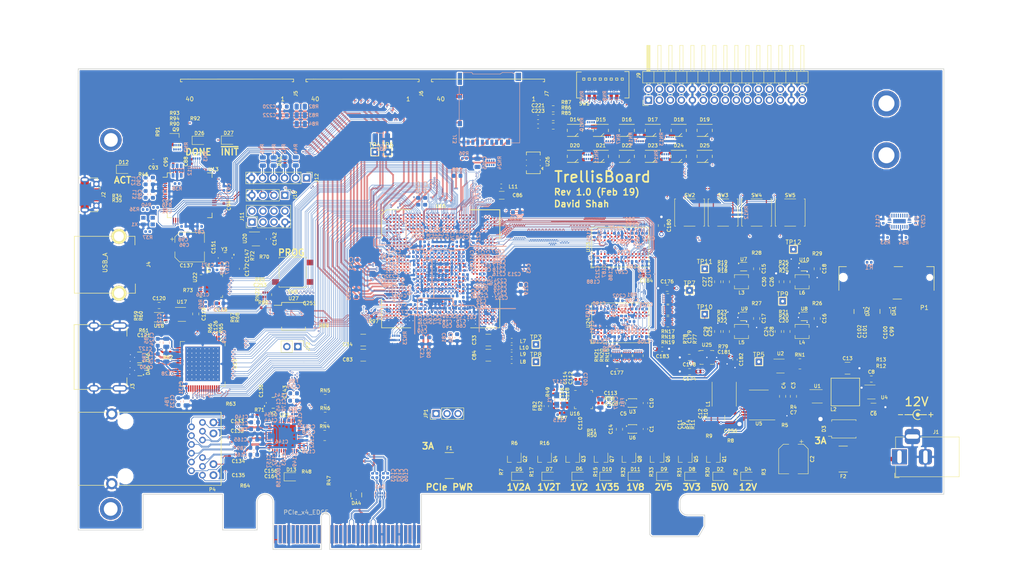
<source format=kicad_pcb>
(kicad_pcb (version 20171130) (host pcbnew 5.0.1)

  (general
    (thickness 1.6)
    (drawings 97)
    (tracks 23612)
    (zones 0)
    (modules 505)
    (nets 748)
  )

  (page A4)
  (layers
    (0 F.Cu signal)
    (1 In1.Cu signal)
    (2 In2.Cu signal)
    (3 In3.Cu signal)
    (4 In4.Cu signal)
    (5 In5.Cu signal)
    (6 In6.Cu signal)
    (31 B.Cu signal)
    (32 B.Adhes user)
    (33 F.Adhes user)
    (34 B.Paste user)
    (35 F.Paste user)
    (36 B.SilkS user)
    (37 F.SilkS user)
    (38 B.Mask user)
    (39 F.Mask user)
    (40 Dwgs.User user)
    (41 Cmts.User user)
    (42 Eco1.User user)
    (43 Eco2.User user)
    (44 Edge.Cuts user)
    (45 Margin user)
    (46 B.CrtYd user)
    (47 F.CrtYd user)
    (48 B.Fab user)
    (49 F.Fab user)
  )

  (setup
    (last_trace_width 0.1)
    (user_trace_width 0.1)
    (user_trace_width 0.15)
    (user_trace_width 0.2)
    (user_trace_width 0.25)
    (user_trace_width 0.35)
    (user_trace_width 0.5)
    (user_trace_width 0.8)
    (user_trace_width 1)
    (trace_clearance 0.0889)
    (zone_clearance 0.254)
    (zone_45_only no)
    (trace_min 0.0889)
    (segment_width 0.2)
    (edge_width 0.15)
    (via_size 0.4)
    (via_drill 0.2)
    (via_min_size 0.4)
    (via_min_drill 0.2)
    (user_via 0.6 0.3)
    (user_via 0.8 0.5)
    (user_via 1 0.6)
    (user_via 1.5 1)
    (user_via 2 1.5)
    (uvia_size 0.3)
    (uvia_drill 0.1)
    (uvias_allowed no)
    (uvia_min_size 0.2)
    (uvia_min_drill 0.1)
    (pcb_text_width 0.3)
    (pcb_text_size 1.5 1.5)
    (mod_edge_width 0.15)
    (mod_text_size 1 1)
    (mod_text_width 0.15)
    (pad_size 1.524 1.524)
    (pad_drill 0.762)
    (pad_to_mask_clearance 0.051)
    (solder_mask_min_width 0.25)
    (aux_axis_origin 0 0)
    (visible_elements FFFFFFFF)
    (pcbplotparams
      (layerselection 0x010fc_ffffffff)
      (usegerberextensions false)
      (usegerberattributes false)
      (usegerberadvancedattributes false)
      (creategerberjobfile false)
      (excludeedgelayer true)
      (linewidth 0.100000)
      (plotframeref false)
      (viasonmask false)
      (mode 1)
      (useauxorigin false)
      (hpglpennumber 1)
      (hpglpenspeed 20)
      (hpglpendiameter 15.000000)
      (psnegative false)
      (psa4output false)
      (plotreference true)
      (plotvalue true)
      (plotinvisibletext false)
      (padsonsilk false)
      (subtractmaskfromsilk false)
      (outputformat 1)
      (mirror false)
      (drillshape 1)
      (scaleselection 1)
      (outputdirectory ""))
  )

  (net 0 "")
  (net 1 "/PCIe + SATA/DCU1_REFCLK-")
  (net 2 "/PCIe + SATA/DCU1_REFCLK+")
  (net 3 DDR3_A4)
  (net 4 DDR3_A6)
  (net 5 DDR3_A5)
  (net 6 DDR3_A7)
  (net 7 /DDR3/DDR3_VTT)
  (net 8 "Net-(RN2-Pad5)")
  (net 9 "Net-(RN2-Pad6)")
  (net 10 "Net-(R38-Pad2)")
  (net 11 "Net-(RN2-Pad7)")
  (net 12 +3V3)
  (net 13 /Power/1V2_EN)
  (net 14 /Power/2V5_EN)
  (net 15 /Power/1V35_EN)
  (net 16 "Net-(RN1-Pad4)")
  (net 17 +5V)
  (net 18 "Net-(RN1-Pad5)")
  (net 19 USD_D0)
  (net 20 USD_D3)
  (net 21 USD_CMD)
  (net 22 USD_D2)
  (net 23 "Net-(RN23-Pad1)")
  (net 24 GND)
  (net 25 "/FPGA IO/CFG0")
  (net 26 "Net-(RN23-Pad8)")
  (net 27 "/FPGA IO/CFG1")
  (net 28 "/FPGA IO/CFG2")
  (net 29 "/FPGA IO/FLASH_D3")
  (net 30 "/FPGA IO/FLASH_D1")
  (net 31 "/FPGA IO/FLASH_D2")
  (net 32 "/FPGA IO/FLASH_D0")
  (net 33 DDR3_WE)
  (net 34 DDR3_CKE)
  (net 35 DDR3_CS)
  (net 36 DDR3_ODT)
  (net 37 DDR3_CAS)
  (net 38 DDR3_BA2)
  (net 39 DDR3_RAS)
  (net 40 DDR3_BA1)
  (net 41 DDR3_A12)
  (net 42 DDR3_A14)
  (net 43 DDR3_A13)
  (net 44 DDR3_BA0)
  (net 45 DDR3_A11)
  (net 46 DDR3_A9)
  (net 47 DDR3_A10)
  (net 48 DDR3_A8)
  (net 49 DDR3_A0)
  (net 50 DDR3_A2)
  (net 51 DDR3_A1)
  (net 52 DDR3_A3)
  (net 53 "/HDMI, GbE, USB/ETH_LED2")
  (net 54 ETH_~RESET)
  (net 55 "/HDMI, GbE, USB/ETH_LED1")
  (net 56 RGMII_REF_CLK)
  (net 57 "Net-(D18-Pad4)")
  (net 58 "Net-(D20-Pad4)")
  (net 59 "Net-(D19-Pad4)")
  (net 60 "Net-(D21-Pad4)")
  (net 61 "Net-(D25-Pad4)")
  (net 62 "Net-(D23-Pad4)")
  (net 63 "Net-(D24-Pad4)")
  (net 64 "Net-(D22-Pad4)")
  (net 65 FTDI_D1_RX)
  (net 66 FTDI_~WR)
  (net 67 FTDI_~RD)
  (net 68 FTDI_~SIWU)
  (net 69 RGMII_RXD0)
  (net 70 RGMII_RXD2)
  (net 71 RGMII_RXD1)
  (net 72 RGMII_RXD3)
  (net 73 RGMII_RX_DV)
  (net 74 ETH_MDIO)
  (net 75 RGMII_RX_CLK)
  (net 76 ETH_INT_N)
  (net 77 "Net-(D17-Pad1)")
  (net 78 "Net-(D16-Pad1)")
  (net 79 "Net-(D14-Pad1)")
  (net 80 "Net-(D15-Pad1)")
  (net 81 DIP_SW1)
  (net 82 DIP_SW0)
  (net 83 DIP_SW2)
  (net 84 DIP_SW3)
  (net 85 DIP_SW7)
  (net 86 DIP_SW6)
  (net 87 DIP_SW4)
  (net 88 DIP_SW5)
  (net 89 "Net-(D14-Pad4)")
  (net 90 "Net-(D16-Pad4)")
  (net 91 "Net-(D15-Pad4)")
  (net 92 "Net-(D17-Pad4)")
  (net 93 "Net-(D21-Pad1)")
  (net 94 "Net-(D20-Pad1)")
  (net 95 "Net-(D18-Pad1)")
  (net 96 "Net-(D19-Pad1)")
  (net 97 BTN1)
  (net 98 BTN0)
  (net 99 BTN2)
  (net 100 BTN3)
  (net 101 "Net-(D25-Pad1)")
  (net 102 "Net-(D24-Pad1)")
  (net 103 "Net-(D22-Pad1)")
  (net 104 "Net-(D23-Pad1)")
  (net 105 "/FPGA IO/VCCIO7")
  (net 106 "Net-(R44-Pad2)")
  (net 107 JTAG_TDO)
  (net 108 JTAG_TDI)
  (net 109 "Net-(R43-Pad2)")
  (net 110 "Net-(R42-Pad2)")
  (net 111 JTAG_TCK)
  (net 112 JTAG_TMS)
  (net 113 "Net-(R45-Pad2)")
  (net 114 "/PCIe + SATA/CLKAUXO+")
  (net 115 +1V8)
  (net 116 +2V5)
  (net 117 "/PCIe + SATA/CLKAUXO-")
  (net 118 "/FPGA IO/VCCIO6")
  (net 119 CLK_SDA)
  (net 120 "Net-(R36-Pad2)")
  (net 121 FPGA_12MHz)
  (net 122 "/PCIe + SATA/PCIe_REFCLK+")
  (net 123 "/PCIe + SATA/PCIe_REFCLK-")
  (net 124 PCIe_12V)
  (net 125 "Net-(D13-Pad2)")
  (net 126 ~PERST)
  (net 127 "Net-(P3-PadA11)")
  (net 128 "Net-(D12-Pad2)")
  (net 129 "Net-(R40-Pad1)")
  (net 130 "Net-(R39-Pad1)")
  (net 131 "Net-(R38-Pad1)")
  (net 132 "Net-(R12-Pad2)")
  (net 133 "/PCIe + SATA/3V3_C")
  (net 134 "/PCIe + SATA/3V3_CA")
  (net 135 "Net-(R57-Pad1)")
  (net 136 "Net-(R58-Pad2)")
  (net 137 FABRIC_REFCLK)
  (net 138 "/HDMI, GbE, USB/PORT_SCL")
  (net 139 "/HDMI, GbE, USB/PORT_SDA")
  (net 140 "Net-(C121-Pad1)")
  (net 141 "Net-(R62-Pad1)")
  (net 142 /Power/3V3_PG)
  (net 143 "Net-(D27-Pad2)")
  (net 144 "/FPGA IO/~PROGRAM")
  (net 145 "Net-(R80-Pad1)")
  (net 146 "Net-(R81-Pad1)")
  (net 147 "/FPGA IO/FLASH_~CS")
  (net 148 "/FPGA IO/FLASH_CLK")
  (net 149 "/FPGA IO/DONE")
  (net 150 "Net-(Q9-Pad1)")
  (net 151 "Net-(D26-Pad2)")
  (net 152 "Net-(R79-Pad1)")
  (net 153 "/FPGA IO/~INIT")
  (net 154 "Net-(C9-Pad1)")
  (net 155 "Net-(C11-Pad1)")
  (net 156 "Net-(Q2-Pad3)")
  (net 157 "Net-(D5-Pad1)")
  (net 158 /Power/1V2_PG)
  (net 159 USD_D1)
  (net 160 USD_CLK)
  (net 161 "Net-(R97-Pad1)")
  (net 162 "Net-(Q2-Pad1)")
  (net 163 +1V2A)
  (net 164 "Net-(R5-Pad2)")
  (net 165 "Net-(D2-Pad2)")
  (net 166 "Net-(C7-Pad1)")
  (net 167 "Net-(D4-Pad2)")
  (net 168 +12V)
  (net 169 "Net-(R74-Pad1)")
  (net 170 "/Debug Interface/PORT_D-")
  (net 171 "/Debug Interface/FTDI_D-")
  (net 172 "/Debug Interface/FTDI_D+")
  (net 173 "/Debug Interface/PORT_D+")
  (net 174 "Net-(C22-Pad2)")
  (net 175 "Net-(R71-Pad2)")
  (net 176 "/HDMI, GbE, USB/USB_XO")
  (net 177 "/HDMI, GbE, USB/USB_XI")
  (net 178 "Net-(R73-Pad1)")
  (net 179 "/HDMI, GbE, USB/USBA_VBUS")
  (net 180 "/HDMI, GbE, USB/EXTVBUS")
  (net 181 DVI_SCL)
  (net 182 DVI_SDA)
  (net 183 CLK_SCL)
  (net 184 "Net-(R70-Pad1)")
  (net 185 "Net-(C175-Pad2)")
  (net 186 DDR3_CLK+)
  (net 187 "Net-(P4-Pad16)")
  (net 188 "Net-(R66-Pad1)")
  (net 189 "Net-(R65-Pad1)")
  (net 190 "/HDMI, GbE, USB/HDMI_HPD")
  (net 191 DDR3_CLK-)
  (net 192 "Net-(C179-Pad1)")
  (net 193 +1V35)
  (net 194 +1V2)
  (net 195 "Net-(D10-Pad2)")
  (net 196 "Net-(P4-Pad14)")
  (net 197 "Net-(C12-Pad2)")
  (net 198 "Net-(D6-Pad2)")
  (net 199 +1V2T)
  (net 200 "Net-(Q4-Pad1)")
  (net 201 "Net-(Q4-Pad3)")
  (net 202 "Net-(D7-Pad1)")
  (net 203 "Net-(C19-Pad2)")
  (net 204 "Net-(C20-Pad2)")
  (net 205 "Net-(C21-Pad2)")
  (net 206 "/Debug Interface/FTDI_12MHz")
  (net 207 "Net-(D11-Pad2)")
  (net 208 /Power/2V5_PG)
  (net 209 /Power/1V35_PG)
  (net 210 /Power/1V8_PG)
  (net 211 "Net-(D8-Pad2)")
  (net 212 "Net-(D9-Pad2)")
  (net 213 "Net-(C8-Pad2)")
  (net 214 "Net-(C8-Pad1)")
  (net 215 /Power/PWR_EN)
  (net 216 "/HDMI, GbE, USB/HDMI_5V")
  (net 217 "Net-(U17-Pad3)")
  (net 218 "Net-(D9-Pad1)")
  (net 219 "Net-(D11-Pad1)")
  (net 220 "Net-(D26-Pad1)")
  (net 221 "Net-(D2-Pad1)")
  (net 222 "Net-(D6-Pad1)")
  (net 223 "Net-(D10-Pad1)")
  (net 224 "Net-(D8-Pad1)")
  (net 225 "Net-(U1-Pad3)")
  (net 226 DDR3_Vref)
  (net 227 DDR3_Vtt_EN)
  (net 228 "Net-(U5-Pad2)")
  (net 229 "Net-(L1-Pad1)")
  (net 230 "Net-(C11-Pad2)")
  (net 231 "Net-(U13-Pad3)")
  (net 232 "/Debug Interface/Vphy")
  (net 233 "/Debug Interface/Vpll")
  (net 234 "/Debug Interface/JTAG_ACT")
  (net 235 "Net-(U13-Pad22)")
  (net 236 "Net-(U13-Pad23)")
  (net 237 "Net-(U13-Pad24)")
  (net 238 "Net-(U13-Pad26)")
  (net 239 "Net-(U13-Pad27)")
  (net 240 "Net-(U13-Pad28)")
  (net 241 "Net-(U13-Pad29)")
  (net 242 "Net-(U13-Pad30)")
  (net 243 "Net-(U13-Pad32)")
  (net 244 "Net-(U13-Pad33)")
  (net 245 "Net-(U13-Pad34)")
  (net 246 "Net-(U13-Pad36)")
  (net 247 FTDI_D0_TX)
  (net 248 FTDI_D2)
  (net 249 FTDI_D3)
  (net 250 FTDI_D4)
  (net 251 FTDI_D5)
  (net 252 FTDI_D6)
  (net 253 FTDI_D7)
  (net 254 FTDI_~RXF)
  (net 255 "Net-(U13-Pad49)")
  (net 256 "Net-(U13-Pad50)")
  (net 257 FTDI_~TXE)
  (net 258 "Net-(U13-Pad57)")
  (net 259 "Net-(U13-Pad58)")
  (net 260 "Net-(U13-Pad59)")
  (net 261 "Net-(U13-Pad60)")
  (net 262 "/HDMI, GbE, USB/DVI_DVDD")
  (net 263 DVI_DE)
  (net 264 DVI_HSYNC)
  (net 265 DVI_VSYNC)
  (net 266 "Net-(U19-Pad11)")
  (net 267 "/HDMI, GbE, USB/DVI_PVDD")
  (net 268 "/HDMI, GbE, USB/TMDS_CLK-")
  (net 269 "/HDMI, GbE, USB/TMDS_CLK+")
  (net 270 "/HDMI, GbE, USB/DVI_TVDD")
  (net 271 "/HDMI, GbE, USB/TMDS_D0-")
  (net 272 "/HDMI, GbE, USB/TMDS_D0+")
  (net 273 "/HDMI, GbE, USB/TMDS_D1-")
  (net 274 "/HDMI, GbE, USB/TMDS_D1+")
  (net 275 "/HDMI, GbE, USB/TMDS_D2-")
  (net 276 "/HDMI, GbE, USB/TMDS_D2+")
  (net 277 DVI_D23)
  (net 278 DVI_D22)
  (net 279 DVI_D21)
  (net 280 DVI_D20)
  (net 281 DVI_D19)
  (net 282 DVI_D18)
  (net 283 DVI_D17)
  (net 284 DVI_D16)
  (net 285 DVI_D15)
  (net 286 DVI_D14)
  (net 287 DVI_D13)
  (net 288 DVI_D12)
  (net 289 "Net-(U19-Pad49)")
  (net 290 DVI_D11)
  (net 291 DVI_D10)
  (net 292 DVI_D9)
  (net 293 DVI_D8)
  (net 294 DVI_D7)
  (net 295 DVI_D6)
  (net 296 DVI_CLK)
  (net 297 DVI_D5)
  (net 298 DVI_D4)
  (net 299 DVI_D3)
  (net 300 DVI_D2)
  (net 301 DVI_D1)
  (net 302 DVI_D0)
  (net 303 "/HDMI, GbE, USB/AVDDH")
  (net 304 "/HDMI, GbE, USB/MX4-")
  (net 305 "/HDMI, GbE, USB/MX4+")
  (net 306 "/HDMI, GbE, USB/AVDDL")
  (net 307 "/HDMI, GbE, USB/MX3-")
  (net 308 "/HDMI, GbE, USB/MX3+")
  (net 309 "/HDMI, GbE, USB/MX2-")
  (net 310 "/HDMI, GbE, USB/MX2+")
  (net 311 "/HDMI, GbE, USB/MX1-")
  (net 312 "/HDMI, GbE, USB/MX1+")
  (net 313 "Net-(U21-Pad13)")
  (net 314 RGMII_TXD0)
  (net 315 RGMII_TXD1)
  (net 316 RGMII_TXD2)
  (net 317 RGMII_TXD3)
  (net 318 RGMII_TX_CLK)
  (net 319 RGMII_TX_EN)
  (net 320 ETH_MDC)
  (net 321 "Net-(U21-Pad43)")
  (net 322 "/HDMI, GbE, USB/AVDDL_PLL")
  (net 323 "/HDMI, GbE, USB/ETH_XO")
  (net 324 "/HDMI, GbE, USB/ETH_XI")
  (net 325 "Net-(U21-Pad47)")
  (net 326 "Net-(U22-Pad3)")
  (net 327 "Net-(U22-Pad5)")
  (net 328 "/HDMI, GbE, USB/USBA_D+")
  (net 329 "/HDMI, GbE, USB/USBA_D-")
  (net 330 ULPI_RESET)
  (net 331 ULPI_NXT)
  (net 332 ULPI_DIR)
  (net 333 ULPI_STP)
  (net 334 ULPI_CLKO)
  (net 335 "/HDMI, GbE, USB/USB1V8")
  (net 336 ULPI_D7)
  (net 337 ULPI_D6)
  (net 338 ULPI_D5)
  (net 339 ULPI_D4)
  (net 340 ULPI_D3)
  (net 341 ULPI_D2)
  (net 342 ULPI_D1)
  (net 343 ULPI_D0)
  (net 344 "Net-(C117-Pad1)")
  (net 345 "Net-(C115-Pad2)")
  (net 346 CLK_SD_OE)
  (net 347 "/PCIe + SATA/1V8_C")
  (net 348 "Net-(U16-Pad16)")
  (net 349 "/PCIe + SATA/DCU0_REFCLK-")
  (net 350 "/PCIe + SATA/DCU0_REFCLK+")
  (net 351 "Net-(U16-Pad24)")
  (net 352 DDR3_DQ13)
  (net 353 DDR3_DQ15)
  (net 354 DDR3_DQ12)
  (net 355 DDR3_DQS1-)
  (net 356 DDR3_DQ14)
  (net 357 DDR3_DQ11)
  (net 358 DDR3_DQ9)
  (net 359 DDR3_DQS1+)
  (net 360 DDR3_DQ10)
  (net 361 DDR3_DM1)
  (net 362 DDR3_DQ8)
  (net 363 DDR3_DQ0)
  (net 364 DDR3_DM0)
  (net 365 DDR3_DQ2)
  (net 366 DDR3_DQS0+)
  (net 367 DDR3_DQ1)
  (net 368 DDR3_DQ3)
  (net 369 DDR3_DQ6)
  (net 370 DDR3_DQS0-)
  (net 371 DDR3_DQ4)
  (net 372 DDR3_DQ7)
  (net 373 DDR3_DQ5)
  (net 374 "Net-(U23-PadJ1)")
  (net 375 "Net-(U23-PadJ9)")
  (net 376 "Net-(U23-PadL1)")
  (net 377 "Net-(U23-PadL9)")
  (net 378 "Net-(U23-PadM7)")
  (net 379 DDR3_RESET)
  (net 380 "Net-(U24-PadM7)")
  (net 381 "Net-(U24-PadL9)")
  (net 382 "Net-(U24-PadL1)")
  (net 383 "Net-(U24-PadJ9)")
  (net 384 "Net-(U24-PadJ1)")
  (net 385 DDR3_DQ21)
  (net 386 DDR3_DQ23)
  (net 387 DDR3_DQ20)
  (net 388 DDR3_DQS2-)
  (net 389 DDR3_DQ22)
  (net 390 DDR3_DQ19)
  (net 391 DDR3_DQ17)
  (net 392 DDR3_DQS2+)
  (net 393 DDR3_DQ18)
  (net 394 DDR3_DM2)
  (net 395 DDR3_DQ16)
  (net 396 DDR3_DQ24)
  (net 397 DDR3_DM3)
  (net 398 DDR3_DQ26)
  (net 399 DDR3_DQS3+)
  (net 400 DDR3_DQ25)
  (net 401 DDR3_DQ27)
  (net 402 DDR3_DQ30)
  (net 403 DDR3_DQS3-)
  (net 404 DDR3_DQ28)
  (net 405 DDR3_DQ31)
  (net 406 DDR3_DQ29)
  (net 407 "Net-(X1-Pad1)")
  (net 408 "Net-(L4-Pad1)")
  (net 409 "Net-(L5-Pad1)")
  (net 410 "Net-(L3-Pad1)")
  (net 411 "Net-(L6-Pad1)")
  (net 412 "/FPGA Core Power/VCCHTX1")
  (net 413 "/FPGA Core Power/VCCHTX0")
  (net 414 "/FPGA Core Power/VCCA0")
  (net 415 "/FPGA Core Power/VCCAUX")
  (net 416 "/FPGA Core Power/VCCA1")
  (net 417 "/PCIe + SATA/DCU1_RX1-")
  (net 418 "/PCIe + SATA/DCU1_RX1+")
  (net 419 "/PCIe + SATA/DCU1_RX0-")
  (net 420 "/PCIe + SATA/DCU1_RX0+")
  (net 421 "/PCIe + SATA/PCIe_HSI0+")
  (net 422 "/PCIe + SATA/PCIe_HSI0-")
  (net 423 "/PCIe + SATA/PCIe_HSI1+")
  (net 424 "/PCIe + SATA/PCIe_HSI1-")
  (net 425 "/PCIe + SATA/DCU0_RX0+")
  (net 426 "/PCIe + SATA/DCU0_RX0-")
  (net 427 "/PCIe + SATA/DCU0_RX1+")
  (net 428 "/PCIe + SATA/DCU0_RX1-")
  (net 429 "Net-(U6-Pad2)")
  (net 430 "Net-(U6-Pad5)")
  (net 431 "Net-(U3-Pad5)")
  (net 432 "Net-(U3-Pad2)")
  (net 433 "Net-(U10-Pad4)")
  (net 434 "Net-(U9-Pad4)")
  (net 435 "Net-(U8-Pad4)")
  (net 436 "Net-(U7-Pad4)")
  (net 437 "Net-(J5-Pad38)")
  (net 438 "/FPGA IO/EXT0_11-")
  (net 439 "/FPGA IO/EXT0_11+")
  (net 440 "/FPGA IO/EXT0_10-")
  (net 441 "/FPGA IO/EXT0_10+")
  (net 442 "/FPGA IO/EXT0_9-")
  (net 443 "/FPGA IO/EXT0_9+")
  (net 444 "/FPGA IO/EXT0_8-")
  (net 445 "/FPGA IO/EXT0_8+")
  (net 446 "/FPGA IO/EXT0_7-")
  (net 447 "/FPGA IO/EXT0_7+")
  (net 448 "/FPGA IO/EXT0_6-")
  (net 449 "/FPGA IO/EXT0_6+")
  (net 450 "/FPGA IO/EXT0_5-")
  (net 451 "/FPGA IO/EXT0_5+")
  (net 452 "/FPGA IO/EXT0_4-")
  (net 453 "/FPGA IO/EXT0_4+")
  (net 454 "/FPGA IO/EXT0_3-")
  (net 455 "/FPGA IO/EXT0_3+")
  (net 456 "/FPGA IO/EXT0_2-")
  (net 457 "/FPGA IO/EXT0_2+")
  (net 458 "/FPGA IO/EXT0_1-")
  (net 459 "/FPGA IO/EXT0_1+")
  (net 460 "/FPGA IO/EXT0_0-")
  (net 461 "/FPGA IO/EXT0_0+")
  (net 462 "Net-(J6-Pad38)")
  (net 463 "/FPGA IO/EXT1_11-")
  (net 464 "/FPGA IO/EXT1_11+")
  (net 465 "/FPGA IO/EXT1_10-")
  (net 466 "/FPGA IO/EXT1_10+")
  (net 467 "/FPGA IO/EXT1_9-")
  (net 468 "/FPGA IO/EXT1_9+")
  (net 469 "/FPGA IO/EXT1_8-")
  (net 470 "/FPGA IO/EXT1_8+")
  (net 471 "/FPGA IO/EXT1_7-")
  (net 472 "/FPGA IO/EXT1_7+")
  (net 473 "/FPGA IO/EXT1_6-")
  (net 474 "/FPGA IO/EXT1_6+")
  (net 475 "/FPGA IO/EXT1_5-")
  (net 476 "/FPGA IO/EXT1_5+")
  (net 477 "/FPGA IO/EXT1_4-")
  (net 478 "/FPGA IO/EXT1_4+")
  (net 479 "/FPGA IO/EXT1_3-")
  (net 480 "/FPGA IO/EXT1_3+")
  (net 481 "/FPGA IO/EXT1_2-")
  (net 482 "/FPGA IO/EXT1_2+")
  (net 483 "/FPGA IO/EXT1_1-")
  (net 484 "/FPGA IO/EXT1_1+")
  (net 485 "/FPGA IO/EXT1_0-")
  (net 486 "/FPGA IO/EXT1_0+")
  (net 487 "/FPGA IO/EXT2_0+")
  (net 488 "/FPGA IO/EXT2_0-")
  (net 489 "/FPGA IO/EXT2_1+")
  (net 490 "/FPGA IO/EXT2_1-")
  (net 491 "/FPGA IO/EXT2_2+")
  (net 492 "/FPGA IO/EXT2_2-")
  (net 493 "/FPGA IO/EXT2_3+")
  (net 494 "/FPGA IO/EXT2_3-")
  (net 495 "/FPGA IO/EXT2_4+")
  (net 496 "/FPGA IO/EXT2_4-")
  (net 497 "/FPGA IO/EXT2_5+")
  (net 498 "/FPGA IO/EXT2_5-")
  (net 499 "/FPGA IO/EXT2_6+")
  (net 500 "/FPGA IO/EXT2_6-")
  (net 501 "/FPGA IO/EXT2_7+")
  (net 502 "/FPGA IO/EXT2_7-")
  (net 503 "/FPGA IO/EXT2_8+")
  (net 504 "/FPGA IO/EXT2_8-")
  (net 505 "/FPGA IO/EXT2_9+")
  (net 506 "/FPGA IO/EXT2_9-")
  (net 507 "/FPGA IO/EXT2_10+")
  (net 508 "/FPGA IO/EXT2_10-")
  (net 509 "/FPGA IO/EXT2_11+")
  (net 510 "/FPGA IO/EXT2_11-")
  (net 511 "Net-(J7-Pad38)")
  (net 512 "Net-(C132-Pad1)")
  (net 513 "Net-(C135-Pad1)")
  (net 514 "Net-(C133-Pad1)")
  (net 515 "Net-(C134-Pad1)")
  (net 516 "Net-(P3-PadB5)")
  (net 517 "Net-(P3-PadB6)")
  (net 518 "Net-(P3-PadB8)")
  (net 519 "Net-(P3-PadB9)")
  (net 520 "Net-(P3-PadB10)")
  (net 521 PCIe_~WAKE)
  (net 522 "Net-(P3-PadB12)")
  (net 523 "/PCIe + SATA/~PRSNT2~_X1")
  (net 524 "Net-(P3-PadB23)")
  (net 525 "Net-(P3-PadB24)")
  (net 526 "Net-(P3-PadB27)")
  (net 527 "Net-(P3-PadB28)")
  (net 528 "Net-(P3-PadB30)")
  (net 529 "/PCIe + SATA/~PRSNT2~_X4")
  (net 530 "/PCIe + SATA/~PRSNT1")
  (net 531 "Net-(P3-PadA5)")
  (net 532 "Net-(P3-PadA6)")
  (net 533 "Net-(P3-PadA7)")
  (net 534 "Net-(P3-PadA8)")
  (net 535 "Net-(P3-PadA9)")
  (net 536 "Net-(P3-PadA10)")
  (net 537 "Net-(P3-PadA19)")
  (net 538 "Net-(P3-PadA25)")
  (net 539 "Net-(P3-PadA26)")
  (net 540 "Net-(P3-PadA29)")
  (net 541 "Net-(P3-PadA30)")
  (net 542 "Net-(P3-PadA32)")
  (net 543 "Net-(U26-Pad1)")
  (net 544 "Net-(U26-Pad2)")
  (net 545 "/FPGA IO/CLK100+")
  (net 546 "/FPGA IO/CLK100-")
  (net 547 "Net-(J3-Pad14)")
  (net 548 "Net-(J3-Pad13)")
  (net 549 LED2)
  (net 550 LED11)
  (net 551 LED10)
  (net 552 LED0)
  (net 553 LED1)
  (net 554 LED3)
  (net 555 LED4)
  (net 556 LED5)
  (net 557 LED6)
  (net 558 LED7)
  (net 559 LED8)
  (net 560 LED9)
  (net 561 "Net-(F2-Pad2)")
  (net 562 "Net-(U15-PadR1)")
  (net 563 "Net-(U15-PadA2)")
  (net 564 "Net-(U15-PadT2)")
  (net 565 "Net-(U15-PadAB2)")
  (net 566 "Net-(U15-PadAC2)")
  (net 567 "Net-(U15-PadAE2)")
  (net 568 "Net-(U15-PadAG2)")
  (net 569 "Net-(U15-PadA3)")
  (net 570 "Net-(U15-PadV3)")
  (net 571 "Net-(U15-PadW3)")
  (net 572 "Net-(U15-PadY3)")
  (net 573 "Net-(U15-PadAC3)")
  (net 574 "Net-(U15-PadAG3)")
  (net 575 "Net-(U15-PadAL3)")
  (net 576 "Net-(U15-PadB4)")
  (net 577 "Net-(U15-PadH4)")
  (net 578 "Net-(U15-PadAC4)")
  (net 579 "Net-(U15-PadA5)")
  (net 580 "Net-(U15-PadL5)")
  (net 581 "Net-(U15-PadW6)")
  (net 582 "Net-(U15-PadD7)")
  (net 583 "Net-(U15-PadE7)")
  (net 584 "Net-(U15-PadAE7)")
  (net 585 "Net-(U15-PadG9)")
  (net 586 "/PCIe + SATA/DCU0_TX0+")
  (net 587 "Net-(U15-PadG10)")
  (net 588 "/PCIe + SATA/DCU0_TX0-")
  (net 589 "Net-(U15-PadG11)")
  (net 590 "/PCIe + SATA/DCU0_TX1+")
  (net 591 "/PCIe + SATA/DCU0_TX1-")
  (net 592 "/FPGA IO/PMOD1_10")
  (net 593 "/FPGA IO/PMOD1_9")
  (net 594 "Net-(U15-PadG14)")
  (net 595 "Net-(U15-PadG15)")
  (net 596 "Net-(U15-PadAK15)")
  (net 597 "Net-(U15-PadG16)")
  (net 598 "Net-(U15-PadAK16)")
  (net 599 "Net-(U15-PadG17)")
  (net 600 "Net-(U15-PadG18)")
  (net 601 "/PCIe + SATA/DCU1_TX0+")
  (net 602 "Net-(U15-PadG19)")
  (net 603 "/PCIe + SATA/DCU1_TX0-")
  (net 604 "/FPGA IO/PMOD1_8")
  (net 605 "/FPGA IO/PMOD1_7")
  (net 606 "/PCIe + SATA/DCU1_TX1+")
  (net 607 "/PCIe + SATA/DCU1_TX1-")
  (net 608 "/FPGA IO/EXIO_5")
  (net 609 "/FPGA IO/EXIO_4")
  (net 610 "/FPGA IO/EXIO_3")
  (net 611 "Net-(U15-PadG22)")
  (net 612 "/FPGA IO/PMOD1_3")
  (net 613 "/FPGA IO/PMOD1_2")
  (net 614 "/FPGA IO/PMOD1_0")
  (net 615 "/FPGA IO/PMOD1_1")
  (net 616 "/FPGA IO/EXIO_2")
  (net 617 "Net-(U15-PadG23)")
  (net 618 "/FPGA IO/EXIO_1")
  (net 619 "/FPGA IO/PMOD0_10")
  (net 620 "/FPGA IO/EXIO_0")
  (net 621 "/FPGA IO/PMOD0_9")
  (net 622 "Net-(U15-PadG24)")
  (net 623 "Net-(U15-PadAG24)")
  (net 624 "Net-(U15-PadAK24)")
  (net 625 "/FPGA IO/PMOD0_8")
  (net 626 "/FPGA IO/PMOD0_3")
  (net 627 "/FPGA IO/PMOD0_7")
  (net 628 "/FPGA IO/PMOD0_2")
  (net 629 "/FPGA IO/PMOD0_1")
  (net 630 "Net-(U15-PadAK25)")
  (net 631 "/FPGA IO/PMOD0_0")
  (net 632 "Net-(U15-PadB26)")
  (net 633 "Net-(U15-PadE26)")
  (net 634 "Net-(U15-PadAE26)")
  (net 635 "Net-(U15-PadH27)")
  (net 636 "Net-(U15-PadJ27)")
  (net 637 "Net-(U15-PadW27)")
  (net 638 "Net-(U15-PadC28)")
  (net 639 "Net-(U15-PadD28)")
  (net 640 "Net-(U15-PadH28)")
  (net 641 "Net-(U15-PadL28)")
  (net 642 "Net-(U15-PadP28)")
  (net 643 "Net-(U15-PadAC28)")
  (net 644 "Net-(U15-PadAE28)")
  (net 645 "Net-(U15-PadC29)")
  (net 646 "Net-(U15-PadH29)")
  (net 647 "Net-(U15-PadP29)")
  (net 648 "Net-(U15-PadAB29)")
  (net 649 "Net-(U15-PadAC29)")
  (net 650 "Net-(U15-PadAE29)")
  (net 651 "Net-(U15-PadAJ29)")
  (net 652 "Net-(U15-PadC30)")
  (net 653 "Net-(U15-PadP30)")
  (net 654 "Net-(U15-PadR30)")
  (net 655 "Net-(U15-PadV30)")
  (net 656 "Net-(U15-PadAB30)")
  (net 657 "Net-(U15-PadAE30)")
  (net 658 "Net-(U15-PadAJ30)")
  (net 659 "Net-(U15-PadA31)")
  (net 660 "Net-(U15-PadAG31)")
  (net 661 "Net-(U15-PadAK31)")
  (net 662 "Net-(U15-PadAG32)")
  (net 663 "Net-(J2-Pad1)")
  (net 664 "Net-(J2-Pad4)")
  (net 665 "Net-(U15-PadT30)")
  (net 666 "Net-(U15-PadAE27)")
  (net 667 "Net-(U15-PadAD27)")
  (net 668 "Net-(U15-PadF30)")
  (net 669 "Net-(U15-PadN27)")
  (net 670 "Net-(U15-PadU27)")
  (net 671 "Net-(U15-PadU29)")
  (net 672 "Net-(U15-PadW30)")
  (net 673 "Net-(U15-PadY30)")
  (net 674 "Net-(U15-PadY29)")
  (net 675 "Net-(U15-PadW1)")
  (net 676 "Net-(U15-PadV1)")
  (net 677 "Net-(U15-PadY7)")
  (net 678 "Net-(U15-PadY6)")
  (net 679 "Net-(U15-PadAC5)")
  (net 680 "Net-(U15-PadAD4)")
  (net 681 "Net-(U15-PadY4)")
  (net 682 "Net-(U15-PadW4)")
  (net 683 "Net-(U15-PadK4)")
  (net 684 "Net-(U15-PadJ4)")
  (net 685 "Net-(U15-PadL3)")
  (net 686 "Net-(U15-PadL2)")
  (net 687 "Net-(U15-PadK2)")
  (net 688 "Net-(U15-PadL1)")
  (net 689 "Net-(U15-PadK1)")
  (net 690 "Net-(U15-PadJ1)")
  (net 691 "Net-(U15-PadD1)")
  (net 692 "Net-(U15-PadC1)")
  (net 693 "Net-(U15-PadF2)")
  (net 694 "Net-(U15-PadE1)")
  (net 695 "Net-(U15-PadE4)")
  (net 696 "Net-(U15-PadD4)")
  (net 697 "Net-(P1-Pad52)")
  (net 698 M2_CLKSEL)
  (net 699 "Net-(R54-Pad1)")
  (net 700 "/PCIe + SATA/M2_REFCLK+")
  (net 701 "/PCIe + SATA/M2_REFCLK-")
  (net 702 "Net-(U11-Pad17)")
  (net 703 "Net-(U11-Pad16)")
  (net 704 "/PCIe + SATA/CLKREFO+")
  (net 705 "/PCIe + SATA/CLKREFO-")
  (net 706 "/PCIe + SATA/M2_RX0+")
  (net 707 "/PCIe + SATA/M2_RX0-")
  (net 708 "/PCIe + SATA/M2_RX1+")
  (net 709 "/PCIe + SATA/M2_RX1-")
  (net 710 M2_CTS)
  (net 711 M2_RTS)
  (net 712 M2_SDIO_D0)
  (net 713 M2_TXD)
  (net 714 M2_SDIO_D3)
  (net 715 M2_SDIO_D2)
  (net 716 M2_SDIO_D1)
  (net 717 M2_SDIO_CLK)
  (net 718 M2_SDIO_CMD)
  (net 719 "Net-(P1-Pad3)")
  (net 720 "Net-(P1-Pad5)")
  (net 721 "Net-(P1-Pad6)")
  (net 722 "Net-(P1-Pad8)")
  (net 723 "Net-(P1-Pad10)")
  (net 724 "Net-(P1-Pad12)")
  (net 725 "Net-(P1-Pad14)")
  (net 726 "Net-(P1-Pad16)")
  (net 727 "Net-(P1-Pad20)")
  (net 728 "Net-(P1-Pad21)")
  (net 729 "Net-(P1-Pad23)")
  (net 730 "Net-(P1-Pad38)")
  (net 731 "Net-(P1-Pad40)")
  (net 732 "Net-(P1-Pad42)")
  (net 733 "Net-(P1-Pad44)")
  (net 734 "Net-(P1-Pad46)")
  (net 735 "Net-(P1-Pad48)")
  (net 736 "Net-(P1-Pad50)")
  (net 737 "Net-(P1-Pad53)")
  (net 738 "Net-(P1-Pad54)")
  (net 739 "Net-(P1-Pad55)")
  (net 740 "Net-(P1-Pad56)")
  (net 741 "Net-(P1-Pad58)")
  (net 742 "Net-(P1-Pad60)")
  (net 743 "Net-(P1-Pad62)")
  (net 744 "Net-(P1-Pad64)")
  (net 745 "Net-(P1-Pad66)")
  (net 746 "Net-(P1-Pad68)")
  (net 747 "Net-(P1-Pad70)")

  (net_class Default "This is the default net class."
    (clearance 0.0889)
    (trace_width 0.0889)
    (via_dia 0.4)
    (via_drill 0.2)
    (uvia_dia 0.3)
    (uvia_drill 0.1)
    (diff_pair_gap 0.11)
    (diff_pair_width 0.11)
    (add_net +12V)
    (add_net +1V2)
    (add_net +1V2A)
    (add_net +1V2T)
    (add_net +1V35)
    (add_net +1V8)
    (add_net +2V5)
    (add_net +3V3)
    (add_net +5V)
    (add_net /DDR3/DDR3_VTT)
    (add_net "/Debug Interface/FTDI_12MHz")
    (add_net "/Debug Interface/FTDI_D+")
    (add_net "/Debug Interface/FTDI_D-")
    (add_net "/Debug Interface/JTAG_ACT")
    (add_net "/Debug Interface/PORT_D+")
    (add_net "/Debug Interface/PORT_D-")
    (add_net "/Debug Interface/Vphy")
    (add_net "/Debug Interface/Vpll")
    (add_net "/FPGA Core Power/VCCA0")
    (add_net "/FPGA Core Power/VCCA1")
    (add_net "/FPGA Core Power/VCCAUX")
    (add_net "/FPGA Core Power/VCCHTX0")
    (add_net "/FPGA Core Power/VCCHTX1")
    (add_net "/FPGA IO/CFG0")
    (add_net "/FPGA IO/CFG1")
    (add_net "/FPGA IO/CFG2")
    (add_net "/FPGA IO/CLK100+")
    (add_net "/FPGA IO/CLK100-")
    (add_net "/FPGA IO/DONE")
    (add_net "/FPGA IO/EXIO_0")
    (add_net "/FPGA IO/EXIO_1")
    (add_net "/FPGA IO/EXIO_2")
    (add_net "/FPGA IO/EXIO_3")
    (add_net "/FPGA IO/EXIO_4")
    (add_net "/FPGA IO/EXIO_5")
    (add_net "/FPGA IO/EXT0_0+")
    (add_net "/FPGA IO/EXT0_0-")
    (add_net "/FPGA IO/EXT0_1+")
    (add_net "/FPGA IO/EXT0_1-")
    (add_net "/FPGA IO/EXT0_10+")
    (add_net "/FPGA IO/EXT0_10-")
    (add_net "/FPGA IO/EXT0_11+")
    (add_net "/FPGA IO/EXT0_11-")
    (add_net "/FPGA IO/EXT0_2+")
    (add_net "/FPGA IO/EXT0_2-")
    (add_net "/FPGA IO/EXT0_3+")
    (add_net "/FPGA IO/EXT0_3-")
    (add_net "/FPGA IO/EXT0_4+")
    (add_net "/FPGA IO/EXT0_4-")
    (add_net "/FPGA IO/EXT0_5+")
    (add_net "/FPGA IO/EXT0_5-")
    (add_net "/FPGA IO/EXT0_6+")
    (add_net "/FPGA IO/EXT0_6-")
    (add_net "/FPGA IO/EXT0_7+")
    (add_net "/FPGA IO/EXT0_7-")
    (add_net "/FPGA IO/EXT0_8+")
    (add_net "/FPGA IO/EXT0_8-")
    (add_net "/FPGA IO/EXT0_9+")
    (add_net "/FPGA IO/EXT0_9-")
    (add_net "/FPGA IO/EXT1_0+")
    (add_net "/FPGA IO/EXT1_0-")
    (add_net "/FPGA IO/EXT1_1+")
    (add_net "/FPGA IO/EXT1_1-")
    (add_net "/FPGA IO/EXT1_10+")
    (add_net "/FPGA IO/EXT1_10-")
    (add_net "/FPGA IO/EXT1_11+")
    (add_net "/FPGA IO/EXT1_11-")
    (add_net "/FPGA IO/EXT1_2+")
    (add_net "/FPGA IO/EXT1_2-")
    (add_net "/FPGA IO/EXT1_3+")
    (add_net "/FPGA IO/EXT1_3-")
    (add_net "/FPGA IO/EXT1_4+")
    (add_net "/FPGA IO/EXT1_4-")
    (add_net "/FPGA IO/EXT1_5+")
    (add_net "/FPGA IO/EXT1_5-")
    (add_net "/FPGA IO/EXT1_6+")
    (add_net "/FPGA IO/EXT1_6-")
    (add_net "/FPGA IO/EXT1_7+")
    (add_net "/FPGA IO/EXT1_7-")
    (add_net "/FPGA IO/EXT1_8+")
    (add_net "/FPGA IO/EXT1_8-")
    (add_net "/FPGA IO/EXT1_9+")
    (add_net "/FPGA IO/EXT1_9-")
    (add_net "/FPGA IO/EXT2_0+")
    (add_net "/FPGA IO/EXT2_0-")
    (add_net "/FPGA IO/EXT2_1+")
    (add_net "/FPGA IO/EXT2_1-")
    (add_net "/FPGA IO/EXT2_10+")
    (add_net "/FPGA IO/EXT2_10-")
    (add_net "/FPGA IO/EXT2_11+")
    (add_net "/FPGA IO/EXT2_11-")
    (add_net "/FPGA IO/EXT2_2+")
    (add_net "/FPGA IO/EXT2_2-")
    (add_net "/FPGA IO/EXT2_3+")
    (add_net "/FPGA IO/EXT2_3-")
    (add_net "/FPGA IO/EXT2_4+")
    (add_net "/FPGA IO/EXT2_4-")
    (add_net "/FPGA IO/EXT2_5+")
    (add_net "/FPGA IO/EXT2_5-")
    (add_net "/FPGA IO/EXT2_6+")
    (add_net "/FPGA IO/EXT2_6-")
    (add_net "/FPGA IO/EXT2_7+")
    (add_net "/FPGA IO/EXT2_7-")
    (add_net "/FPGA IO/EXT2_8+")
    (add_net "/FPGA IO/EXT2_8-")
    (add_net "/FPGA IO/EXT2_9+")
    (add_net "/FPGA IO/EXT2_9-")
    (add_net "/FPGA IO/FLASH_CLK")
    (add_net "/FPGA IO/FLASH_D0")
    (add_net "/FPGA IO/FLASH_D1")
    (add_net "/FPGA IO/FLASH_D2")
    (add_net "/FPGA IO/FLASH_D3")
    (add_net "/FPGA IO/FLASH_~CS")
    (add_net "/FPGA IO/PMOD0_0")
    (add_net "/FPGA IO/PMOD0_1")
    (add_net "/FPGA IO/PMOD0_10")
    (add_net "/FPGA IO/PMOD0_2")
    (add_net "/FPGA IO/PMOD0_3")
    (add_net "/FPGA IO/PMOD0_7")
    (add_net "/FPGA IO/PMOD0_8")
    (add_net "/FPGA IO/PMOD0_9")
    (add_net "/FPGA IO/PMOD1_0")
    (add_net "/FPGA IO/PMOD1_1")
    (add_net "/FPGA IO/PMOD1_10")
    (add_net "/FPGA IO/PMOD1_2")
    (add_net "/FPGA IO/PMOD1_3")
    (add_net "/FPGA IO/PMOD1_7")
    (add_net "/FPGA IO/PMOD1_8")
    (add_net "/FPGA IO/PMOD1_9")
    (add_net "/FPGA IO/VCCIO6")
    (add_net "/FPGA IO/VCCIO7")
    (add_net "/FPGA IO/~INIT")
    (add_net "/FPGA IO/~PROGRAM")
    (add_net "/HDMI, GbE, USB/AVDDH")
    (add_net "/HDMI, GbE, USB/AVDDL")
    (add_net "/HDMI, GbE, USB/AVDDL_PLL")
    (add_net "/HDMI, GbE, USB/DVI_DVDD")
    (add_net "/HDMI, GbE, USB/DVI_PVDD")
    (add_net "/HDMI, GbE, USB/DVI_TVDD")
    (add_net "/HDMI, GbE, USB/ETH_LED1")
    (add_net "/HDMI, GbE, USB/ETH_LED2")
    (add_net "/HDMI, GbE, USB/ETH_XI")
    (add_net "/HDMI, GbE, USB/ETH_XO")
    (add_net "/HDMI, GbE, USB/EXTVBUS")
    (add_net "/HDMI, GbE, USB/HDMI_5V")
    (add_net "/HDMI, GbE, USB/HDMI_HPD")
    (add_net "/HDMI, GbE, USB/MX1+")
    (add_net "/HDMI, GbE, USB/MX1-")
    (add_net "/HDMI, GbE, USB/MX2+")
    (add_net "/HDMI, GbE, USB/MX2-")
    (add_net "/HDMI, GbE, USB/MX3+")
    (add_net "/HDMI, GbE, USB/MX3-")
    (add_net "/HDMI, GbE, USB/MX4+")
    (add_net "/HDMI, GbE, USB/MX4-")
    (add_net "/HDMI, GbE, USB/PORT_SCL")
    (add_net "/HDMI, GbE, USB/PORT_SDA")
    (add_net "/HDMI, GbE, USB/TMDS_CLK+")
    (add_net "/HDMI, GbE, USB/TMDS_CLK-")
    (add_net "/HDMI, GbE, USB/TMDS_D0+")
    (add_net "/HDMI, GbE, USB/TMDS_D0-")
    (add_net "/HDMI, GbE, USB/TMDS_D1+")
    (add_net "/HDMI, GbE, USB/TMDS_D1-")
    (add_net "/HDMI, GbE, USB/TMDS_D2+")
    (add_net "/HDMI, GbE, USB/TMDS_D2-")
    (add_net "/HDMI, GbE, USB/USB1V8")
    (add_net "/HDMI, GbE, USB/USBA_D+")
    (add_net "/HDMI, GbE, USB/USBA_D-")
    (add_net "/HDMI, GbE, USB/USBA_VBUS")
    (add_net "/HDMI, GbE, USB/USB_XI")
    (add_net "/HDMI, GbE, USB/USB_XO")
    (add_net "/PCIe + SATA/1V8_C")
    (add_net "/PCIe + SATA/3V3_C")
    (add_net "/PCIe + SATA/3V3_CA")
    (add_net "/PCIe + SATA/CLKAUXO+")
    (add_net "/PCIe + SATA/CLKAUXO-")
    (add_net "/PCIe + SATA/CLKREFO+")
    (add_net "/PCIe + SATA/CLKREFO-")
    (add_net "/PCIe + SATA/DCU0_REFCLK+")
    (add_net "/PCIe + SATA/DCU0_REFCLK-")
    (add_net "/PCIe + SATA/DCU0_RX0+")
    (add_net "/PCIe + SATA/DCU0_RX0-")
    (add_net "/PCIe + SATA/DCU0_RX1+")
    (add_net "/PCIe + SATA/DCU0_RX1-")
    (add_net "/PCIe + SATA/DCU0_TX0+")
    (add_net "/PCIe + SATA/DCU0_TX0-")
    (add_net "/PCIe + SATA/DCU0_TX1+")
    (add_net "/PCIe + SATA/DCU0_TX1-")
    (add_net "/PCIe + SATA/DCU1_REFCLK+")
    (add_net "/PCIe + SATA/DCU1_REFCLK-")
    (add_net "/PCIe + SATA/DCU1_RX0+")
    (add_net "/PCIe + SATA/DCU1_RX0-")
    (add_net "/PCIe + SATA/DCU1_RX1+")
    (add_net "/PCIe + SATA/DCU1_RX1-")
    (add_net "/PCIe + SATA/DCU1_TX0+")
    (add_net "/PCIe + SATA/DCU1_TX0-")
    (add_net "/PCIe + SATA/DCU1_TX1+")
    (add_net "/PCIe + SATA/DCU1_TX1-")
    (add_net "/PCIe + SATA/M2_REFCLK+")
    (add_net "/PCIe + SATA/M2_REFCLK-")
    (add_net "/PCIe + SATA/M2_RX0+")
    (add_net "/PCIe + SATA/M2_RX0-")
    (add_net "/PCIe + SATA/M2_RX1+")
    (add_net "/PCIe + SATA/M2_RX1-")
    (add_net "/PCIe + SATA/PCIe_HSI0+")
    (add_net "/PCIe + SATA/PCIe_HSI0-")
    (add_net "/PCIe + SATA/PCIe_HSI1+")
    (add_net "/PCIe + SATA/PCIe_HSI1-")
    (add_net "/PCIe + SATA/PCIe_REFCLK+")
    (add_net "/PCIe + SATA/PCIe_REFCLK-")
    (add_net "/PCIe + SATA/~PRSNT1")
    (add_net "/PCIe + SATA/~PRSNT2~_X1")
    (add_net "/PCIe + SATA/~PRSNT2~_X4")
    (add_net /Power/1V2_EN)
    (add_net /Power/1V2_PG)
    (add_net /Power/1V35_EN)
    (add_net /Power/1V35_PG)
    (add_net /Power/1V8_PG)
    (add_net /Power/2V5_EN)
    (add_net /Power/2V5_PG)
    (add_net /Power/3V3_PG)
    (add_net /Power/PWR_EN)
    (add_net BTN0)
    (add_net BTN1)
    (add_net BTN2)
    (add_net BTN3)
    (add_net CLK_SCL)
    (add_net CLK_SDA)
    (add_net CLK_SD_OE)
    (add_net DDR3_A0)
    (add_net DDR3_A1)
    (add_net DDR3_A10)
    (add_net DDR3_A11)
    (add_net DDR3_A12)
    (add_net DDR3_A13)
    (add_net DDR3_A14)
    (add_net DDR3_A2)
    (add_net DDR3_A3)
    (add_net DDR3_A4)
    (add_net DDR3_A5)
    (add_net DDR3_A6)
    (add_net DDR3_A7)
    (add_net DDR3_A8)
    (add_net DDR3_A9)
    (add_net DDR3_BA0)
    (add_net DDR3_BA1)
    (add_net DDR3_BA2)
    (add_net DDR3_CAS)
    (add_net DDR3_CKE)
    (add_net DDR3_CLK+)
    (add_net DDR3_CLK-)
    (add_net DDR3_CS)
    (add_net DDR3_DM0)
    (add_net DDR3_DM1)
    (add_net DDR3_DM2)
    (add_net DDR3_DM3)
    (add_net DDR3_DQ0)
    (add_net DDR3_DQ1)
    (add_net DDR3_DQ10)
    (add_net DDR3_DQ11)
    (add_net DDR3_DQ12)
    (add_net DDR3_DQ13)
    (add_net DDR3_DQ14)
    (add_net DDR3_DQ15)
    (add_net DDR3_DQ16)
    (add_net DDR3_DQ17)
    (add_net DDR3_DQ18)
    (add_net DDR3_DQ19)
    (add_net DDR3_DQ2)
    (add_net DDR3_DQ20)
    (add_net DDR3_DQ21)
    (add_net DDR3_DQ22)
    (add_net DDR3_DQ23)
    (add_net DDR3_DQ24)
    (add_net DDR3_DQ25)
    (add_net DDR3_DQ26)
    (add_net DDR3_DQ27)
    (add_net DDR3_DQ28)
    (add_net DDR3_DQ29)
    (add_net DDR3_DQ3)
    (add_net DDR3_DQ30)
    (add_net DDR3_DQ31)
    (add_net DDR3_DQ4)
    (add_net DDR3_DQ5)
    (add_net DDR3_DQ6)
    (add_net DDR3_DQ7)
    (add_net DDR3_DQ8)
    (add_net DDR3_DQ9)
    (add_net DDR3_DQS0+)
    (add_net DDR3_DQS0-)
    (add_net DDR3_DQS1+)
    (add_net DDR3_DQS1-)
    (add_net DDR3_DQS2+)
    (add_net DDR3_DQS2-)
    (add_net DDR3_DQS3+)
    (add_net DDR3_DQS3-)
    (add_net DDR3_ODT)
    (add_net DDR3_RAS)
    (add_net DDR3_RESET)
    (add_net DDR3_Vref)
    (add_net DDR3_Vtt_EN)
    (add_net DDR3_WE)
    (add_net DIP_SW0)
    (add_net DIP_SW1)
    (add_net DIP_SW2)
    (add_net DIP_SW3)
    (add_net DIP_SW4)
    (add_net DIP_SW5)
    (add_net DIP_SW6)
    (add_net DIP_SW7)
    (add_net DVI_CLK)
    (add_net DVI_D0)
    (add_net DVI_D1)
    (add_net DVI_D10)
    (add_net DVI_D11)
    (add_net DVI_D12)
    (add_net DVI_D13)
    (add_net DVI_D14)
    (add_net DVI_D15)
    (add_net DVI_D16)
    (add_net DVI_D17)
    (add_net DVI_D18)
    (add_net DVI_D19)
    (add_net DVI_D2)
    (add_net DVI_D20)
    (add_net DVI_D21)
    (add_net DVI_D22)
    (add_net DVI_D23)
    (add_net DVI_D3)
    (add_net DVI_D4)
    (add_net DVI_D5)
    (add_net DVI_D6)
    (add_net DVI_D7)
    (add_net DVI_D8)
    (add_net DVI_D9)
    (add_net DVI_DE)
    (add_net DVI_HSYNC)
    (add_net DVI_SCL)
    (add_net DVI_SDA)
    (add_net DVI_VSYNC)
    (add_net ETH_INT_N)
    (add_net ETH_MDC)
    (add_net ETH_MDIO)
    (add_net ETH_~RESET)
    (add_net FABRIC_REFCLK)
    (add_net FPGA_12MHz)
    (add_net FTDI_D0_TX)
    (add_net FTDI_D1_RX)
    (add_net FTDI_D2)
    (add_net FTDI_D3)
    (add_net FTDI_D4)
    (add_net FTDI_D5)
    (add_net FTDI_D6)
    (add_net FTDI_D7)
    (add_net FTDI_~RD)
    (add_net FTDI_~RXF)
    (add_net FTDI_~SIWU)
    (add_net FTDI_~TXE)
    (add_net FTDI_~WR)
    (add_net GND)
    (add_net JTAG_TCK)
    (add_net JTAG_TDI)
    (add_net JTAG_TDO)
    (add_net JTAG_TMS)
    (add_net LED0)
    (add_net LED1)
    (add_net LED10)
    (add_net LED11)
    (add_net LED2)
    (add_net LED3)
    (add_net LED4)
    (add_net LED5)
    (add_net LED6)
    (add_net LED7)
    (add_net LED8)
    (add_net LED9)
    (add_net M2_CLKSEL)
    (add_net M2_CTS)
    (add_net M2_RTS)
    (add_net M2_SDIO_CLK)
    (add_net M2_SDIO_CMD)
    (add_net M2_SDIO_D0)
    (add_net M2_SDIO_D1)
    (add_net M2_SDIO_D2)
    (add_net M2_SDIO_D3)
    (add_net M2_TXD)
    (add_net "Net-(C11-Pad1)")
    (add_net "Net-(C11-Pad2)")
    (add_net "Net-(C115-Pad2)")
    (add_net "Net-(C117-Pad1)")
    (add_net "Net-(C12-Pad2)")
    (add_net "Net-(C121-Pad1)")
    (add_net "Net-(C132-Pad1)")
    (add_net "Net-(C133-Pad1)")
    (add_net "Net-(C134-Pad1)")
    (add_net "Net-(C135-Pad1)")
    (add_net "Net-(C175-Pad2)")
    (add_net "Net-(C179-Pad1)")
    (add_net "Net-(C19-Pad2)")
    (add_net "Net-(C20-Pad2)")
    (add_net "Net-(C21-Pad2)")
    (add_net "Net-(C22-Pad2)")
    (add_net "Net-(C7-Pad1)")
    (add_net "Net-(C8-Pad1)")
    (add_net "Net-(C8-Pad2)")
    (add_net "Net-(C9-Pad1)")
    (add_net "Net-(D10-Pad1)")
    (add_net "Net-(D10-Pad2)")
    (add_net "Net-(D11-Pad1)")
    (add_net "Net-(D11-Pad2)")
    (add_net "Net-(D12-Pad2)")
    (add_net "Net-(D13-Pad2)")
    (add_net "Net-(D14-Pad1)")
    (add_net "Net-(D14-Pad4)")
    (add_net "Net-(D15-Pad1)")
    (add_net "Net-(D15-Pad4)")
    (add_net "Net-(D16-Pad1)")
    (add_net "Net-(D16-Pad4)")
    (add_net "Net-(D17-Pad1)")
    (add_net "Net-(D17-Pad4)")
    (add_net "Net-(D18-Pad1)")
    (add_net "Net-(D18-Pad4)")
    (add_net "Net-(D19-Pad1)")
    (add_net "Net-(D19-Pad4)")
    (add_net "Net-(D2-Pad1)")
    (add_net "Net-(D2-Pad2)")
    (add_net "Net-(D20-Pad1)")
    (add_net "Net-(D20-Pad4)")
    (add_net "Net-(D21-Pad1)")
    (add_net "Net-(D21-Pad4)")
    (add_net "Net-(D22-Pad1)")
    (add_net "Net-(D22-Pad4)")
    (add_net "Net-(D23-Pad1)")
    (add_net "Net-(D23-Pad4)")
    (add_net "Net-(D24-Pad1)")
    (add_net "Net-(D24-Pad4)")
    (add_net "Net-(D25-Pad1)")
    (add_net "Net-(D25-Pad4)")
    (add_net "Net-(D26-Pad1)")
    (add_net "Net-(D26-Pad2)")
    (add_net "Net-(D27-Pad2)")
    (add_net "Net-(D4-Pad2)")
    (add_net "Net-(D5-Pad1)")
    (add_net "Net-(D6-Pad1)")
    (add_net "Net-(D6-Pad2)")
    (add_net "Net-(D7-Pad1)")
    (add_net "Net-(D8-Pad1)")
    (add_net "Net-(D8-Pad2)")
    (add_net "Net-(D9-Pad1)")
    (add_net "Net-(D9-Pad2)")
    (add_net "Net-(F2-Pad2)")
    (add_net "Net-(J2-Pad1)")
    (add_net "Net-(J2-Pad4)")
    (add_net "Net-(J3-Pad13)")
    (add_net "Net-(J3-Pad14)")
    (add_net "Net-(J5-Pad38)")
    (add_net "Net-(J6-Pad38)")
    (add_net "Net-(J7-Pad38)")
    (add_net "Net-(L1-Pad1)")
    (add_net "Net-(L3-Pad1)")
    (add_net "Net-(L4-Pad1)")
    (add_net "Net-(L5-Pad1)")
    (add_net "Net-(L6-Pad1)")
    (add_net "Net-(P1-Pad10)")
    (add_net "Net-(P1-Pad12)")
    (add_net "Net-(P1-Pad14)")
    (add_net "Net-(P1-Pad16)")
    (add_net "Net-(P1-Pad20)")
    (add_net "Net-(P1-Pad21)")
    (add_net "Net-(P1-Pad23)")
    (add_net "Net-(P1-Pad3)")
    (add_net "Net-(P1-Pad38)")
    (add_net "Net-(P1-Pad40)")
    (add_net "Net-(P1-Pad42)")
    (add_net "Net-(P1-Pad44)")
    (add_net "Net-(P1-Pad46)")
    (add_net "Net-(P1-Pad48)")
    (add_net "Net-(P1-Pad5)")
    (add_net "Net-(P1-Pad50)")
    (add_net "Net-(P1-Pad52)")
    (add_net "Net-(P1-Pad53)")
    (add_net "Net-(P1-Pad54)")
    (add_net "Net-(P1-Pad55)")
    (add_net "Net-(P1-Pad56)")
    (add_net "Net-(P1-Pad58)")
    (add_net "Net-(P1-Pad6)")
    (add_net "Net-(P1-Pad60)")
    (add_net "Net-(P1-Pad62)")
    (add_net "Net-(P1-Pad64)")
    (add_net "Net-(P1-Pad66)")
    (add_net "Net-(P1-Pad68)")
    (add_net "Net-(P1-Pad70)")
    (add_net "Net-(P1-Pad8)")
    (add_net "Net-(P3-PadA10)")
    (add_net "Net-(P3-PadA11)")
    (add_net "Net-(P3-PadA19)")
    (add_net "Net-(P3-PadA25)")
    (add_net "Net-(P3-PadA26)")
    (add_net "Net-(P3-PadA29)")
    (add_net "Net-(P3-PadA30)")
    (add_net "Net-(P3-PadA32)")
    (add_net "Net-(P3-PadA5)")
    (add_net "Net-(P3-PadA6)")
    (add_net "Net-(P3-PadA7)")
    (add_net "Net-(P3-PadA8)")
    (add_net "Net-(P3-PadA9)")
    (add_net "Net-(P3-PadB10)")
    (add_net "Net-(P3-PadB12)")
    (add_net "Net-(P3-PadB23)")
    (add_net "Net-(P3-PadB24)")
    (add_net "Net-(P3-PadB27)")
    (add_net "Net-(P3-PadB28)")
    (add_net "Net-(P3-PadB30)")
    (add_net "Net-(P3-PadB5)")
    (add_net "Net-(P3-PadB6)")
    (add_net "Net-(P3-PadB8)")
    (add_net "Net-(P3-PadB9)")
    (add_net "Net-(P4-Pad14)")
    (add_net "Net-(P4-Pad16)")
    (add_net "Net-(Q2-Pad1)")
    (add_net "Net-(Q2-Pad3)")
    (add_net "Net-(Q4-Pad1)")
    (add_net "Net-(Q4-Pad3)")
    (add_net "Net-(Q9-Pad1)")
    (add_net "Net-(R12-Pad2)")
    (add_net "Net-(R36-Pad2)")
    (add_net "Net-(R38-Pad1)")
    (add_net "Net-(R38-Pad2)")
    (add_net "Net-(R39-Pad1)")
    (add_net "Net-(R40-Pad1)")
    (add_net "Net-(R42-Pad2)")
    (add_net "Net-(R43-Pad2)")
    (add_net "Net-(R44-Pad2)")
    (add_net "Net-(R45-Pad2)")
    (add_net "Net-(R5-Pad2)")
    (add_net "Net-(R54-Pad1)")
    (add_net "Net-(R57-Pad1)")
    (add_net "Net-(R58-Pad2)")
    (add_net "Net-(R62-Pad1)")
    (add_net "Net-(R65-Pad1)")
    (add_net "Net-(R66-Pad1)")
    (add_net "Net-(R70-Pad1)")
    (add_net "Net-(R71-Pad2)")
    (add_net "Net-(R73-Pad1)")
    (add_net "Net-(R74-Pad1)")
    (add_net "Net-(R79-Pad1)")
    (add_net "Net-(R80-Pad1)")
    (add_net "Net-(R81-Pad1)")
    (add_net "Net-(R97-Pad1)")
    (add_net "Net-(RN1-Pad4)")
    (add_net "Net-(RN1-Pad5)")
    (add_net "Net-(RN2-Pad5)")
    (add_net "Net-(RN2-Pad6)")
    (add_net "Net-(RN2-Pad7)")
    (add_net "Net-(RN23-Pad1)")
    (add_net "Net-(RN23-Pad8)")
    (add_net "Net-(U1-Pad3)")
    (add_net "Net-(U10-Pad4)")
    (add_net "Net-(U11-Pad16)")
    (add_net "Net-(U11-Pad17)")
    (add_net "Net-(U13-Pad22)")
    (add_net "Net-(U13-Pad23)")
    (add_net "Net-(U13-Pad24)")
    (add_net "Net-(U13-Pad26)")
    (add_net "Net-(U13-Pad27)")
    (add_net "Net-(U13-Pad28)")
    (add_net "Net-(U13-Pad29)")
    (add_net "Net-(U13-Pad3)")
    (add_net "Net-(U13-Pad30)")
    (add_net "Net-(U13-Pad32)")
    (add_net "Net-(U13-Pad33)")
    (add_net "Net-(U13-Pad34)")
    (add_net "Net-(U13-Pad36)")
    (add_net "Net-(U13-Pad49)")
    (add_net "Net-(U13-Pad50)")
    (add_net "Net-(U13-Pad57)")
    (add_net "Net-(U13-Pad58)")
    (add_net "Net-(U13-Pad59)")
    (add_net "Net-(U13-Pad60)")
    (add_net "Net-(U15-PadA2)")
    (add_net "Net-(U15-PadA3)")
    (add_net "Net-(U15-PadA31)")
    (add_net "Net-(U15-PadA5)")
    (add_net "Net-(U15-PadAB2)")
    (add_net "Net-(U15-PadAB29)")
    (add_net "Net-(U15-PadAB30)")
    (add_net "Net-(U15-PadAC2)")
    (add_net "Net-(U15-PadAC28)")
    (add_net "Net-(U15-PadAC29)")
    (add_net "Net-(U15-PadAC3)")
    (add_net "Net-(U15-PadAC4)")
    (add_net "Net-(U15-PadAC5)")
    (add_net "Net-(U15-PadAD27)")
    (add_net "Net-(U15-PadAD4)")
    (add_net "Net-(U15-PadAE2)")
    (add_net "Net-(U15-PadAE26)")
    (add_net "Net-(U15-PadAE27)")
    (add_net "Net-(U15-PadAE28)")
    (add_net "Net-(U15-PadAE29)")
    (add_net "Net-(U15-PadAE30)")
    (add_net "Net-(U15-PadAE7)")
    (add_net "Net-(U15-PadAG2)")
    (add_net "Net-(U15-PadAG24)")
    (add_net "Net-(U15-PadAG3)")
    (add_net "Net-(U15-PadAG31)")
    (add_net "Net-(U15-PadAG32)")
    (add_net "Net-(U15-PadAJ29)")
    (add_net "Net-(U15-PadAJ30)")
    (add_net "Net-(U15-PadAK15)")
    (add_net "Net-(U15-PadAK16)")
    (add_net "Net-(U15-PadAK24)")
    (add_net "Net-(U15-PadAK25)")
    (add_net "Net-(U15-PadAK31)")
    (add_net "Net-(U15-PadAL3)")
    (add_net "Net-(U15-PadB26)")
    (add_net "Net-(U15-PadB4)")
    (add_net "Net-(U15-PadC1)")
    (add_net "Net-(U15-PadC28)")
    (add_net "Net-(U15-PadC29)")
    (add_net "Net-(U15-PadC30)")
    (add_net "Net-(U15-PadD1)")
    (add_net "Net-(U15-PadD28)")
    (add_net "Net-(U15-PadD4)")
    (add_net "Net-(U15-PadD7)")
    (add_net "Net-(U15-PadE1)")
    (add_net "Net-(U15-PadE26)")
    (add_net "Net-(U15-PadE4)")
    (add_net "Net-(U15-PadE7)")
    (add_net "Net-(U15-PadF2)")
    (add_net "Net-(U15-PadF30)")
    (add_net "Net-(U15-PadG10)")
    (add_net "Net-(U15-PadG11)")
    (add_net "Net-(U15-PadG14)")
    (add_net "Net-(U15-PadG15)")
    (add_net "Net-(U15-PadG16)")
    (add_net "Net-(U15-PadG17)")
    (add_net "Net-(U15-PadG18)")
    (add_net "Net-(U15-PadG19)")
    (add_net "Net-(U15-PadG22)")
    (add_net "Net-(U15-PadG23)")
    (add_net "Net-(U15-PadG24)")
    (add_net "Net-(U15-PadG9)")
    (add_net "Net-(U15-PadH27)")
    (add_net "Net-(U15-PadH28)")
    (add_net "Net-(U15-PadH29)")
    (add_net "Net-(U15-PadH4)")
    (add_net "Net-(U15-PadJ1)")
    (add_net "Net-(U15-PadJ27)")
    (add_net "Net-(U15-PadJ4)")
    (add_net "Net-(U15-PadK1)")
    (add_net "Net-(U15-PadK2)")
    (add_net "Net-(U15-PadK4)")
    (add_net "Net-(U15-PadL1)")
    (add_net "Net-(U15-PadL2)")
    (add_net "Net-(U15-PadL28)")
    (add_net "Net-(U15-PadL3)")
    (add_net "Net-(U15-PadL5)")
    (add_net "Net-(U15-PadN27)")
    (add_net "Net-(U15-PadP28)")
    (add_net "Net-(U15-PadP29)")
    (add_net "Net-(U15-PadP30)")
    (add_net "Net-(U15-PadR1)")
    (add_net "Net-(U15-PadR30)")
    (add_net "Net-(U15-PadT2)")
    (add_net "Net-(U15-PadT30)")
    (add_net "Net-(U15-PadU27)")
    (add_net "Net-(U15-PadU29)")
    (add_net "Net-(U15-PadV1)")
    (add_net "Net-(U15-PadV3)")
    (add_net "Net-(U15-PadV30)")
    (add_net "Net-(U15-PadW1)")
    (add_net "Net-(U15-PadW27)")
    (add_net "Net-(U15-PadW3)")
    (add_net "Net-(U15-PadW30)")
    (add_net "Net-(U15-PadW4)")
    (add_net "Net-(U15-PadW6)")
    (add_net "Net-(U15-PadY29)")
    (add_net "Net-(U15-PadY3)")
    (add_net "Net-(U15-PadY30)")
    (add_net "Net-(U15-PadY4)")
    (add_net "Net-(U15-PadY6)")
    (add_net "Net-(U15-PadY7)")
    (add_net "Net-(U16-Pad16)")
    (add_net "Net-(U16-Pad24)")
    (add_net "Net-(U17-Pad3)")
    (add_net "Net-(U19-Pad11)")
    (add_net "Net-(U19-Pad49)")
    (add_net "Net-(U21-Pad13)")
    (add_net "Net-(U21-Pad43)")
    (add_net "Net-(U21-Pad47)")
    (add_net "Net-(U22-Pad3)")
    (add_net "Net-(U22-Pad5)")
    (add_net "Net-(U23-PadJ1)")
    (add_net "Net-(U23-PadJ9)")
    (add_net "Net-(U23-PadL1)")
    (add_net "Net-(U23-PadL9)")
    (add_net "Net-(U23-PadM7)")
    (add_net "Net-(U24-PadJ1)")
    (add_net "Net-(U24-PadJ9)")
    (add_net "Net-(U24-PadL1)")
    (add_net "Net-(U24-PadL9)")
    (add_net "Net-(U24-PadM7)")
    (add_net "Net-(U26-Pad1)")
    (add_net "Net-(U26-Pad2)")
    (add_net "Net-(U3-Pad2)")
    (add_net "Net-(U3-Pad5)")
    (add_net "Net-(U5-Pad2)")
    (add_net "Net-(U6-Pad2)")
    (add_net "Net-(U6-Pad5)")
    (add_net "Net-(U7-Pad4)")
    (add_net "Net-(U8-Pad4)")
    (add_net "Net-(U9-Pad4)")
    (add_net "Net-(X1-Pad1)")
    (add_net PCIe_12V)
    (add_net PCIe_~WAKE)
    (add_net RGMII_REF_CLK)
    (add_net RGMII_RXD0)
    (add_net RGMII_RXD1)
    (add_net RGMII_RXD2)
    (add_net RGMII_RXD3)
    (add_net RGMII_RX_CLK)
    (add_net RGMII_RX_DV)
    (add_net RGMII_TXD0)
    (add_net RGMII_TXD1)
    (add_net RGMII_TXD2)
    (add_net RGMII_TXD3)
    (add_net RGMII_TX_CLK)
    (add_net RGMII_TX_EN)
    (add_net ULPI_CLKO)
    (add_net ULPI_D0)
    (add_net ULPI_D1)
    (add_net ULPI_D2)
    (add_net ULPI_D3)
    (add_net ULPI_D4)
    (add_net ULPI_D5)
    (add_net ULPI_D6)
    (add_net ULPI_D7)
    (add_net ULPI_DIR)
    (add_net ULPI_NXT)
    (add_net ULPI_RESET)
    (add_net ULPI_STP)
    (add_net USD_CLK)
    (add_net USD_CMD)
    (add_net USD_D0)
    (add_net USD_D1)
    (add_net USD_D2)
    (add_net USD_D3)
    (add_net ~PERST)
  )

  (module "Custom Parts:9774025151R" (layer F.Cu) (tedit 5C6D8590) (tstamp 5C7A33B1)
    (at 227 31.75)
    (path /5C060E84/5C7023EB)
    (fp_text reference J8 (at 0 3.75) (layer F.SilkS) hide
      (effects (font (size 1 1) (thickness 0.15)))
    )
    (fp_text value 9774025151R (at 0 -2.75) (layer F.Fab)
      (effects (font (size 1 1) (thickness 0.15)))
    )
    (pad "" np_thru_hole circle (at 0 0) (size 6 6) (drill 3.7) (layers *.Cu *.Mask))
  )

  (module "Custom Parts:9774025151R" (layer F.Cu) (tedit 5C6D8590) (tstamp 5C7A33AC)
    (at 227 43.75)
    (path /5C060E84/5C751C23)
    (fp_text reference J14 (at 0 3.75) (layer F.SilkS) hide
      (effects (font (size 1 1) (thickness 0.15)))
    )
    (fp_text value 9774025151R (at 0 -2.75) (layer F.Fab)
      (effects (font (size 1 1) (thickness 0.15)))
    )
    (pad "" np_thru_hole circle (at 0 0) (size 6 6) (drill 3.7) (layers *.Cu *.Mask))
  )

  (module Capacitor_SMD:C_0402_1005Metric (layer B.Cu) (tedit 5C69ACF0) (tstamp 5C6A3A8C)
    (at 233.75 59 90)
    (descr "Capacitor SMD 0402 (1005 Metric), square (rectangular) end terminal, IPC_7351 nominal, (Body size source: http://www.tortai-tech.com/upload/download/2011102023233369053.pdf), generated with kicad-footprint-generator")
    (tags capacitor)
    (path /5C060E84/5C836F58)
    (attr smd)
    (fp_text reference C257 (at 0 1.75 90) (layer B.SilkS)
      (effects (font (size 0.8 0.8) (thickness 0.15)) (justify mirror))
    )
    (fp_text value 470n (at 0 -1.17 90) (layer B.Fab)
      (effects (font (size 1 1) (thickness 0.15)) (justify mirror))
    )
    (fp_line (start -0.5 -0.25) (end -0.5 0.25) (layer B.Fab) (width 0.1))
    (fp_line (start -0.5 0.25) (end 0.5 0.25) (layer B.Fab) (width 0.1))
    (fp_line (start 0.5 0.25) (end 0.5 -0.25) (layer B.Fab) (width 0.1))
    (fp_line (start 0.5 -0.25) (end -0.5 -0.25) (layer B.Fab) (width 0.1))
    (fp_line (start -0.93 -0.47) (end -0.93 0.47) (layer B.CrtYd) (width 0.05))
    (fp_line (start -0.93 0.47) (end 0.93 0.47) (layer B.CrtYd) (width 0.05))
    (fp_line (start 0.93 0.47) (end 0.93 -0.47) (layer B.CrtYd) (width 0.05))
    (fp_line (start 0.93 -0.47) (end -0.93 -0.47) (layer B.CrtYd) (width 0.05))
    (fp_text user %R (at 0 0 90) (layer B.Fab)
      (effects (font (size 0.25 0.25) (thickness 0.04)) (justify mirror))
    )
    (pad 1 smd roundrect (at -0.485 0 90) (size 0.59 0.64) (layers B.Cu B.Paste B.Mask) (roundrect_rratio 0.25)
      (net 12 +3V3))
    (pad 2 smd roundrect (at 0.485 0 90) (size 0.59 0.64) (layers B.Cu B.Paste B.Mask) (roundrect_rratio 0.25)
      (net 24 GND))
    (model ${KISYS3DMOD}/Capacitor_SMD.3dshapes/C_0402_1005Metric.wrl
      (at (xyz 0 0 0))
      (scale (xyz 1 1 1))
      (rotate (xyz 0 0 0))
    )
  )

  (module "Custom Parts:2199230-4" (layer F.Cu) (tedit 5C68584F) (tstamp 5C7655B3)
    (at 227 72 180)
    (path /5C060E84/655141E5)
    (fp_text reference P1 (at -8.75 -7 180) (layer F.SilkS)
      (effects (font (size 1 1) (thickness 0.15)))
    )
    (fp_text value M2_SOCKET_E (at 3.25 -5.75 180) (layer F.Fab)
      (effects (font (size 1 1) (thickness 0.15)))
    )
    (fp_line (start -10 -1.75) (end 10 -1.75) (layer F.Fab) (width 0.15))
    (fp_line (start -3.5 -5) (end -1.5 -5) (layer F.SilkS) (width 0.15))
    (fp_line (start 11 -3) (end 11 2.5) (layer F.SilkS) (width 0.15))
    (fp_line (start 11 2.5) (end 9.25 2.5) (layer F.SilkS) (width 0.15))
    (fp_line (start -3.75 2.5) (end -1.75 2.5) (layer F.SilkS) (width 0.15))
    (fp_line (start -9.25 2.5) (end -11 2.5) (layer F.SilkS) (width 0.15))
    (fp_line (start -11 2.5) (end -11 -3) (layer F.SilkS) (width 0.15))
    (pad 1 smd rect (at -9.25 -5.25 180) (size 0.3 1.55) (layers F.Cu F.Paste F.Mask)
      (net 24 GND))
    (pad 2 smd rect (at -9 2.25 180) (size 0.3 1.55) (layers F.Cu F.Paste F.Mask)
      (net 12 +3V3))
    (pad 3 smd rect (at -8.75 -5.25 180) (size 0.3 1.55) (layers F.Cu F.Paste F.Mask)
      (net 719 "Net-(P1-Pad3)"))
    (pad 4 smd rect (at -8.5 2.25 180) (size 0.3 1.55) (layers F.Cu F.Paste F.Mask)
      (net 12 +3V3))
    (pad 5 smd rect (at -8.25 -5.25 180) (size 0.3 1.55) (layers F.Cu F.Paste F.Mask)
      (net 720 "Net-(P1-Pad5)"))
    (pad 6 smd rect (at -8 2.25 180) (size 0.3 1.55) (layers F.Cu F.Paste F.Mask)
      (net 721 "Net-(P1-Pad6)"))
    (pad 7 smd rect (at -7.75 -5.25 180) (size 0.3 1.55) (layers F.Cu F.Paste F.Mask)
      (net 24 GND))
    (pad 8 smd rect (at -7.5 2.25 180) (size 0.3 1.55) (layers F.Cu F.Paste F.Mask)
      (net 722 "Net-(P1-Pad8)"))
    (pad 9 smd rect (at -7.25 -5.25 180) (size 0.3 1.55) (layers F.Cu F.Paste F.Mask)
      (net 717 M2_SDIO_CLK))
    (pad 10 smd rect (at -7 2.25 180) (size 0.3 1.55) (layers F.Cu F.Paste F.Mask)
      (net 723 "Net-(P1-Pad10)"))
    (pad 11 smd rect (at -6.75 -5.25 180) (size 0.3 1.55) (layers F.Cu F.Paste F.Mask)
      (net 718 M2_SDIO_CMD))
    (pad 12 smd rect (at -6.5 2.25 180) (size 0.3 1.55) (layers F.Cu F.Paste F.Mask)
      (net 724 "Net-(P1-Pad12)"))
    (pad 13 smd rect (at -6.25 -5.25 180) (size 0.3 1.55) (layers F.Cu F.Paste F.Mask)
      (net 712 M2_SDIO_D0))
    (pad 14 smd rect (at -6 2.25 180) (size 0.3 1.55) (layers F.Cu F.Paste F.Mask)
      (net 725 "Net-(P1-Pad14)"))
    (pad 15 smd rect (at -5.75 -5.25 180) (size 0.3 1.55) (layers F.Cu F.Paste F.Mask)
      (net 716 M2_SDIO_D1))
    (pad 16 smd rect (at -5.5 2.25 180) (size 0.3 1.55) (layers F.Cu F.Paste F.Mask)
      (net 726 "Net-(P1-Pad16)"))
    (pad 17 smd rect (at -5.25 -5.25 180) (size 0.3 1.55) (layers F.Cu F.Paste F.Mask)
      (net 715 M2_SDIO_D2))
    (pad 18 smd rect (at -5 2.25 180) (size 0.3 1.55) (layers F.Cu F.Paste F.Mask)
      (net 24 GND))
    (pad 19 smd rect (at -4.75 -5.25 180) (size 0.3 1.55) (layers F.Cu F.Paste F.Mask)
      (net 714 M2_SDIO_D3))
    (pad 20 smd rect (at -4.5 2.25 180) (size 0.3 1.55) (layers F.Cu F.Paste F.Mask)
      (net 727 "Net-(P1-Pad20)"))
    (pad 21 smd rect (at -4.25 -5.25 180) (size 0.3 1.55) (layers F.Cu F.Paste F.Mask)
      (net 728 "Net-(P1-Pad21)"))
    (pad 22 smd rect (at -4 2.25 180) (size 0.3 1.55) (layers F.Cu F.Paste F.Mask)
      (net 713 M2_TXD))
    (pad 23 smd rect (at -3.75 -5.25 180) (size 0.3 1.55) (layers F.Cu F.Paste F.Mask)
      (net 729 "Net-(P1-Pad23)"))
    (pad 32 smd rect (at -1.5 2.25 180) (size 0.3 1.55) (layers F.Cu F.Paste F.Mask)
      (net 713 M2_TXD))
    (pad 33 smd rect (at -1.25 -5.25 180) (size 0.3 1.55) (layers F.Cu F.Paste F.Mask)
      (net 24 GND))
    (pad 34 smd rect (at -1 2.25 180) (size 0.3 1.55) (layers F.Cu F.Paste F.Mask)
      (net 711 M2_RTS))
    (pad 35 smd rect (at -0.75 -5.25 180) (size 0.3 1.55) (layers F.Cu F.Paste F.Mask)
      (net 706 "/PCIe + SATA/M2_RX0+"))
    (pad 36 smd rect (at -0.5 2.25 180) (size 0.3 1.55) (layers F.Cu F.Paste F.Mask)
      (net 710 M2_CTS))
    (pad 37 smd rect (at -0.25 -5.25 180) (size 0.3 1.55) (layers F.Cu F.Paste F.Mask)
      (net 707 "/PCIe + SATA/M2_RX0-"))
    (pad 38 smd rect (at 0 2.25 180) (size 0.3 1.55) (layers F.Cu F.Paste F.Mask)
      (net 730 "Net-(P1-Pad38)"))
    (pad 39 smd rect (at 0.25 -5.25 180) (size 0.3 1.55) (layers F.Cu F.Paste F.Mask)
      (net 24 GND))
    (pad 40 smd rect (at 0.5 2.25 180) (size 0.3 1.55) (layers F.Cu F.Paste F.Mask)
      (net 731 "Net-(P1-Pad40)"))
    (pad 41 smd rect (at 0.75 -5.25 180) (size 0.3 1.55) (layers F.Cu F.Paste F.Mask)
      (net 419 "/PCIe + SATA/DCU1_RX0-"))
    (pad 42 smd rect (at 1 2.25 180) (size 0.3 1.55) (layers F.Cu F.Paste F.Mask)
      (net 732 "Net-(P1-Pad42)"))
    (pad 43 smd rect (at 1.25 -5.25 180) (size 0.3 1.55) (layers F.Cu F.Paste F.Mask)
      (net 420 "/PCIe + SATA/DCU1_RX0+"))
    (pad 44 smd rect (at 1.5 2.25 180) (size 0.3 1.55) (layers F.Cu F.Paste F.Mask)
      (net 733 "Net-(P1-Pad44)"))
    (pad 45 smd rect (at 1.75 -5.25 180) (size 0.3 1.55) (layers F.Cu F.Paste F.Mask)
      (net 24 GND))
    (pad 46 smd rect (at 2 2.25 180) (size 0.3 1.55) (layers F.Cu F.Paste F.Mask)
      (net 734 "Net-(P1-Pad46)"))
    (pad 47 smd rect (at 2.25 -5.25 180) (size 0.3 1.55) (layers F.Cu F.Paste F.Mask)
      (net 700 "/PCIe + SATA/M2_REFCLK+"))
    (pad 48 smd rect (at 2.5 2.25 180) (size 0.3 1.55) (layers F.Cu F.Paste F.Mask)
      (net 735 "Net-(P1-Pad48)"))
    (pad 49 smd rect (at 2.75 -5.25 180) (size 0.3 1.55) (layers F.Cu F.Paste F.Mask)
      (net 701 "/PCIe + SATA/M2_REFCLK-"))
    (pad 50 smd rect (at 3 2.25 180) (size 0.3 1.55) (layers F.Cu F.Paste F.Mask)
      (net 736 "Net-(P1-Pad50)"))
    (pad 51 smd rect (at 3.25 -5.25 180) (size 0.3 1.55) (layers F.Cu F.Paste F.Mask)
      (net 24 GND))
    (pad 52 smd rect (at 3.5 2.25 180) (size 0.3 1.55) (layers F.Cu F.Paste F.Mask)
      (net 697 "Net-(P1-Pad52)"))
    (pad 53 smd rect (at 3.75 -5.25 180) (size 0.3 1.55) (layers F.Cu F.Paste F.Mask)
      (net 737 "Net-(P1-Pad53)"))
    (pad 54 smd rect (at 4 2.25 180) (size 0.3 1.55) (layers F.Cu F.Paste F.Mask)
      (net 738 "Net-(P1-Pad54)"))
    (pad 55 smd rect (at 4.25 -5.25 180) (size 0.3 1.55) (layers F.Cu F.Paste F.Mask)
      (net 739 "Net-(P1-Pad55)"))
    (pad 56 smd rect (at 4.5 2.25 180) (size 0.3 1.55) (layers F.Cu F.Paste F.Mask)
      (net 740 "Net-(P1-Pad56)"))
    (pad 57 smd rect (at 4.75 -5.25 180) (size 0.3 1.55) (layers F.Cu F.Paste F.Mask)
      (net 24 GND))
    (pad 58 smd rect (at 5 2.25 180) (size 0.3 1.55) (layers F.Cu F.Paste F.Mask)
      (net 741 "Net-(P1-Pad58)"))
    (pad 59 smd rect (at 5.25 -5.25 180) (size 0.3 1.55) (layers F.Cu F.Paste F.Mask)
      (net 708 "/PCIe + SATA/M2_RX1+"))
    (pad 60 smd rect (at 5.5 2.25 180) (size 0.3 1.55) (layers F.Cu F.Paste F.Mask)
      (net 742 "Net-(P1-Pad60)"))
    (pad 61 smd rect (at 5.75 -5.25 180) (size 0.3 1.55) (layers F.Cu F.Paste F.Mask)
      (net 709 "/PCIe + SATA/M2_RX1-"))
    (pad 62 smd rect (at 6 2.25 180) (size 0.3 1.55) (layers F.Cu F.Paste F.Mask)
      (net 743 "Net-(P1-Pad62)"))
    (pad 63 smd rect (at 6.25 -5.25 180) (size 0.3 1.55) (layers F.Cu F.Paste F.Mask)
      (net 24 GND))
    (pad 64 smd rect (at 6.5 2.25 180) (size 0.3 1.55) (layers F.Cu F.Paste F.Mask)
      (net 744 "Net-(P1-Pad64)"))
    (pad 65 smd rect (at 6.75 -5.25 180) (size 0.3 1.55) (layers F.Cu F.Paste F.Mask)
      (net 417 "/PCIe + SATA/DCU1_RX1-"))
    (pad 66 smd rect (at 7 2.25 180) (size 0.3 1.55) (layers F.Cu F.Paste F.Mask)
      (net 745 "Net-(P1-Pad66)"))
    (pad 67 smd rect (at 7.25 -5.25 180) (size 0.3 1.55) (layers F.Cu F.Paste F.Mask)
      (net 418 "/PCIe + SATA/DCU1_RX1+"))
    (pad 68 smd rect (at 7.5 2.25 180) (size 0.3 1.55) (layers F.Cu F.Paste F.Mask)
      (net 746 "Net-(P1-Pad68)"))
    (pad 69 smd rect (at 7.75 -5.25 180) (size 0.3 1.55) (layers F.Cu F.Paste F.Mask)
      (net 24 GND))
    (pad 70 smd rect (at 8 2.25 180) (size 0.3 1.55) (layers F.Cu F.Paste F.Mask)
      (net 747 "Net-(P1-Pad70)"))
    (pad 71 smd rect (at 8.25 -5.25 180) (size 0.3 1.55) (layers F.Cu F.Paste F.Mask)
      (net 704 "/PCIe + SATA/CLKREFO+"))
    (pad 72 smd rect (at 8.5 2.25 180) (size 0.3 1.55) (layers F.Cu F.Paste F.Mask)
      (net 12 +3V3))
    (pad 73 smd rect (at 8.75 -5.25 180) (size 0.3 1.55) (layers F.Cu F.Paste F.Mask)
      (net 705 "/PCIe + SATA/CLKREFO-"))
    (pad 74 smd rect (at 9 2.25 180) (size 0.3 1.55) (layers F.Cu F.Paste F.Mask)
      (net 12 +3V3))
    (pad 75 smd rect (at 9.25 -5.25 180) (size 0.3 1.55) (layers F.Cu F.Paste F.Mask)
      (net 24 GND))
    (pad "" np_thru_hole circle (at -10 0 180) (size 1.1 1.1) (drill 1.1) (layers *.Cu *.Mask))
    (pad "" np_thru_hole circle (at 10 0 180) (size 1.6 1.6) (drill 1.6) (layers *.Cu *.Mask))
    (pad M smd rect (at -10.35 -4.5 180) (size 1.2 2.75) (layers F.Cu F.Paste F.Mask)
      (net 24 GND))
    (pad M smd rect (at 10.35 -4.5 180) (size 1.2 2.75) (layers F.Cu F.Paste F.Mask)
      (net 24 GND))
    (model /home/david/3d/c-2199230-4-b2-3d.stp
      (offset (xyz 0 -2.5 2.15))
      (scale (xyz 1 1 1))
      (rotate (xyz -90 0 0))
    )
  )

  (module Package_DFN_QFN:WQFN-20-1EP_2.5x4.5mm_P0.5mm_EP1x2.9mm (layer B.Cu) (tedit 5C69ACFA) (tstamp 5C694B49)
    (at 230 59 90)
    (descr http://www.onsemi.com/pub/Collateral/510CD.PDF)
    (tags "WQFN-20 4.5mm 2.5mm 0.5mm")
    (path /5C060E84/652CFC30)
    (attr smd)
    (fp_text reference U11 (at 0 4 90) (layer B.SilkS)
      (effects (font (size 0.8 0.8) (thickness 0.15)) (justify mirror))
    )
    (fp_text value CBTL02043A (at 0 -4 90) (layer B.Fab)
      (effects (font (size 1 1) (thickness 0.15)) (justify mirror))
    )
    (fp_line (start -1.25 1.625) (end -1.25 -2.25) (layer B.Fab) (width 0.1))
    (fp_line (start 1.25 2.25) (end 1.25 -2.25) (layer B.Fab) (width 0.1))
    (fp_line (start 1.25 2.25) (end -0.625 2.25) (layer B.Fab) (width 0.1))
    (fp_line (start -1.25 -2.25) (end 1.25 -2.25) (layer B.Fab) (width 0.1))
    (fp_line (start -1.25 1.625) (end -0.625 2.25) (layer B.Fab) (width 0.1))
    (fp_text user %R (at 0 0 90) (layer B.Fab)
      (effects (font (size 0.4 0.4) (thickness 0.06)) (justify mirror))
    )
    (fp_line (start -2 3) (end -2 -3) (layer B.CrtYd) (width 0.05))
    (fp_line (start 2 3) (end 2 -3) (layer B.CrtYd) (width 0.05))
    (fp_line (start -2 3) (end 2 3) (layer B.CrtYd) (width 0.05))
    (fp_line (start -2 -3) (end 2 -3) (layer B.CrtYd) (width 0.05))
    (fp_line (start 0.6 2.35) (end 1.35 2.35) (layer B.SilkS) (width 0.12))
    (fp_line (start 1.35 2.35) (end 1.35 2.1) (layer B.SilkS) (width 0.12))
    (fp_line (start -1.35 2.35) (end -1.35 2.1) (layer B.SilkS) (width 0.12))
    (fp_line (start 0.6 -2.35) (end 1.35 -2.35) (layer B.SilkS) (width 0.12))
    (fp_line (start 1.35 -2.35) (end 1.35 -2.1) (layer B.SilkS) (width 0.12))
    (fp_line (start -0.6 -2.35) (end -1.35 -2.35) (layer B.SilkS) (width 0.12))
    (fp_line (start -1.35 -2.35) (end -1.35 -2.1) (layer B.SilkS) (width 0.12))
    (pad 1 smd rect (at -0.25 2.3 180) (size 0.9 0.24) (layers B.Cu B.Paste B.Mask)
      (net 12 +3V3))
    (pad 20 smd rect (at 0.25 2.3 180) (size 0.9 0.24) (layers B.Cu B.Paste B.Mask)
      (net 24 GND))
    (pad 10 smd rect (at -0.25 -2.3 180) (size 0.9 0.24) (layers B.Cu B.Paste B.Mask)
      (net 12 +3V3))
    (pad 11 smd rect (at 0.25 -2.3 180) (size 0.9 0.24) (layers B.Cu B.Paste B.Mask)
      (net 24 GND))
    (pad 2 smd rect (at -1.3 1.75 90) (size 0.9 0.24) (layers B.Cu B.Paste B.Mask)
      (net 699 "Net-(R54-Pad1)"))
    (pad 3 smd rect (at -1.3 1.25 90) (size 0.9 0.24) (layers B.Cu B.Paste B.Mask)
      (net 2 "/PCIe + SATA/DCU1_REFCLK+"))
    (pad 4 smd rect (at -1.3 0.75 90) (size 0.9 0.24) (layers B.Cu B.Paste B.Mask)
      (net 1 "/PCIe + SATA/DCU1_REFCLK-"))
    (pad 5 smd rect (at -1.3 0.25 90) (size 0.9 0.24) (layers B.Cu B.Paste B.Mask)
      (net 24 GND))
    (pad 6 smd rect (at -1.3 -0.25 90) (size 0.9 0.24) (layers B.Cu B.Paste B.Mask)
      (net 12 +3V3))
    (pad 7 smd rect (at -1.3 -0.75 90) (size 0.9 0.24) (layers B.Cu B.Paste B.Mask)
      (net 700 "/PCIe + SATA/M2_REFCLK+"))
    (pad 8 smd rect (at -1.3 -1.25 90) (size 0.9 0.24) (layers B.Cu B.Paste B.Mask)
      (net 701 "/PCIe + SATA/M2_REFCLK-"))
    (pad 9 smd rect (at -1.3 -1.75 90) (size 0.9 0.24) (layers B.Cu B.Paste B.Mask)
      (net 698 M2_CLKSEL))
    (pad 19 smd rect (at 1.3 1.75 90) (size 0.9 0.24) (layers B.Cu B.Paste B.Mask)
      (net 700 "/PCIe + SATA/M2_REFCLK+"))
    (pad 18 smd rect (at 1.3 1.25 90) (size 0.9 0.24) (layers B.Cu B.Paste B.Mask)
      (net 701 "/PCIe + SATA/M2_REFCLK-"))
    (pad 17 smd rect (at 1.3 0.75 90) (size 0.9 0.24) (layers B.Cu B.Paste B.Mask)
      (net 702 "Net-(U11-Pad17)"))
    (pad 16 smd rect (at 1.3 0.25 90) (size 0.9 0.24) (layers B.Cu B.Paste B.Mask)
      (net 703 "Net-(U11-Pad16)"))
    (pad 15 smd rect (at 1.3 -0.25 90) (size 0.9 0.24) (layers B.Cu B.Paste B.Mask)
      (net 114 "/PCIe + SATA/CLKAUXO+"))
    (pad 14 smd rect (at 1.3 -0.75 90) (size 0.9 0.24) (layers B.Cu B.Paste B.Mask)
      (net 117 "/PCIe + SATA/CLKAUXO-"))
    (pad 13 smd rect (at 1.3 -1.25 90) (size 0.9 0.24) (layers B.Cu B.Paste B.Mask)
      (net 704 "/PCIe + SATA/CLKREFO+"))
    (pad 12 smd rect (at 1.3 -1.75 90) (size 0.9 0.24) (layers B.Cu B.Paste B.Mask)
      (net 705 "/PCIe + SATA/CLKREFO-"))
    (pad 21 smd rect (at 0 0 180) (size 2.9 1) (layers B.Cu B.Mask)
      (net 24 GND))
    (pad "" smd rect (at 0 0 180) (size 0.8 0.8) (layers B.Paste))
    (pad "" smd rect (at 0 -0.95 180) (size 0.8 0.8) (layers B.Paste))
    (pad "" smd rect (at 0 0.95 180) (size 0.8 0.8) (layers B.Paste))
    (model ${KISYS3DMOD}/Package_DFN_QFN.3dshapes/WQFN-20-1EP_2.5x4.5mm_P0.5mm_EP1x2.9mm.wrl
      (at (xyz 0 0 0))
      (scale (xyz 1 1 1))
      (rotate (xyz 0 0 0))
    )
  )

  (module Resistor_SMD:R_0402_1005Metric (layer B.Cu) (tedit 5C69AD11) (tstamp 5C75A890)
    (at 231.015 62.75 180)
    (descr "Resistor SMD 0402 (1005 Metric), square (rectangular) end terminal, IPC_7351 nominal, (Body size source: http://www.tortai-tech.com/upload/download/2011102023233369053.pdf), generated with kicad-footprint-generator")
    (tags resistor)
    (path /5C060E84/5C83C987)
    (attr smd)
    (fp_text reference R54 (at 0.015 -1.25 180) (layer B.SilkS)
      (effects (font (size 0.8 0.8) (thickness 0.15)) (justify mirror))
    )
    (fp_text value 10k (at 0 -1.17 180) (layer B.Fab)
      (effects (font (size 1 1) (thickness 0.15)) (justify mirror))
    )
    (fp_line (start -0.5 -0.25) (end -0.5 0.25) (layer B.Fab) (width 0.1))
    (fp_line (start -0.5 0.25) (end 0.5 0.25) (layer B.Fab) (width 0.1))
    (fp_line (start 0.5 0.25) (end 0.5 -0.25) (layer B.Fab) (width 0.1))
    (fp_line (start 0.5 -0.25) (end -0.5 -0.25) (layer B.Fab) (width 0.1))
    (fp_line (start -0.93 -0.47) (end -0.93 0.47) (layer B.CrtYd) (width 0.05))
    (fp_line (start -0.93 0.47) (end 0.93 0.47) (layer B.CrtYd) (width 0.05))
    (fp_line (start 0.93 0.47) (end 0.93 -0.47) (layer B.CrtYd) (width 0.05))
    (fp_line (start 0.93 -0.47) (end -0.93 -0.47) (layer B.CrtYd) (width 0.05))
    (fp_text user %R (at 0 0 180) (layer B.Fab)
      (effects (font (size 0.25 0.25) (thickness 0.04)) (justify mirror))
    )
    (pad 1 smd roundrect (at -0.485 0 180) (size 0.59 0.64) (layers B.Cu B.Paste B.Mask) (roundrect_rratio 0.25)
      (net 699 "Net-(R54-Pad1)"))
    (pad 2 smd roundrect (at 0.485 0 180) (size 0.59 0.64) (layers B.Cu B.Paste B.Mask) (roundrect_rratio 0.25)
      (net 24 GND))
    (model ${KISYS3DMOD}/Resistor_SMD.3dshapes/R_0402_1005Metric.wrl
      (at (xyz 0 0 0))
      (scale (xyz 1 1 1))
      (rotate (xyz 0 0 0))
    )
  )

  (module Resistor_SMD:R_0402_1005Metric (layer B.Cu) (tedit 5C69AD0B) (tstamp 5C75A66E)
    (at 226.765 62.75)
    (descr "Resistor SMD 0402 (1005 Metric), square (rectangular) end terminal, IPC_7351 nominal, (Body size source: http://www.tortai-tech.com/upload/download/2011102023233369053.pdf), generated with kicad-footprint-generator")
    (tags resistor)
    (path /5C060E84/5C8F7D85)
    (attr smd)
    (fp_text reference R53 (at 0 1.17) (layer B.SilkS)
      (effects (font (size 0.8 0.8) (thickness 0.15)) (justify mirror))
    )
    (fp_text value 10k (at 0 -1.17) (layer B.Fab)
      (effects (font (size 1 1) (thickness 0.15)) (justify mirror))
    )
    (fp_text user %R (at 0 0) (layer B.Fab)
      (effects (font (size 0.25 0.25) (thickness 0.04)) (justify mirror))
    )
    (fp_line (start 0.93 -0.47) (end -0.93 -0.47) (layer B.CrtYd) (width 0.05))
    (fp_line (start 0.93 0.47) (end 0.93 -0.47) (layer B.CrtYd) (width 0.05))
    (fp_line (start -0.93 0.47) (end 0.93 0.47) (layer B.CrtYd) (width 0.05))
    (fp_line (start -0.93 -0.47) (end -0.93 0.47) (layer B.CrtYd) (width 0.05))
    (fp_line (start 0.5 -0.25) (end -0.5 -0.25) (layer B.Fab) (width 0.1))
    (fp_line (start 0.5 0.25) (end 0.5 -0.25) (layer B.Fab) (width 0.1))
    (fp_line (start -0.5 0.25) (end 0.5 0.25) (layer B.Fab) (width 0.1))
    (fp_line (start -0.5 -0.25) (end -0.5 0.25) (layer B.Fab) (width 0.1))
    (pad 2 smd roundrect (at 0.485 0) (size 0.59 0.64) (layers B.Cu B.Paste B.Mask) (roundrect_rratio 0.25)
      (net 698 M2_CLKSEL))
    (pad 1 smd roundrect (at -0.485 0) (size 0.59 0.64) (layers B.Cu B.Paste B.Mask) (roundrect_rratio 0.25)
      (net 24 GND))
    (model ${KISYS3DMOD}/Resistor_SMD.3dshapes/R_0402_1005Metric.wrl
      (at (xyz 0 0 0))
      (scale (xyz 1 1 1))
      (rotate (xyz 0 0 0))
    )
  )

  (module Resistor_SMD:R_0402_1005Metric (layer B.Cu) (tedit 5B301BBD) (tstamp 5C75E730)
    (at 223 68.5)
    (descr "Resistor SMD 0402 (1005 Metric), square (rectangular) end terminal, IPC_7351 nominal, (Body size source: http://www.tortai-tech.com/upload/download/2011102023233369053.pdf), generated with kicad-footprint-generator")
    (tags resistor)
    (path /5C060E84/65CACA89)
    (attr smd)
    (fp_text reference R1 (at 0 1.17) (layer B.SilkS)
      (effects (font (size 1 1) (thickness 0.15)) (justify mirror))
    )
    (fp_text value 10k (at 0 -1.17) (layer B.Fab)
      (effects (font (size 1 1) (thickness 0.15)) (justify mirror))
    )
    (fp_line (start -0.5 -0.25) (end -0.5 0.25) (layer B.Fab) (width 0.1))
    (fp_line (start -0.5 0.25) (end 0.5 0.25) (layer B.Fab) (width 0.1))
    (fp_line (start 0.5 0.25) (end 0.5 -0.25) (layer B.Fab) (width 0.1))
    (fp_line (start 0.5 -0.25) (end -0.5 -0.25) (layer B.Fab) (width 0.1))
    (fp_line (start -0.93 -0.47) (end -0.93 0.47) (layer B.CrtYd) (width 0.05))
    (fp_line (start -0.93 0.47) (end 0.93 0.47) (layer B.CrtYd) (width 0.05))
    (fp_line (start 0.93 0.47) (end 0.93 -0.47) (layer B.CrtYd) (width 0.05))
    (fp_line (start 0.93 -0.47) (end -0.93 -0.47) (layer B.CrtYd) (width 0.05))
    (fp_text user %R (at 0 0) (layer B.Fab)
      (effects (font (size 0.25 0.25) (thickness 0.04)) (justify mirror))
    )
    (pad 1 smd roundrect (at -0.485 0) (size 0.59 0.64) (layers B.Cu B.Paste B.Mask) (roundrect_rratio 0.25)
      (net 12 +3V3))
    (pad 2 smd roundrect (at 0.485 0) (size 0.59 0.64) (layers B.Cu B.Paste B.Mask) (roundrect_rratio 0.25)
      (net 697 "Net-(P1-Pad52)"))
    (model ${KISYS3DMOD}/Resistor_SMD.3dshapes/R_0402_1005Metric.wrl
      (at (xyz 0 0 0))
      (scale (xyz 1 1 1))
      (rotate (xyz 0 0 0))
    )
  )

  (module Package_SO:SO-8_5.3x6.2mm_P1.27mm (layer F.Cu) (tedit 5A02F2D3) (tstamp 5BF6878F)
    (at 90 81)
    (descr "8-Lead Plastic Small Outline, 5.3x6.2mm Body (http://www.ti.com.cn/cn/lit/ds/symlink/tl7705a.pdf)")
    (tags "SOIC 1.27")
    (path /61FAF948/60E46888)
    (attr smd)
    (fp_text reference U27 (at 0 -4.13) (layer F.SilkS)
      (effects (font (size 0.8 0.8) (thickness 0.15)))
    )
    (fp_text value W25Q (at 0 4.13) (layer F.Fab)
      (effects (font (size 1 1) (thickness 0.15)))
    )
    (fp_line (start -2.75 -2.55) (end -4.5 -2.55) (layer F.SilkS) (width 0.15))
    (fp_line (start -2.75 3.205) (end 2.75 3.205) (layer F.SilkS) (width 0.15))
    (fp_line (start -2.75 -3.205) (end 2.75 -3.205) (layer F.SilkS) (width 0.15))
    (fp_line (start -2.75 3.205) (end -2.75 2.455) (layer F.SilkS) (width 0.15))
    (fp_line (start 2.75 3.205) (end 2.75 2.455) (layer F.SilkS) (width 0.15))
    (fp_line (start 2.75 -3.205) (end 2.75 -2.455) (layer F.SilkS) (width 0.15))
    (fp_line (start -2.75 -3.205) (end -2.75 -2.55) (layer F.SilkS) (width 0.15))
    (fp_line (start -4.83 3.35) (end 4.83 3.35) (layer F.CrtYd) (width 0.05))
    (fp_line (start -4.83 -3.35) (end 4.83 -3.35) (layer F.CrtYd) (width 0.05))
    (fp_line (start 4.83 -3.35) (end 4.83 3.35) (layer F.CrtYd) (width 0.05))
    (fp_line (start -4.83 -3.35) (end -4.83 3.35) (layer F.CrtYd) (width 0.05))
    (fp_line (start -2.65 -2.1) (end -1.65 -3.1) (layer F.Fab) (width 0.15))
    (fp_line (start -2.65 3.1) (end -2.65 -2.1) (layer F.Fab) (width 0.15))
    (fp_line (start 2.65 3.1) (end -2.65 3.1) (layer F.Fab) (width 0.15))
    (fp_line (start 2.65 -3.1) (end 2.65 3.1) (layer F.Fab) (width 0.15))
    (fp_line (start -1.65 -3.1) (end 2.65 -3.1) (layer F.Fab) (width 0.15))
    (fp_text user %R (at 0 0) (layer F.Fab)
      (effects (font (size 1 1) (thickness 0.15)))
    )
    (pad 8 smd rect (at 3.7 -1.905) (size 1.75 0.55) (layers F.Cu F.Paste F.Mask)
      (net 12 +3V3))
    (pad 7 smd rect (at 3.7 -0.635) (size 1.75 0.55) (layers F.Cu F.Paste F.Mask)
      (net 29 "/FPGA IO/FLASH_D3"))
    (pad 6 smd rect (at 3.7 0.635) (size 1.75 0.55) (layers F.Cu F.Paste F.Mask)
      (net 148 "/FPGA IO/FLASH_CLK"))
    (pad 5 smd rect (at 3.7 1.905) (size 1.75 0.55) (layers F.Cu F.Paste F.Mask)
      (net 32 "/FPGA IO/FLASH_D0"))
    (pad 4 smd rect (at -3.7 1.905) (size 1.75 0.55) (layers F.Cu F.Paste F.Mask)
      (net 24 GND))
    (pad 3 smd rect (at -3.7 0.635) (size 1.75 0.55) (layers F.Cu F.Paste F.Mask)
      (net 31 "/FPGA IO/FLASH_D2"))
    (pad 2 smd rect (at -3.7 -0.635) (size 1.75 0.55) (layers F.Cu F.Paste F.Mask)
      (net 30 "/FPGA IO/FLASH_D1"))
    (pad 1 smd rect (at -3.7 -1.905) (size 1.75 0.55) (layers F.Cu F.Paste F.Mask)
      (net 147 "/FPGA IO/FLASH_~CS"))
    (model ${KISYS3DMOD}/Package_SO.3dshapes/SOIJ-8_5.3x5.3mm_P1.27mm.step
      (at (xyz 0 0 0))
      (scale (xyz 1 1 1))
      (rotate (xyz 0 0 0))
    )
  )

  (module "Custom Parts:TE_FPC_40pin_p0.5mm_4-1734839-0" (layer F.Cu) (tedit 5BF58209) (tstamp 5BF66AD3)
    (at 135 30 180)
    (path /61FAF948/64AB9BC6)
    (fp_text reference J7 (at -13.5 0.5 270) (layer F.SilkS)
      (effects (font (size 0.8 0.8) (thickness 0.15)))
    )
    (fp_text value EXT2 (at 0 -2 180) (layer F.Fab)
      (effects (font (size 1 1) (thickness 0.15)))
    )
    (fp_line (start 11.39 3.85) (end 10.9 3.85) (layer F.SilkS) (width 0.15))
    (fp_line (start 11.32 3.85) (end 13.14 3.85) (layer F.SilkS) (width 0.15))
    (fp_line (start 10.91 3.85) (end -13.02 3.86) (layer F.SilkS) (width 0.15))
    (fp_line (start -13.02 3.25) (end -12.66 3.25) (layer F.SilkS) (width 0.15))
    (fp_line (start -13.02 3.86) (end -13.02 3.25) (layer F.SilkS) (width 0.15))
    (fp_line (start 12.71 3.25) (end 13.03 3.25) (layer F.SilkS) (width 0.15))
    (fp_line (start 13.14 3.25) (end 12.98 3.25) (layer F.SilkS) (width 0.15))
    (fp_line (start 13.14 3.85) (end 13.14 3.25) (layer F.SilkS) (width 0.15))
    (fp_text user 1 (at -10.5 -0.75 180) (layer F.SilkS)
      (effects (font (size 1 1) (thickness 0.15)))
    )
    (fp_text user 40 (at 11 -0.75 180) (layer F.SilkS)
      (effects (font (size 1 1) (thickness 0.15)))
    )
    (pad "" smd rect (at -11.42 1.7 180) (size 2.3 3.1) (layers F.Cu F.Paste F.Mask))
    (pad "" smd rect (at 11.42 1.7 180) (size 2.3 3.1) (layers F.Cu F.Paste F.Mask))
    (pad 40 smd rect (at 9.75 0 180) (size 0.3 1.1) (layers F.Cu F.Paste F.Mask)
      (net 105 "/FPGA IO/VCCIO7"))
    (pad 39 smd rect (at 9.25 0 180) (size 0.3 1.1) (layers F.Cu F.Paste F.Mask)
      (net 105 "/FPGA IO/VCCIO7"))
    (pad 38 smd rect (at 8.75 0 180) (size 0.3 1.1) (layers F.Cu F.Paste F.Mask)
      (net 511 "Net-(J7-Pad38)"))
    (pad 37 smd rect (at 8.25 0 180) (size 0.3 1.1) (layers F.Cu F.Paste F.Mask)
      (net 510 "/FPGA IO/EXT2_11-"))
    (pad 36 smd rect (at 7.75 0 180) (size 0.3 1.1) (layers F.Cu F.Paste F.Mask)
      (net 509 "/FPGA IO/EXT2_11+"))
    (pad 35 smd rect (at 7.25 0 180) (size 0.3 1.1) (layers F.Cu F.Paste F.Mask)
      (net 24 GND))
    (pad 34 smd rect (at 6.75 0 180) (size 0.3 1.1) (layers F.Cu F.Paste F.Mask)
      (net 508 "/FPGA IO/EXT2_10-"))
    (pad 33 smd rect (at 6.25 0 180) (size 0.3 1.1) (layers F.Cu F.Paste F.Mask)
      (net 507 "/FPGA IO/EXT2_10+"))
    (pad 32 smd rect (at 5.75 0 180) (size 0.3 1.1) (layers F.Cu F.Paste F.Mask)
      (net 24 GND))
    (pad 31 smd rect (at 5.25 0 180) (size 0.3 1.1) (layers F.Cu F.Paste F.Mask)
      (net 506 "/FPGA IO/EXT2_9-"))
    (pad 30 smd rect (at 4.75 0 180) (size 0.3 1.1) (layers F.Cu F.Paste F.Mask)
      (net 505 "/FPGA IO/EXT2_9+"))
    (pad 29 smd rect (at 4.25 0 180) (size 0.3 1.1) (layers F.Cu F.Paste F.Mask)
      (net 24 GND))
    (pad 28 smd rect (at 3.75 0 180) (size 0.3 1.1) (layers F.Cu F.Paste F.Mask)
      (net 504 "/FPGA IO/EXT2_8-"))
    (pad 27 smd rect (at 3.25 0 180) (size 0.3 1.1) (layers F.Cu F.Paste F.Mask)
      (net 503 "/FPGA IO/EXT2_8+"))
    (pad 26 smd rect (at 2.75 0 180) (size 0.3 1.1) (layers F.Cu F.Paste F.Mask)
      (net 24 GND))
    (pad 25 smd rect (at 2.25 0 180) (size 0.3 1.1) (layers F.Cu F.Paste F.Mask)
      (net 502 "/FPGA IO/EXT2_7-"))
    (pad 24 smd rect (at 1.75 0 180) (size 0.3 1.1) (layers F.Cu F.Paste F.Mask)
      (net 501 "/FPGA IO/EXT2_7+"))
    (pad 23 smd rect (at 1.25 0 180) (size 0.3 1.1) (layers F.Cu F.Paste F.Mask)
      (net 24 GND))
    (pad 22 smd rect (at 0.75 0 180) (size 0.3 1.1) (layers F.Cu F.Paste F.Mask)
      (net 500 "/FPGA IO/EXT2_6-"))
    (pad 21 smd rect (at 0.25 0 180) (size 0.3 1.1) (layers F.Cu F.Paste F.Mask)
      (net 499 "/FPGA IO/EXT2_6+"))
    (pad 20 smd rect (at -0.25 0 180) (size 0.3 1.1) (layers F.Cu F.Paste F.Mask)
      (net 24 GND))
    (pad 19 smd rect (at -0.75 0 180) (size 0.3 1.1) (layers F.Cu F.Paste F.Mask)
      (net 498 "/FPGA IO/EXT2_5-"))
    (pad 18 smd rect (at -1.25 0 180) (size 0.3 1.1) (layers F.Cu F.Paste F.Mask)
      (net 497 "/FPGA IO/EXT2_5+"))
    (pad 17 smd rect (at -1.75 0 180) (size 0.3 1.1) (layers F.Cu F.Paste F.Mask)
      (net 24 GND))
    (pad 16 smd rect (at -2.25 0 180) (size 0.3 1.1) (layers F.Cu F.Paste F.Mask)
      (net 496 "/FPGA IO/EXT2_4-"))
    (pad 15 smd rect (at -2.75 0 180) (size 0.3 1.1) (layers F.Cu F.Paste F.Mask)
      (net 495 "/FPGA IO/EXT2_4+"))
    (pad 14 smd rect (at -3.25 0 180) (size 0.3 1.1) (layers F.Cu F.Paste F.Mask)
      (net 24 GND))
    (pad 13 smd rect (at -3.75 0 180) (size 0.3 1.1) (layers F.Cu F.Paste F.Mask)
      (net 494 "/FPGA IO/EXT2_3-"))
    (pad 12 smd rect (at -4.25 0 180) (size 0.3 1.1) (layers F.Cu F.Paste F.Mask)
      (net 493 "/FPGA IO/EXT2_3+"))
    (pad 11 smd rect (at -4.75 0 180) (size 0.3 1.1) (layers F.Cu F.Paste F.Mask)
      (net 24 GND))
    (pad 10 smd rect (at -5.25 0 180) (size 0.3 1.1) (layers F.Cu F.Paste F.Mask)
      (net 492 "/FPGA IO/EXT2_2-"))
    (pad 9 smd rect (at -5.75 0 180) (size 0.3 1.1) (layers F.Cu F.Paste F.Mask)
      (net 491 "/FPGA IO/EXT2_2+"))
    (pad 8 smd rect (at -6.25 0 180) (size 0.3 1.1) (layers F.Cu F.Paste F.Mask)
      (net 24 GND))
    (pad 7 smd rect (at -6.75 0 180) (size 0.3 1.1) (layers F.Cu F.Paste F.Mask)
      (net 490 "/FPGA IO/EXT2_1-"))
    (pad 6 smd rect (at -7.25 0 180) (size 0.3 1.1) (layers F.Cu F.Paste F.Mask)
      (net 489 "/FPGA IO/EXT2_1+"))
    (pad 5 smd rect (at -7.75 0 180) (size 0.3 1.1) (layers F.Cu F.Paste F.Mask)
      (net 24 GND))
    (pad 4 smd rect (at -8.25 0 180) (size 0.3 1.1) (layers F.Cu F.Paste F.Mask)
      (net 488 "/FPGA IO/EXT2_0-"))
    (pad 3 smd rect (at -8.75 0 180) (size 0.3 1.1) (layers F.Cu F.Paste F.Mask)
      (net 487 "/FPGA IO/EXT2_0+"))
    (pad 2 smd rect (at -9.25 0 180) (size 0.3 1.1) (layers F.Cu F.Paste F.Mask)
      (net 105 "/FPGA IO/VCCIO7"))
    (pad 1 smd rect (at -9.75 0 180) (size 0.3 1.1) (layers F.Cu F.Paste F.Mask)
      (net 105 "/FPGA IO/VCCIO7"))
    (model /home/david/3d/c-4-1734839-0-c-3d.stp
      (offset (xyz 0 -5 1))
      (scale (xyz 1 1 1))
      (rotate (xyz -90 0 0))
    )
  )

  (module Capacitor_SMD:C_0201_0603Metric (layer B.Cu) (tedit 5BF97B9C) (tstamp 5C08F877)
    (at 90.2 111.585 90)
    (descr "Capacitor SMD 0201 (0603 Metric), square (rectangular) end terminal, IPC_7351 nominal, (Body size source: https://www.vishay.com/docs/20052/crcw0201e3.pdf), generated with kicad-footprint-generator")
    (tags capacitor)
    (path /5CA09014/5CAACE73)
    (attr smd)
    (fp_text reference C149 (at -2.665 0.05 90) (layer B.SilkS)
      (effects (font (size 0.8 0.8) (thickness 0.15)) (justify mirror))
    )
    (fp_text value 10n (at 0 -1.05 90) (layer B.Fab)
      (effects (font (size 1 1) (thickness 0.15)) (justify mirror))
    )
    (fp_line (start -0.3 -0.15) (end -0.3 0.15) (layer B.Fab) (width 0.1))
    (fp_line (start -0.3 0.15) (end 0.3 0.15) (layer B.Fab) (width 0.1))
    (fp_line (start 0.3 0.15) (end 0.3 -0.15) (layer B.Fab) (width 0.1))
    (fp_line (start 0.3 -0.15) (end -0.3 -0.15) (layer B.Fab) (width 0.1))
    (fp_line (start -0.7 -0.35) (end -0.7 0.35) (layer B.CrtYd) (width 0.05))
    (fp_line (start -0.7 0.35) (end 0.7 0.35) (layer B.CrtYd) (width 0.05))
    (fp_line (start 0.7 0.35) (end 0.7 -0.35) (layer B.CrtYd) (width 0.05))
    (fp_line (start 0.7 -0.35) (end -0.7 -0.35) (layer B.CrtYd) (width 0.05))
    (fp_text user %R (at 0 0.68 90) (layer B.Fab)
      (effects (font (size 0.25 0.25) (thickness 0.04)) (justify mirror))
    )
    (pad "" smd roundrect (at -0.345 0 90) (size 0.318 0.36) (layers B.Paste) (roundrect_rratio 0.25))
    (pad "" smd roundrect (at 0.345 0 90) (size 0.318 0.36) (layers B.Paste) (roundrect_rratio 0.25))
    (pad 1 smd roundrect (at -0.32 0 90) (size 0.46 0.4) (layers B.Cu B.Mask) (roundrect_rratio 0.25)
      (net 194 +1V2))
    (pad 2 smd roundrect (at 0.32 0 90) (size 0.46 0.4) (layers B.Cu B.Mask) (roundrect_rratio 0.25)
      (net 24 GND))
    (model ${KISYS3DMOD}/Capacitor_SMD.3dshapes/C_0201_0603Metric.wrl
      (at (xyz 0 0 0))
      (scale (xyz 1 1 1))
      (rotate (xyz 0 0 0))
    )
  )

  (module Capacitor_SMD:C_0201_0603Metric (layer B.Cu) (tedit 5BF97B2D) (tstamp 5C08F847)
    (at 85.015 109.9)
    (descr "Capacitor SMD 0201 (0603 Metric), square (rectangular) end terminal, IPC_7351 nominal, (Body size source: https://www.vishay.com/docs/20052/crcw0201e3.pdf), generated with kicad-footprint-generator")
    (tags capacitor)
    (path /5CA09014/5CB0F636)
    (attr smd)
    (fp_text reference C146 (at 2.235 0.1) (layer B.SilkS)
      (effects (font (size 0.8 0.8) (thickness 0.15)) (justify mirror))
    )
    (fp_text value 10n (at 0 -1.05) (layer B.Fab)
      (effects (font (size 1 1) (thickness 0.15)) (justify mirror))
    )
    (fp_text user %R (at 0 0.68) (layer B.Fab)
      (effects (font (size 0.25 0.25) (thickness 0.04)) (justify mirror))
    )
    (fp_line (start 0.7 -0.35) (end -0.7 -0.35) (layer B.CrtYd) (width 0.05))
    (fp_line (start 0.7 0.35) (end 0.7 -0.35) (layer B.CrtYd) (width 0.05))
    (fp_line (start -0.7 0.35) (end 0.7 0.35) (layer B.CrtYd) (width 0.05))
    (fp_line (start -0.7 -0.35) (end -0.7 0.35) (layer B.CrtYd) (width 0.05))
    (fp_line (start 0.3 -0.15) (end -0.3 -0.15) (layer B.Fab) (width 0.1))
    (fp_line (start 0.3 0.15) (end 0.3 -0.15) (layer B.Fab) (width 0.1))
    (fp_line (start -0.3 0.15) (end 0.3 0.15) (layer B.Fab) (width 0.1))
    (fp_line (start -0.3 -0.15) (end -0.3 0.15) (layer B.Fab) (width 0.1))
    (pad 2 smd roundrect (at 0.32 0) (size 0.46 0.4) (layers B.Cu B.Mask) (roundrect_rratio 0.25)
      (net 24 GND))
    (pad 1 smd roundrect (at -0.32 0) (size 0.46 0.4) (layers B.Cu B.Mask) (roundrect_rratio 0.25)
      (net 306 "/HDMI, GbE, USB/AVDDL"))
    (pad "" smd roundrect (at 0.345 0) (size 0.318 0.36) (layers B.Paste) (roundrect_rratio 0.25))
    (pad "" smd roundrect (at -0.345 0) (size 0.318 0.36) (layers B.Paste) (roundrect_rratio 0.25))
    (model ${KISYS3DMOD}/Capacitor_SMD.3dshapes/C_0201_0603Metric.wrl
      (at (xyz 0 0 0))
      (scale (xyz 1 1 1))
      (rotate (xyz 0 0 0))
    )
  )

  (module Capacitor_SMD:C_0201_0603Metric (layer B.Cu) (tedit 5BF97B50) (tstamp 5C08F837)
    (at 87.2 105.615 90)
    (descr "Capacitor SMD 0201 (0603 Metric), square (rectangular) end terminal, IPC_7351 nominal, (Body size source: https://www.vishay.com/docs/20052/crcw0201e3.pdf), generated with kicad-footprint-generator")
    (tags capacitor)
    (path /5CA09014/5CB635C7)
    (attr smd)
    (fp_text reference C145 (at 4.115 -0.7 90) (layer B.SilkS)
      (effects (font (size 0.8 0.8) (thickness 0.15)) (justify mirror))
    )
    (fp_text value 10n (at 0 -1.05 90) (layer B.Fab)
      (effects (font (size 1 1) (thickness 0.15)) (justify mirror))
    )
    (fp_line (start -0.3 -0.15) (end -0.3 0.15) (layer B.Fab) (width 0.1))
    (fp_line (start -0.3 0.15) (end 0.3 0.15) (layer B.Fab) (width 0.1))
    (fp_line (start 0.3 0.15) (end 0.3 -0.15) (layer B.Fab) (width 0.1))
    (fp_line (start 0.3 -0.15) (end -0.3 -0.15) (layer B.Fab) (width 0.1))
    (fp_line (start -0.7 -0.35) (end -0.7 0.35) (layer B.CrtYd) (width 0.05))
    (fp_line (start -0.7 0.35) (end 0.7 0.35) (layer B.CrtYd) (width 0.05))
    (fp_line (start 0.7 0.35) (end 0.7 -0.35) (layer B.CrtYd) (width 0.05))
    (fp_line (start 0.7 -0.35) (end -0.7 -0.35) (layer B.CrtYd) (width 0.05))
    (fp_text user %R (at 0 0.68 90) (layer B.Fab)
      (effects (font (size 0.25 0.25) (thickness 0.04)) (justify mirror))
    )
    (pad "" smd roundrect (at -0.345 0 90) (size 0.318 0.36) (layers B.Paste) (roundrect_rratio 0.25))
    (pad "" smd roundrect (at 0.345 0 90) (size 0.318 0.36) (layers B.Paste) (roundrect_rratio 0.25))
    (pad 1 smd roundrect (at -0.32 0 90) (size 0.46 0.4) (layers B.Cu B.Mask) (roundrect_rratio 0.25)
      (net 24 GND))
    (pad 2 smd roundrect (at 0.32 0 90) (size 0.46 0.4) (layers B.Cu B.Mask) (roundrect_rratio 0.25)
      (net 322 "/HDMI, GbE, USB/AVDDL_PLL"))
    (model ${KISYS3DMOD}/Capacitor_SMD.3dshapes/C_0201_0603Metric.wrl
      (at (xyz 0 0 0))
      (scale (xyz 1 1 1))
      (rotate (xyz 0 0 0))
    )
  )

  (module Capacitor_SMD:C_0201_0603Metric (layer B.Cu) (tedit 5BF97B32) (tstamp 5C08F827)
    (at 84.915 107.4)
    (descr "Capacitor SMD 0201 (0603 Metric), square (rectangular) end terminal, IPC_7351 nominal, (Body size source: https://www.vishay.com/docs/20052/crcw0201e3.pdf), generated with kicad-footprint-generator")
    (tags capacitor)
    (path /5CA09014/5CB0121D)
    (attr smd)
    (fp_text reference C144 (at -0.165 -2.4) (layer B.SilkS)
      (effects (font (size 0.8 0.8) (thickness 0.15)) (justify mirror))
    )
    (fp_text value 10n (at 0 -1.05) (layer B.Fab)
      (effects (font (size 1 1) (thickness 0.15)) (justify mirror))
    )
    (fp_text user %R (at 0 0.68) (layer B.Fab)
      (effects (font (size 0.25 0.25) (thickness 0.04)) (justify mirror))
    )
    (fp_line (start 0.7 -0.35) (end -0.7 -0.35) (layer B.CrtYd) (width 0.05))
    (fp_line (start 0.7 0.35) (end 0.7 -0.35) (layer B.CrtYd) (width 0.05))
    (fp_line (start -0.7 0.35) (end 0.7 0.35) (layer B.CrtYd) (width 0.05))
    (fp_line (start -0.7 -0.35) (end -0.7 0.35) (layer B.CrtYd) (width 0.05))
    (fp_line (start 0.3 -0.15) (end -0.3 -0.15) (layer B.Fab) (width 0.1))
    (fp_line (start 0.3 0.15) (end 0.3 -0.15) (layer B.Fab) (width 0.1))
    (fp_line (start -0.3 0.15) (end 0.3 0.15) (layer B.Fab) (width 0.1))
    (fp_line (start -0.3 -0.15) (end -0.3 0.15) (layer B.Fab) (width 0.1))
    (pad 2 smd roundrect (at 0.32 0) (size 0.46 0.4) (layers B.Cu B.Mask) (roundrect_rratio 0.25)
      (net 24 GND))
    (pad 1 smd roundrect (at -0.32 0) (size 0.46 0.4) (layers B.Cu B.Mask) (roundrect_rratio 0.25)
      (net 306 "/HDMI, GbE, USB/AVDDL"))
    (pad "" smd roundrect (at 0.345 0) (size 0.318 0.36) (layers B.Paste) (roundrect_rratio 0.25))
    (pad "" smd roundrect (at -0.345 0) (size 0.318 0.36) (layers B.Paste) (roundrect_rratio 0.25))
    (model ${KISYS3DMOD}/Capacitor_SMD.3dshapes/C_0201_0603Metric.wrl
      (at (xyz 0 0 0))
      (scale (xyz 1 1 1))
      (rotate (xyz 0 0 0))
    )
  )

  (module Capacitor_SMD:C_0201_0603Metric (layer B.Cu) (tedit 5BF97B8C) (tstamp 5C08F757)
    (at 90.9 108.9 180)
    (descr "Capacitor SMD 0201 (0603 Metric), square (rectangular) end terminal, IPC_7351 nominal, (Body size source: https://www.vishay.com/docs/20052/crcw0201e3.pdf), generated with kicad-footprint-generator")
    (tags capacitor)
    (path /5CA09014/5CAAFE48)
    (attr smd)
    (fp_text reference C148 (at -2.6 1.15 180) (layer B.SilkS)
      (effects (font (size 0.8 0.8) (thickness 0.15)) (justify mirror))
    )
    (fp_text value 10n (at 0 -1.05 180) (layer B.Fab)
      (effects (font (size 1 1) (thickness 0.15)) (justify mirror))
    )
    (fp_line (start -0.3 -0.15) (end -0.3 0.15) (layer B.Fab) (width 0.1))
    (fp_line (start -0.3 0.15) (end 0.3 0.15) (layer B.Fab) (width 0.1))
    (fp_line (start 0.3 0.15) (end 0.3 -0.15) (layer B.Fab) (width 0.1))
    (fp_line (start 0.3 -0.15) (end -0.3 -0.15) (layer B.Fab) (width 0.1))
    (fp_line (start -0.7 -0.35) (end -0.7 0.35) (layer B.CrtYd) (width 0.05))
    (fp_line (start -0.7 0.35) (end 0.7 0.35) (layer B.CrtYd) (width 0.05))
    (fp_line (start 0.7 0.35) (end 0.7 -0.35) (layer B.CrtYd) (width 0.05))
    (fp_line (start 0.7 -0.35) (end -0.7 -0.35) (layer B.CrtYd) (width 0.05))
    (fp_text user %R (at 0 0.68 180) (layer B.Fab)
      (effects (font (size 0.25 0.25) (thickness 0.04)) (justify mirror))
    )
    (pad "" smd roundrect (at -0.345 0 180) (size 0.318 0.36) (layers B.Paste) (roundrect_rratio 0.25))
    (pad "" smd roundrect (at 0.345 0 180) (size 0.318 0.36) (layers B.Paste) (roundrect_rratio 0.25))
    (pad 1 smd roundrect (at -0.32 0 180) (size 0.46 0.4) (layers B.Cu B.Mask) (roundrect_rratio 0.25)
      (net 194 +1V2))
    (pad 2 smd roundrect (at 0.32 0 180) (size 0.46 0.4) (layers B.Cu B.Mask) (roundrect_rratio 0.25)
      (net 24 GND))
    (model ${KISYS3DMOD}/Capacitor_SMD.3dshapes/C_0201_0603Metric.wrl
      (at (xyz 0 0 0))
      (scale (xyz 1 1 1))
      (rotate (xyz 0 0 0))
    )
  )

  (module Capacitor_SMD:C_0201_0603Metric (layer B.Cu) (tedit 5BF97B0C) (tstamp 5C08F727)
    (at 86.7 111.6 90)
    (descr "Capacitor SMD 0201 (0603 Metric), square (rectangular) end terminal, IPC_7351 nominal, (Body size source: https://www.vishay.com/docs/20052/crcw0201e3.pdf), generated with kicad-footprint-generator")
    (tags capacitor)
    (path /5CA09014/5CA41576)
    (attr smd)
    (fp_text reference C160 (at -4.4 -0.2 90) (layer B.SilkS)
      (effects (font (size 0.8 0.8) (thickness 0.15)) (justify mirror))
    )
    (fp_text value 10n (at 0 -1.05 90) (layer B.Fab)
      (effects (font (size 1 1) (thickness 0.15)) (justify mirror))
    )
    (fp_text user %R (at 0 0.68 90) (layer B.Fab)
      (effects (font (size 0.25 0.25) (thickness 0.04)) (justify mirror))
    )
    (fp_line (start 0.7 -0.35) (end -0.7 -0.35) (layer B.CrtYd) (width 0.05))
    (fp_line (start 0.7 0.35) (end 0.7 -0.35) (layer B.CrtYd) (width 0.05))
    (fp_line (start -0.7 0.35) (end 0.7 0.35) (layer B.CrtYd) (width 0.05))
    (fp_line (start -0.7 -0.35) (end -0.7 0.35) (layer B.CrtYd) (width 0.05))
    (fp_line (start 0.3 -0.15) (end -0.3 -0.15) (layer B.Fab) (width 0.1))
    (fp_line (start 0.3 0.15) (end 0.3 -0.15) (layer B.Fab) (width 0.1))
    (fp_line (start -0.3 0.15) (end 0.3 0.15) (layer B.Fab) (width 0.1))
    (fp_line (start -0.3 -0.15) (end -0.3 0.15) (layer B.Fab) (width 0.1))
    (pad 2 smd roundrect (at 0.32 0 90) (size 0.46 0.4) (layers B.Cu B.Mask) (roundrect_rratio 0.25)
      (net 24 GND))
    (pad 1 smd roundrect (at -0.32 0 90) (size 0.46 0.4) (layers B.Cu B.Mask) (roundrect_rratio 0.25)
      (net 12 +3V3))
    (pad "" smd roundrect (at 0.345 0 90) (size 0.318 0.36) (layers B.Paste) (roundrect_rratio 0.25))
    (pad "" smd roundrect (at -0.345 0 90) (size 0.318 0.36) (layers B.Paste) (roundrect_rratio 0.25))
    (model ${KISYS3DMOD}/Capacitor_SMD.3dshapes/C_0201_0603Metric.wrl
      (at (xyz 0 0 0))
      (scale (xyz 1 1 1))
      (rotate (xyz 0 0 0))
    )
  )

  (module Capacitor_SMD:C_0201_0603Metric (layer B.Cu) (tedit 5BF97B06) (tstamp 5C08F6F7)
    (at 86.7 113.7 270)
    (descr "Capacitor SMD 0201 (0603 Metric), square (rectangular) end terminal, IPC_7351 nominal, (Body size source: https://www.vishay.com/docs/20052/crcw0201e3.pdf), generated with kicad-footprint-generator")
    (tags capacitor)
    (path /5CA09014/5CA414AA)
    (attr smd)
    (fp_text reference C158 (at 5.3 0.2 270) (layer B.SilkS)
      (effects (font (size 0.8 0.8) (thickness 0.15)) (justify mirror))
    )
    (fp_text value 10n (at 0 -1.05 270) (layer B.Fab)
      (effects (font (size 1 1) (thickness 0.15)) (justify mirror))
    )
    (fp_line (start -0.3 -0.15) (end -0.3 0.15) (layer B.Fab) (width 0.1))
    (fp_line (start -0.3 0.15) (end 0.3 0.15) (layer B.Fab) (width 0.1))
    (fp_line (start 0.3 0.15) (end 0.3 -0.15) (layer B.Fab) (width 0.1))
    (fp_line (start 0.3 -0.15) (end -0.3 -0.15) (layer B.Fab) (width 0.1))
    (fp_line (start -0.7 -0.35) (end -0.7 0.35) (layer B.CrtYd) (width 0.05))
    (fp_line (start -0.7 0.35) (end 0.7 0.35) (layer B.CrtYd) (width 0.05))
    (fp_line (start 0.7 0.35) (end 0.7 -0.35) (layer B.CrtYd) (width 0.05))
    (fp_line (start 0.7 -0.35) (end -0.7 -0.35) (layer B.CrtYd) (width 0.05))
    (fp_text user %R (at 0 0.68 270) (layer B.Fab)
      (effects (font (size 0.25 0.25) (thickness 0.04)) (justify mirror))
    )
    (pad "" smd roundrect (at -0.345 0 270) (size 0.318 0.36) (layers B.Paste) (roundrect_rratio 0.25))
    (pad "" smd roundrect (at 0.345 0 270) (size 0.318 0.36) (layers B.Paste) (roundrect_rratio 0.25))
    (pad 1 smd roundrect (at -0.32 0 270) (size 0.46 0.4) (layers B.Cu B.Mask) (roundrect_rratio 0.25)
      (net 12 +3V3))
    (pad 2 smd roundrect (at 0.32 0 270) (size 0.46 0.4) (layers B.Cu B.Mask) (roundrect_rratio 0.25)
      (net 24 GND))
    (model ${KISYS3DMOD}/Capacitor_SMD.3dshapes/C_0201_0603Metric.wrl
      (at (xyz 0 0 0))
      (scale (xyz 1 1 1))
      (rotate (xyz 0 0 0))
    )
  )

  (module Capacitor_SMD:C_0201_0603Metric (layer B.Cu) (tedit 5BF97B1C) (tstamp 5C08F6E7)
    (at 84.4 112.1 270)
    (descr "Capacitor SMD 0201 (0603 Metric), square (rectangular) end terminal, IPC_7351 nominal, (Body size source: https://www.vishay.com/docs/20052/crcw0201e3.pdf), generated with kicad-footprint-generator")
    (tags capacitor)
    (path /5CA09014/5CA54D26)
    (attr smd)
    (fp_text reference C157 (at 2.4 0.15 270) (layer B.SilkS)
      (effects (font (size 0.8 0.8) (thickness 0.15)) (justify mirror))
    )
    (fp_text value 10n (at 0 -1.05 270) (layer B.Fab)
      (effects (font (size 1 1) (thickness 0.15)) (justify mirror))
    )
    (fp_text user %R (at 0 0.68 270) (layer B.Fab)
      (effects (font (size 0.25 0.25) (thickness 0.04)) (justify mirror))
    )
    (fp_line (start 0.7 -0.35) (end -0.7 -0.35) (layer B.CrtYd) (width 0.05))
    (fp_line (start 0.7 0.35) (end 0.7 -0.35) (layer B.CrtYd) (width 0.05))
    (fp_line (start -0.7 0.35) (end 0.7 0.35) (layer B.CrtYd) (width 0.05))
    (fp_line (start -0.7 -0.35) (end -0.7 0.35) (layer B.CrtYd) (width 0.05))
    (fp_line (start 0.3 -0.15) (end -0.3 -0.15) (layer B.Fab) (width 0.1))
    (fp_line (start 0.3 0.15) (end 0.3 -0.15) (layer B.Fab) (width 0.1))
    (fp_line (start -0.3 0.15) (end 0.3 0.15) (layer B.Fab) (width 0.1))
    (fp_line (start -0.3 -0.15) (end -0.3 0.15) (layer B.Fab) (width 0.1))
    (pad 2 smd roundrect (at 0.32 0 270) (size 0.46 0.4) (layers B.Cu B.Mask) (roundrect_rratio 0.25)
      (net 24 GND))
    (pad 1 smd roundrect (at -0.32 0 270) (size 0.46 0.4) (layers B.Cu B.Mask) (roundrect_rratio 0.25)
      (net 303 "/HDMI, GbE, USB/AVDDH"))
    (pad "" smd roundrect (at 0.345 0 270) (size 0.318 0.36) (layers B.Paste) (roundrect_rratio 0.25))
    (pad "" smd roundrect (at -0.345 0 270) (size 0.318 0.36) (layers B.Paste) (roundrect_rratio 0.25))
    (model ${KISYS3DMOD}/Capacitor_SMD.3dshapes/C_0201_0603Metric.wrl
      (at (xyz 0 0 0))
      (scale (xyz 1 1 1))
      (rotate (xyz 0 0 0))
    )
  )

  (module Capacitor_SMD:C_0201_0603Metric (layer B.Cu) (tedit 5BF97B74) (tstamp 5C08F697)
    (at 90 103.6)
    (descr "Capacitor SMD 0201 (0603 Metric), square (rectangular) end terminal, IPC_7351 nominal, (Body size source: https://www.vishay.com/docs/20052/crcw0201e3.pdf), generated with kicad-footprint-generator")
    (tags capacitor)
    (path /5CA09014/5CA404EC)
    (attr smd)
    (fp_text reference C155 (at 0.25 -1.1) (layer B.SilkS)
      (effects (font (size 0.8 0.8) (thickness 0.15)) (justify mirror))
    )
    (fp_text value 10n (at 0 -1.05) (layer B.Fab)
      (effects (font (size 1 1) (thickness 0.15)) (justify mirror))
    )
    (fp_line (start -0.3 -0.15) (end -0.3 0.15) (layer B.Fab) (width 0.1))
    (fp_line (start -0.3 0.15) (end 0.3 0.15) (layer B.Fab) (width 0.1))
    (fp_line (start 0.3 0.15) (end 0.3 -0.15) (layer B.Fab) (width 0.1))
    (fp_line (start 0.3 -0.15) (end -0.3 -0.15) (layer B.Fab) (width 0.1))
    (fp_line (start -0.7 -0.35) (end -0.7 0.35) (layer B.CrtYd) (width 0.05))
    (fp_line (start -0.7 0.35) (end 0.7 0.35) (layer B.CrtYd) (width 0.05))
    (fp_line (start 0.7 0.35) (end 0.7 -0.35) (layer B.CrtYd) (width 0.05))
    (fp_line (start 0.7 -0.35) (end -0.7 -0.35) (layer B.CrtYd) (width 0.05))
    (fp_text user %R (at 0 0.68) (layer B.Fab)
      (effects (font (size 0.25 0.25) (thickness 0.04)) (justify mirror))
    )
    (pad "" smd roundrect (at -0.345 0) (size 0.318 0.36) (layers B.Paste) (roundrect_rratio 0.25))
    (pad "" smd roundrect (at 0.345 0) (size 0.318 0.36) (layers B.Paste) (roundrect_rratio 0.25))
    (pad 1 smd roundrect (at -0.32 0) (size 0.46 0.4) (layers B.Cu B.Mask) (roundrect_rratio 0.25)
      (net 12 +3V3))
    (pad 2 smd roundrect (at 0.32 0) (size 0.46 0.4) (layers B.Cu B.Mask) (roundrect_rratio 0.25)
      (net 24 GND))
    (model ${KISYS3DMOD}/Capacitor_SMD.3dshapes/C_0201_0603Metric.wrl
      (at (xyz 0 0 0))
      (scale (xyz 1 1 1))
      (rotate (xyz 0 0 0))
    )
  )

  (module Capacitor_SMD:C_0201_0603Metric (layer B.Cu) (tedit 5BF97B39) (tstamp 5C08F687)
    (at 84.885 105.9)
    (descr "Capacitor SMD 0201 (0603 Metric), square (rectangular) end terminal, IPC_7351 nominal, (Body size source: https://www.vishay.com/docs/20052/crcw0201e3.pdf), generated with kicad-footprint-generator")
    (tags capacitor)
    (path /5CA09014/5CA54CE0)
    (attr smd)
    (fp_text reference C154 (at -0.135 -2.15) (layer B.SilkS)
      (effects (font (size 0.8 0.8) (thickness 0.15)) (justify mirror))
    )
    (fp_text value 10n (at 0 -1.05) (layer B.Fab)
      (effects (font (size 1 1) (thickness 0.15)) (justify mirror))
    )
    (fp_text user %R (at 0 0.68) (layer B.Fab)
      (effects (font (size 0.25 0.25) (thickness 0.04)) (justify mirror))
    )
    (fp_line (start 0.7 -0.35) (end -0.7 -0.35) (layer B.CrtYd) (width 0.05))
    (fp_line (start 0.7 0.35) (end 0.7 -0.35) (layer B.CrtYd) (width 0.05))
    (fp_line (start -0.7 0.35) (end 0.7 0.35) (layer B.CrtYd) (width 0.05))
    (fp_line (start -0.7 -0.35) (end -0.7 0.35) (layer B.CrtYd) (width 0.05))
    (fp_line (start 0.3 -0.15) (end -0.3 -0.15) (layer B.Fab) (width 0.1))
    (fp_line (start 0.3 0.15) (end 0.3 -0.15) (layer B.Fab) (width 0.1))
    (fp_line (start -0.3 0.15) (end 0.3 0.15) (layer B.Fab) (width 0.1))
    (fp_line (start -0.3 -0.15) (end -0.3 0.15) (layer B.Fab) (width 0.1))
    (pad 2 smd roundrect (at 0.32 0) (size 0.46 0.4) (layers B.Cu B.Mask) (roundrect_rratio 0.25)
      (net 24 GND))
    (pad 1 smd roundrect (at -0.32 0) (size 0.46 0.4) (layers B.Cu B.Mask) (roundrect_rratio 0.25)
      (net 303 "/HDMI, GbE, USB/AVDDH"))
    (pad "" smd roundrect (at 0.345 0) (size 0.318 0.36) (layers B.Paste) (roundrect_rratio 0.25))
    (pad "" smd roundrect (at -0.345 0) (size 0.318 0.36) (layers B.Paste) (roundrect_rratio 0.25))
    (model ${KISYS3DMOD}/Capacitor_SMD.3dshapes/C_0201_0603Metric.wrl
      (at (xyz 0 0 0))
      (scale (xyz 1 1 1))
      (rotate (xyz 0 0 0))
    )
  )

  (module Capacitor_SMD:C_0201_0603Metric (layer B.Cu) (tedit 5BF97B03) (tstamp 5C08F677)
    (at 87.8 111.6 90)
    (descr "Capacitor SMD 0201 (0603 Metric), square (rectangular) end terminal, IPC_7351 nominal, (Body size source: https://www.vishay.com/docs/20052/crcw0201e3.pdf), generated with kicad-footprint-generator")
    (tags capacitor)
    (path /5CA09014/5CAACCEF)
    (attr smd)
    (fp_text reference C153 (at -2.4 -0.05 90) (layer B.SilkS)
      (effects (font (size 0.8 0.8) (thickness 0.15)) (justify mirror))
    )
    (fp_text value 10n (at 0 -1.05 90) (layer B.Fab)
      (effects (font (size 1 1) (thickness 0.15)) (justify mirror))
    )
    (fp_line (start -0.3 -0.15) (end -0.3 0.15) (layer B.Fab) (width 0.1))
    (fp_line (start -0.3 0.15) (end 0.3 0.15) (layer B.Fab) (width 0.1))
    (fp_line (start 0.3 0.15) (end 0.3 -0.15) (layer B.Fab) (width 0.1))
    (fp_line (start 0.3 -0.15) (end -0.3 -0.15) (layer B.Fab) (width 0.1))
    (fp_line (start -0.7 -0.35) (end -0.7 0.35) (layer B.CrtYd) (width 0.05))
    (fp_line (start -0.7 0.35) (end 0.7 0.35) (layer B.CrtYd) (width 0.05))
    (fp_line (start 0.7 0.35) (end 0.7 -0.35) (layer B.CrtYd) (width 0.05))
    (fp_line (start 0.7 -0.35) (end -0.7 -0.35) (layer B.CrtYd) (width 0.05))
    (fp_text user %R (at 0 0.68 90) (layer B.Fab)
      (effects (font (size 0.25 0.25) (thickness 0.04)) (justify mirror))
    )
    (pad "" smd roundrect (at -0.345 0 90) (size 0.318 0.36) (layers B.Paste) (roundrect_rratio 0.25))
    (pad "" smd roundrect (at 0.345 0 90) (size 0.318 0.36) (layers B.Paste) (roundrect_rratio 0.25))
    (pad 1 smd roundrect (at -0.32 0 90) (size 0.46 0.4) (layers B.Cu B.Mask) (roundrect_rratio 0.25)
      (net 194 +1V2))
    (pad 2 smd roundrect (at 0.32 0 90) (size 0.46 0.4) (layers B.Cu B.Mask) (roundrect_rratio 0.25)
      (net 24 GND))
    (model ${KISYS3DMOD}/Capacitor_SMD.3dshapes/C_0201_0603Metric.wrl
      (at (xyz 0 0 0))
      (scale (xyz 1 1 1))
      (rotate (xyz 0 0 0))
    )
  )

  (module Capacitor_SMD:C_0201_0603Metric (layer B.Cu) (tedit 5BF97B17) (tstamp 5C08F667)
    (at 85.7 111.6 90)
    (descr "Capacitor SMD 0201 (0603 Metric), square (rectangular) end terminal, IPC_7351 nominal, (Body size source: https://www.vishay.com/docs/20052/crcw0201e3.pdf), generated with kicad-footprint-generator")
    (tags capacitor)
    (path /5CA09014/5CAACD75)
    (attr smd)
    (fp_text reference C152 (at -2.4 -0.2 90) (layer B.SilkS)
      (effects (font (size 0.8 0.8) (thickness 0.15)) (justify mirror))
    )
    (fp_text value 10n (at 0 -1.05 90) (layer B.Fab)
      (effects (font (size 1 1) (thickness 0.15)) (justify mirror))
    )
    (fp_text user %R (at 0 0.68 90) (layer B.Fab)
      (effects (font (size 0.25 0.25) (thickness 0.04)) (justify mirror))
    )
    (fp_line (start 0.7 -0.35) (end -0.7 -0.35) (layer B.CrtYd) (width 0.05))
    (fp_line (start 0.7 0.35) (end 0.7 -0.35) (layer B.CrtYd) (width 0.05))
    (fp_line (start -0.7 0.35) (end 0.7 0.35) (layer B.CrtYd) (width 0.05))
    (fp_line (start -0.7 -0.35) (end -0.7 0.35) (layer B.CrtYd) (width 0.05))
    (fp_line (start 0.3 -0.15) (end -0.3 -0.15) (layer B.Fab) (width 0.1))
    (fp_line (start 0.3 0.15) (end 0.3 -0.15) (layer B.Fab) (width 0.1))
    (fp_line (start -0.3 0.15) (end 0.3 0.15) (layer B.Fab) (width 0.1))
    (fp_line (start -0.3 -0.15) (end -0.3 0.15) (layer B.Fab) (width 0.1))
    (pad 2 smd roundrect (at 0.32 0 90) (size 0.46 0.4) (layers B.Cu B.Mask) (roundrect_rratio 0.25)
      (net 24 GND))
    (pad 1 smd roundrect (at -0.32 0 90) (size 0.46 0.4) (layers B.Cu B.Mask) (roundrect_rratio 0.25)
      (net 194 +1V2))
    (pad "" smd roundrect (at 0.345 0 90) (size 0.318 0.36) (layers B.Paste) (roundrect_rratio 0.25))
    (pad "" smd roundrect (at -0.345 0 90) (size 0.318 0.36) (layers B.Paste) (roundrect_rratio 0.25))
    (model ${KISYS3DMOD}/Capacitor_SMD.3dshapes/C_0201_0603Metric.wrl
      (at (xyz 0 0 0))
      (scale (xyz 1 1 1))
      (rotate (xyz 0 0 0))
    )
  )

  (module Capacitor_SMD:C_0201_0603Metric (layer B.Cu) (tedit 5BF97B6D) (tstamp 5C08F637)
    (at 89.9 105.6 270)
    (descr "Capacitor SMD 0201 (0603 Metric), square (rectangular) end terminal, IPC_7351 nominal, (Body size source: https://www.vishay.com/docs/20052/crcw0201e3.pdf), generated with kicad-footprint-generator")
    (tags capacitor)
    (path /5CA09014/5CAACDBF)
    (attr smd)
    (fp_text reference C150 (at -0.85 -1.6 270) (layer B.SilkS)
      (effects (font (size 0.8 0.8) (thickness 0.15)) (justify mirror))
    )
    (fp_text value 10n (at 0 -1.05 270) (layer B.Fab)
      (effects (font (size 1 1) (thickness 0.15)) (justify mirror))
    )
    (fp_line (start -0.3 -0.15) (end -0.3 0.15) (layer B.Fab) (width 0.1))
    (fp_line (start -0.3 0.15) (end 0.3 0.15) (layer B.Fab) (width 0.1))
    (fp_line (start 0.3 0.15) (end 0.3 -0.15) (layer B.Fab) (width 0.1))
    (fp_line (start 0.3 -0.15) (end -0.3 -0.15) (layer B.Fab) (width 0.1))
    (fp_line (start -0.7 -0.35) (end -0.7 0.35) (layer B.CrtYd) (width 0.05))
    (fp_line (start -0.7 0.35) (end 0.7 0.35) (layer B.CrtYd) (width 0.05))
    (fp_line (start 0.7 0.35) (end 0.7 -0.35) (layer B.CrtYd) (width 0.05))
    (fp_line (start 0.7 -0.35) (end -0.7 -0.35) (layer B.CrtYd) (width 0.05))
    (fp_text user %R (at 0 0.68 270) (layer B.Fab)
      (effects (font (size 0.25 0.25) (thickness 0.04)) (justify mirror))
    )
    (pad "" smd roundrect (at -0.345 0 270) (size 0.318 0.36) (layers B.Paste) (roundrect_rratio 0.25))
    (pad "" smd roundrect (at 0.345 0 270) (size 0.318 0.36) (layers B.Paste) (roundrect_rratio 0.25))
    (pad 1 smd roundrect (at -0.32 0 270) (size 0.46 0.4) (layers B.Cu B.Mask) (roundrect_rratio 0.25)
      (net 194 +1V2))
    (pad 2 smd roundrect (at 0.32 0 270) (size 0.46 0.4) (layers B.Cu B.Mask) (roundrect_rratio 0.25)
      (net 24 GND))
    (model ${KISYS3DMOD}/Capacitor_SMD.3dshapes/C_0201_0603Metric.wrl
      (at (xyz 0 0 0))
      (scale (xyz 1 1 1))
      (rotate (xyz 0 0 0))
    )
  )

  (module TestPoint:TestPoint_THTPad_1.5x1.5mm_Drill0.7mm (layer F.Cu) (tedit 5A0F774F) (tstamp 5C08ACEA)
    (at 185 70)
    (descr "THT rectangular pad as test Point, square 1.5mm side length, hole diameter 0.7mm")
    (tags "test point THT pad rectangle square")
    (path /5B5D9B41/5C1CB463)
    (attr virtual)
    (fp_text reference TP11 (at 0 -1.648) (layer F.SilkS)
      (effects (font (size 1 1) (thickness 0.15)))
    )
    (fp_text value 1.35V (at 0 1.75) (layer F.Fab)
      (effects (font (size 1 1) (thickness 0.15)))
    )
    (fp_line (start 1.25 1.25) (end -1.25 1.25) (layer F.CrtYd) (width 0.05))
    (fp_line (start 1.25 1.25) (end 1.25 -1.25) (layer F.CrtYd) (width 0.05))
    (fp_line (start -1.25 -1.25) (end -1.25 1.25) (layer F.CrtYd) (width 0.05))
    (fp_line (start -1.25 -1.25) (end 1.25 -1.25) (layer F.CrtYd) (width 0.05))
    (fp_line (start -0.95 0.95) (end -0.95 -0.95) (layer F.SilkS) (width 0.12))
    (fp_line (start 0.95 0.95) (end -0.95 0.95) (layer F.SilkS) (width 0.12))
    (fp_line (start 0.95 -0.95) (end 0.95 0.95) (layer F.SilkS) (width 0.12))
    (fp_line (start -0.95 -0.95) (end 0.95 -0.95) (layer F.SilkS) (width 0.12))
    (fp_text user %R (at 0 -1.65) (layer F.Fab)
      (effects (font (size 1 1) (thickness 0.15)))
    )
    (pad 1 thru_hole rect (at 0 0) (size 1.5 1.5) (drill 0.7) (layers *.Cu *.Mask)
      (net 193 +1V35))
  )

  (module TestPoint:TestPoint_THTPad_1.5x1.5mm_Drill0.7mm (layer F.Cu) (tedit 5A0F774F) (tstamp 5C08ACDC)
    (at 146 91.5)
    (descr "THT rectangular pad as test Point, square 1.5mm side length, hole diameter 0.7mm")
    (tags "test point THT pad rectangle square")
    (path /5B5D9B41/5C23D719)
    (attr virtual)
    (fp_text reference TP8 (at 0 -1.648) (layer F.SilkS)
      (effects (font (size 1 1) (thickness 0.15)))
    )
    (fp_text value 1.2VT (at 0 1.75) (layer F.Fab)
      (effects (font (size 1 1) (thickness 0.15)))
    )
    (fp_text user %R (at 0 -1.65) (layer F.Fab)
      (effects (font (size 1 1) (thickness 0.15)))
    )
    (fp_line (start -0.95 -0.95) (end 0.95 -0.95) (layer F.SilkS) (width 0.12))
    (fp_line (start 0.95 -0.95) (end 0.95 0.95) (layer F.SilkS) (width 0.12))
    (fp_line (start 0.95 0.95) (end -0.95 0.95) (layer F.SilkS) (width 0.12))
    (fp_line (start -0.95 0.95) (end -0.95 -0.95) (layer F.SilkS) (width 0.12))
    (fp_line (start -1.25 -1.25) (end 1.25 -1.25) (layer F.CrtYd) (width 0.05))
    (fp_line (start -1.25 -1.25) (end -1.25 1.25) (layer F.CrtYd) (width 0.05))
    (fp_line (start 1.25 1.25) (end 1.25 -1.25) (layer F.CrtYd) (width 0.05))
    (fp_line (start 1.25 1.25) (end -1.25 1.25) (layer F.CrtYd) (width 0.05))
    (pad 1 thru_hole rect (at 0 0) (size 1.5 1.5) (drill 0.7) (layers *.Cu *.Mask)
      (net 199 +1V2T))
  )

  (module TestPoint:TestPoint_THTPad_1.5x1.5mm_Drill0.7mm (layer F.Cu) (tedit 5A0F774F) (tstamp 5C08ACCE)
    (at 203 77.5)
    (descr "THT rectangular pad as test Point, square 1.5mm side length, hole diameter 0.7mm")
    (tags "test point THT pad rectangle square")
    (path /5B5D9B41/5C127F56)
    (attr virtual)
    (fp_text reference TP9 (at 0 -1.648) (layer F.SilkS)
      (effects (font (size 1 1) (thickness 0.15)))
    )
    (fp_text value 3.3V (at 0 1.75) (layer F.Fab)
      (effects (font (size 1 1) (thickness 0.15)))
    )
    (fp_line (start 1.25 1.25) (end -1.25 1.25) (layer F.CrtYd) (width 0.05))
    (fp_line (start 1.25 1.25) (end 1.25 -1.25) (layer F.CrtYd) (width 0.05))
    (fp_line (start -1.25 -1.25) (end -1.25 1.25) (layer F.CrtYd) (width 0.05))
    (fp_line (start -1.25 -1.25) (end 1.25 -1.25) (layer F.CrtYd) (width 0.05))
    (fp_line (start -0.95 0.95) (end -0.95 -0.95) (layer F.SilkS) (width 0.12))
    (fp_line (start 0.95 0.95) (end -0.95 0.95) (layer F.SilkS) (width 0.12))
    (fp_line (start 0.95 -0.95) (end 0.95 0.95) (layer F.SilkS) (width 0.12))
    (fp_line (start -0.95 -0.95) (end 0.95 -0.95) (layer F.SilkS) (width 0.12))
    (fp_text user %R (at 0 -1.65) (layer F.Fab)
      (effects (font (size 1 1) (thickness 0.15)))
    )
    (pad 1 thru_hole rect (at 0 0) (size 1.5 1.5) (drill 0.7) (layers *.Cu *.Mask)
      (net 12 +3V3))
  )

  (module TestPoint:TestPoint_THTPad_1.5x1.5mm_Drill0.7mm (layer F.Cu) (tedit 5A0F774F) (tstamp 5C08ACC0)
    (at 185 80.5)
    (descr "THT rectangular pad as test Point, square 1.5mm side length, hole diameter 0.7mm")
    (tags "test point THT pad rectangle square")
    (path /5B5D9B41/5C15E0E3)
    (attr virtual)
    (fp_text reference TP10 (at 0 -1.648) (layer F.SilkS)
      (effects (font (size 1 1) (thickness 0.15)))
    )
    (fp_text value 2.5V (at 0 1.75) (layer F.Fab)
      (effects (font (size 1 1) (thickness 0.15)))
    )
    (fp_text user %R (at 0 -1.65) (layer F.Fab)
      (effects (font (size 1 1) (thickness 0.15)))
    )
    (fp_line (start -0.95 -0.95) (end 0.95 -0.95) (layer F.SilkS) (width 0.12))
    (fp_line (start 0.95 -0.95) (end 0.95 0.95) (layer F.SilkS) (width 0.12))
    (fp_line (start 0.95 0.95) (end -0.95 0.95) (layer F.SilkS) (width 0.12))
    (fp_line (start -0.95 0.95) (end -0.95 -0.95) (layer F.SilkS) (width 0.12))
    (fp_line (start -1.25 -1.25) (end 1.25 -1.25) (layer F.CrtYd) (width 0.05))
    (fp_line (start -1.25 -1.25) (end -1.25 1.25) (layer F.CrtYd) (width 0.05))
    (fp_line (start 1.25 1.25) (end 1.25 -1.25) (layer F.CrtYd) (width 0.05))
    (fp_line (start 1.25 1.25) (end -1.25 1.25) (layer F.CrtYd) (width 0.05))
    (pad 1 thru_hole rect (at 0 0) (size 1.5 1.5) (drill 0.7) (layers *.Cu *.Mask)
      (net 116 +2V5))
  )

  (module TestPoint:TestPoint_THTPad_1.5x1.5mm_Drill0.7mm (layer F.Cu) (tedit 5A0F774F) (tstamp 5C08ACB2)
    (at 205.5 65.5)
    (descr "THT rectangular pad as test Point, square 1.5mm side length, hole diameter 0.7mm")
    (tags "test point THT pad rectangle square")
    (path /5B5D9B41/5C1949EC)
    (attr virtual)
    (fp_text reference TP12 (at 0 -1.648) (layer F.SilkS)
      (effects (font (size 1 1) (thickness 0.15)))
    )
    (fp_text value 1.8V (at 0 1.75) (layer F.Fab)
      (effects (font (size 1 1) (thickness 0.15)))
    )
    (fp_line (start 1.25 1.25) (end -1.25 1.25) (layer F.CrtYd) (width 0.05))
    (fp_line (start 1.25 1.25) (end 1.25 -1.25) (layer F.CrtYd) (width 0.05))
    (fp_line (start -1.25 -1.25) (end -1.25 1.25) (layer F.CrtYd) (width 0.05))
    (fp_line (start -1.25 -1.25) (end 1.25 -1.25) (layer F.CrtYd) (width 0.05))
    (fp_line (start -0.95 0.95) (end -0.95 -0.95) (layer F.SilkS) (width 0.12))
    (fp_line (start 0.95 0.95) (end -0.95 0.95) (layer F.SilkS) (width 0.12))
    (fp_line (start 0.95 -0.95) (end 0.95 0.95) (layer F.SilkS) (width 0.12))
    (fp_line (start -0.95 -0.95) (end 0.95 -0.95) (layer F.SilkS) (width 0.12))
    (fp_text user %R (at 0 -1.65) (layer F.Fab)
      (effects (font (size 1 1) (thickness 0.15)))
    )
    (pad 1 thru_hole rect (at 0 0) (size 1.5 1.5) (drill 0.7) (layers *.Cu *.Mask)
      (net 115 +1V8))
  )

  (module TestPoint:TestPoint_THTPad_1.5x1.5mm_Drill0.7mm (layer F.Cu) (tedit 5A0F774F) (tstamp 5C08ACA4)
    (at 197.5 91.5)
    (descr "THT rectangular pad as test Point, square 1.5mm side length, hole diameter 0.7mm")
    (tags "test point THT pad rectangle square")
    (path /5B5D9B41/5C2ACBFC)
    (attr virtual)
    (fp_text reference TP5 (at 0 -1.648) (layer F.SilkS)
      (effects (font (size 1 1) (thickness 0.15)))
    )
    (fp_text value 5V (at 0 1.75) (layer F.Fab)
      (effects (font (size 1 1) (thickness 0.15)))
    )
    (fp_text user %R (at 0 -1.65) (layer F.Fab)
      (effects (font (size 1 1) (thickness 0.15)))
    )
    (fp_line (start -0.95 -0.95) (end 0.95 -0.95) (layer F.SilkS) (width 0.12))
    (fp_line (start 0.95 -0.95) (end 0.95 0.95) (layer F.SilkS) (width 0.12))
    (fp_line (start 0.95 0.95) (end -0.95 0.95) (layer F.SilkS) (width 0.12))
    (fp_line (start -0.95 0.95) (end -0.95 -0.95) (layer F.SilkS) (width 0.12))
    (fp_line (start -1.25 -1.25) (end 1.25 -1.25) (layer F.CrtYd) (width 0.05))
    (fp_line (start -1.25 -1.25) (end -1.25 1.25) (layer F.CrtYd) (width 0.05))
    (fp_line (start 1.25 1.25) (end 1.25 -1.25) (layer F.CrtYd) (width 0.05))
    (fp_line (start 1.25 1.25) (end -1.25 1.25) (layer F.CrtYd) (width 0.05))
    (pad 1 thru_hole rect (at 0 0) (size 1.5 1.5) (drill 0.7) (layers *.Cu *.Mask)
      (net 17 +5V))
  )

  (module TestPoint:TestPoint_THTPad_1.5x1.5mm_Drill0.7mm (layer F.Cu) (tedit 5A0F774F) (tstamp 5C08AC96)
    (at 108.77 43)
    (descr "THT rectangular pad as test Point, square 1.5mm side length, hole diameter 0.7mm")
    (tags "test point THT pad rectangle square")
    (path /5B5D9B41/5C274F6C)
    (attr virtual)
    (fp_text reference TP4 (at 0 -1.648) (layer F.SilkS)
      (effects (font (size 1 1) (thickness 0.15)))
    )
    (fp_text value 1.2V (at 0 1.75) (layer F.Fab)
      (effects (font (size 1 1) (thickness 0.15)))
    )
    (fp_line (start 1.25 1.25) (end -1.25 1.25) (layer F.CrtYd) (width 0.05))
    (fp_line (start 1.25 1.25) (end 1.25 -1.25) (layer F.CrtYd) (width 0.05))
    (fp_line (start -1.25 -1.25) (end -1.25 1.25) (layer F.CrtYd) (width 0.05))
    (fp_line (start -1.25 -1.25) (end 1.25 -1.25) (layer F.CrtYd) (width 0.05))
    (fp_line (start -0.95 0.95) (end -0.95 -0.95) (layer F.SilkS) (width 0.12))
    (fp_line (start 0.95 0.95) (end -0.95 0.95) (layer F.SilkS) (width 0.12))
    (fp_line (start 0.95 -0.95) (end 0.95 0.95) (layer F.SilkS) (width 0.12))
    (fp_line (start -0.95 -0.95) (end 0.95 -0.95) (layer F.SilkS) (width 0.12))
    (fp_text user %R (at 0 -1.65) (layer F.Fab)
      (effects (font (size 1 1) (thickness 0.15)))
    )
    (pad 1 thru_hole rect (at 0 0) (size 1.5 1.5) (drill 0.7) (layers *.Cu *.Mask)
      (net 194 +1V2))
  )

  (module TestPoint:TestPoint_THTPad_1.5x1.5mm_Drill0.7mm (layer F.Cu) (tedit 5A0F774F) (tstamp 5C08AC88)
    (at 146 87.5)
    (descr "THT rectangular pad as test Point, square 1.5mm side length, hole diameter 0.7mm")
    (tags "test point THT pad rectangle square")
    (path /5B5D9B41/5C2061D6)
    (attr virtual)
    (fp_text reference TP3 (at 0 -1.648) (layer F.SilkS)
      (effects (font (size 1 1) (thickness 0.15)))
    )
    (fp_text value 1.2VA (at 0 1.75) (layer F.Fab)
      (effects (font (size 1 1) (thickness 0.15)))
    )
    (fp_text user %R (at 0 -1.65) (layer F.Fab)
      (effects (font (size 1 1) (thickness 0.15)))
    )
    (fp_line (start -0.95 -0.95) (end 0.95 -0.95) (layer F.SilkS) (width 0.12))
    (fp_line (start 0.95 -0.95) (end 0.95 0.95) (layer F.SilkS) (width 0.12))
    (fp_line (start 0.95 0.95) (end -0.95 0.95) (layer F.SilkS) (width 0.12))
    (fp_line (start -0.95 0.95) (end -0.95 -0.95) (layer F.SilkS) (width 0.12))
    (fp_line (start -1.25 -1.25) (end 1.25 -1.25) (layer F.CrtYd) (width 0.05))
    (fp_line (start -1.25 -1.25) (end -1.25 1.25) (layer F.CrtYd) (width 0.05))
    (fp_line (start 1.25 1.25) (end 1.25 -1.25) (layer F.CrtYd) (width 0.05))
    (fp_line (start 1.25 1.25) (end -1.25 1.25) (layer F.CrtYd) (width 0.05))
    (pad 1 thru_hole rect (at 0 0) (size 1.5 1.5) (drill 0.7) (layers *.Cu *.Mask)
      (net 163 +1V2A))
  )

  (module TestPoint:TestPoint_THTPad_1.5x1.5mm_Drill0.7mm (layer F.Cu) (tedit 5A0F774F) (tstamp 5C08AC7A)
    (at 111.77 43)
    (descr "THT rectangular pad as test Point, square 1.5mm side length, hole diameter 0.7mm")
    (tags "test point THT pad rectangle square")
    (path /5B5D9B41/5C2E8C62)
    (attr virtual)
    (fp_text reference TP6 (at 0 -1.648) (layer F.SilkS)
      (effects (font (size 1 1) (thickness 0.15)))
    )
    (fp_text value GND (at 0 1.75) (layer F.Fab)
      (effects (font (size 1 1) (thickness 0.15)))
    )
    (fp_line (start 1.25 1.25) (end -1.25 1.25) (layer F.CrtYd) (width 0.05))
    (fp_line (start 1.25 1.25) (end 1.25 -1.25) (layer F.CrtYd) (width 0.05))
    (fp_line (start -1.25 -1.25) (end -1.25 1.25) (layer F.CrtYd) (width 0.05))
    (fp_line (start -1.25 -1.25) (end 1.25 -1.25) (layer F.CrtYd) (width 0.05))
    (fp_line (start -0.95 0.95) (end -0.95 -0.95) (layer F.SilkS) (width 0.12))
    (fp_line (start 0.95 0.95) (end -0.95 0.95) (layer F.SilkS) (width 0.12))
    (fp_line (start 0.95 -0.95) (end 0.95 0.95) (layer F.SilkS) (width 0.12))
    (fp_line (start -0.95 -0.95) (end 0.95 -0.95) (layer F.SilkS) (width 0.12))
    (fp_text user %R (at 0 -1.65) (layer F.Fab)
      (effects (font (size 1 1) (thickness 0.15)))
    )
    (pad 1 thru_hole rect (at 0 0) (size 1.5 1.5) (drill 0.7) (layers *.Cu *.Mask)
      (net 24 GND))
  )

  (module TestPoint:TestPoint_THTPad_1.5x1.5mm_Drill0.7mm (layer F.Cu) (tedit 5A0F774F) (tstamp 5C08AC6C)
    (at 181.5 75)
    (descr "THT rectangular pad as test Point, square 1.5mm side length, hole diameter 0.7mm")
    (tags "test point THT pad rectangle square")
    (path /5B5D9B41/5C2E908C)
    (attr virtual)
    (fp_text reference TP7 (at 0 -1.648) (layer F.SilkS)
      (effects (font (size 1 1) (thickness 0.15)))
    )
    (fp_text value GND (at 0 1.75) (layer F.Fab)
      (effects (font (size 1 1) (thickness 0.15)))
    )
    (fp_text user %R (at 0 -1.65) (layer F.Fab)
      (effects (font (size 1 1) (thickness 0.15)))
    )
    (fp_line (start -0.95 -0.95) (end 0.95 -0.95) (layer F.SilkS) (width 0.12))
    (fp_line (start 0.95 -0.95) (end 0.95 0.95) (layer F.SilkS) (width 0.12))
    (fp_line (start 0.95 0.95) (end -0.95 0.95) (layer F.SilkS) (width 0.12))
    (fp_line (start -0.95 0.95) (end -0.95 -0.95) (layer F.SilkS) (width 0.12))
    (fp_line (start -1.25 -1.25) (end 1.25 -1.25) (layer F.CrtYd) (width 0.05))
    (fp_line (start -1.25 -1.25) (end -1.25 1.25) (layer F.CrtYd) (width 0.05))
    (fp_line (start 1.25 1.25) (end 1.25 -1.25) (layer F.CrtYd) (width 0.05))
    (fp_line (start 1.25 1.25) (end -1.25 1.25) (layer F.CrtYd) (width 0.05))
    (pad 1 thru_hole rect (at 0 0) (size 1.5 1.5) (drill 0.7) (layers *.Cu *.Mask)
      (net 24 GND))
  )

  (module "Custom Parts:PCIe_EDGE_x4" locked (layer F.Cu) (tedit 5BF55C2C) (tstamp 5BF6693F)
    (at 92.9 131.4)
    (path /5C060E84/5C060EE2)
    (fp_text reference P3 (at 0 -7.35) (layer F.SilkS) hide
      (effects (font (size 0.8 0.8) (thickness 0.15)))
    )
    (fp_text value PCIe_x4_EDGE (at 0 -5.08) (layer Edge.Cuts)
      (effects (font (size 1 1) (thickness 0.15)))
    )
    (fp_arc (start 88.15 -6.2) (end 86.4 -6.2) (angle -90) (layer Edge.Cuts) (width 0.15))
    (fp_arc (start 88.15 -7.5) (end 88.15 -9.25) (angle -90) (layer Edge.Cuts) (width 0.15))
    (fp_line (start 90.7 0.55) (end 92.1 -1.88) (layer Edge.Cuts) (width 0.15))
    (fp_line (start 79.9 0.55) (end 79.4 0.05) (layer Edge.Cuts) (width 0.15))
    (fp_line (start 92.1 -4.45) (end 88.15 -4.45) (layer Edge.Cuts) (width 0.15))
    (fp_line (start 86.4 -6.2) (end 86.4 -7.5) (layer Edge.Cuts) (width 0.15))
    (fp_line (start 88.15 -9.25) (end 105.4 -9.25) (layer Edge.Cuts) (width 0.15))
    (fp_line (start 79.4 -4.45) (end 79.4 0.05) (layer Edge.Cuts) (width 0.15))
    (fp_line (start 79.9 0.55) (end 90.71 0.55) (layer Edge.Cuts) (width 0.15))
    (fp_line (start 92.1 -1.88) (end 92.1 -4.45) (layer Edge.Cuts) (width 0.15))
    (fp_line (start 79.4 -9.25) (end 79.4 -4.45) (layer Edge.Cuts) (width 0.15))
    (fp_line (start 76.6 -9.25) (end 79.4 -9.25) (layer Edge.Cuts) (width 0.15))
    (fp_line (start 26.65 -3.2) (end 26.65 -9.25) (layer Edge.Cuts) (width 0.15))
    (fp_line (start 26.65 -9.25) (end 76.65 -9.25) (layer Edge.Cuts) (width 0.15))
    (fp_line (start -52.65 -106.65) (end -52.65 -107.65) (layer Edge.Cuts) (width 0.15))
    (fp_line (start -52.65 -107.65) (end -19.3 -107.65) (layer Edge.Cuts) (width 0.15))
    (fp_line (start -19.3 -1) (end -19.3 -9.25) (layer Edge.Cuts) (width 0.15))
    (fp_line (start -19.3 -9.25) (end -37.65 -9.25) (layer Edge.Cuts) (width 0.15))
    (fp_line (start -37.65 -9.25) (end -37.65 -1) (layer Edge.Cuts) (width 0.15))
    (fp_line (start -37.65 -1) (end -52.65 -1) (layer Edge.Cuts) (width 0.15))
    (fp_line (start -52.65 -1) (end -52.65 -106.65) (layer Edge.Cuts) (width 0.15))
    (fp_line (start -19.3 -107.65) (end 3.7 -107.65) (layer Edge.Cuts) (width 0.15))
    (fp_line (start -11.9 -1) (end -19.3 -1) (layer Edge.Cuts) (width 0.15))
    (fp_line (start -11.3 -7.45) (end -11.3 -7.2) (layer Edge.Cuts) (width 0.15))
    (fp_line (start -11.3 -7.2) (end -11.3 -2.8) (layer Edge.Cuts) (width 0.15))
    (fp_line (start -11.3 -2.8) (end -11.3 -1) (layer Edge.Cuts) (width 0.15))
    (fp_line (start -11.3 -1) (end -11.9 -1) (layer Edge.Cuts) (width 0.15))
    (fp_line (start -7.65 -7.425) (end -7.65 -2.47) (layer Edge.Cuts) (width 0.15))
    (fp_arc (start -9.475 -7.425) (end -11.3 -7.425) (angle 180) (layer Edge.Cuts) (width 0.15))
    (fp_line (start 3.7 -107.65) (end 105.4 -107.65) (layer Edge.Cuts) (width 0.15))
    (fp_line (start -7.65 3.5) (end -6.9 3.5) (layer Edge.Cuts) (width 0.15))
    (fp_line (start -7.65 3.5) (end -7.65 -2.5) (layer Edge.Cuts) (width 0.15))
    (fp_line (start 26.65 3.5) (end 26.65 -3.2) (layer Edge.Cuts) (width 0.15))
    (fp_line (start 5.45 3.5) (end 26.65 3.5) (layer Edge.Cuts) (width 0.15))
    (fp_line (start 3.55 -3.95) (end 3.55 3.5) (layer Edge.Cuts) (width 0.15))
    (fp_line (start 3.55 3.5) (end -6.9 3.5) (layer Edge.Cuts) (width 0.15))
    (fp_line (start 5.45 -3.95) (end 5.45 3.5) (layer Edge.Cuts) (width 0.15))
    (fp_arc (start 4.5 -3.95) (end 3.55 -3.95) (angle 180) (layer Edge.Cuts) (width 0.15))
    (pad B1 smd rect (at -7 0) (size 0.75 4.2) (layers F.Cu F.Mask)
      (net 124 PCIe_12V))
    (pad B2 smd rect (at -6 0) (size 0.75 4.2) (layers F.Cu F.Mask)
      (net 124 PCIe_12V))
    (pad B3 smd rect (at -5 0) (size 0.75 4.2) (layers F.Cu F.Mask)
      (net 124 PCIe_12V))
    (pad B4 smd rect (at -4 0) (size 0.75 4.2) (layers F.Cu F.Mask)
      (net 24 GND))
    (pad B5 smd rect (at -3 0) (size 0.75 4.2) (layers F.Cu F.Mask)
      (net 516 "Net-(P3-PadB5)"))
    (pad B6 smd rect (at -2 0) (size 0.75 4.2) (layers F.Cu F.Mask)
      (net 517 "Net-(P3-PadB6)"))
    (pad B7 smd rect (at -1 0) (size 0.75 4.2) (layers F.Cu F.Mask)
      (net 24 GND))
    (pad B8 smd rect (at 0 0) (size 0.75 4.2) (layers F.Cu F.Mask)
      (net 518 "Net-(P3-PadB8)"))
    (pad B9 smd rect (at 1 0) (size 0.75 4.2) (layers F.Cu F.Mask)
      (net 519 "Net-(P3-PadB9)"))
    (pad B10 smd rect (at 2 0) (size 0.75 4.2) (layers F.Cu F.Mask)
      (net 520 "Net-(P3-PadB10)"))
    (pad B11 smd rect (at 3 0) (size 0.75 4.2) (layers F.Cu F.Mask)
      (net 521 PCIe_~WAKE))
    (pad B12 smd rect (at 6 0) (size 0.75 4.2) (layers F.Cu F.Mask)
      (net 522 "Net-(P3-PadB12)"))
    (pad B13 smd rect (at 7 0) (size 0.75 4.2) (layers F.Cu F.Mask)
      (net 24 GND))
    (pad B14 smd rect (at 8 0) (size 0.75 4.2) (layers F.Cu F.Mask)
      (net 425 "/PCIe + SATA/DCU0_RX0+"))
    (pad B15 smd rect (at 9 0) (size 0.75 4.2) (layers F.Cu F.Mask)
      (net 426 "/PCIe + SATA/DCU0_RX0-"))
    (pad B16 smd rect (at 10 0) (size 0.75 4.2) (layers F.Cu F.Mask)
      (net 24 GND))
    (pad B17 smd rect (at 11 0) (size 0.75 4.2) (layers F.Cu F.Mask)
      (net 523 "/PCIe + SATA/~PRSNT2~_X1"))
    (pad B18 smd rect (at 12 0) (size 0.75 4.2) (layers F.Cu F.Mask)
      (net 24 GND))
    (pad B19 smd rect (at 13 0) (size 0.75 4.2) (layers F.Cu F.Mask)
      (net 427 "/PCIe + SATA/DCU0_RX1+"))
    (pad B20 smd rect (at 14 0) (size 0.75 4.2) (layers F.Cu F.Mask)
      (net 428 "/PCIe + SATA/DCU0_RX1-"))
    (pad B21 smd rect (at 15 0) (size 0.75 4.2) (layers F.Cu F.Mask)
      (net 24 GND))
    (pad B22 smd rect (at 16 0) (size 0.75 4.2) (layers F.Cu F.Mask)
      (net 24 GND))
    (pad B23 smd rect (at 17 0) (size 0.75 4.2) (layers F.Cu F.Mask)
      (net 524 "Net-(P3-PadB23)"))
    (pad B24 smd rect (at 18 0) (size 0.75 4.2) (layers F.Cu F.Mask)
      (net 525 "Net-(P3-PadB24)"))
    (pad B25 smd rect (at 19 0) (size 0.75 4.2) (layers F.Cu F.Mask)
      (net 24 GND))
    (pad B26 smd rect (at 20 0) (size 0.75 4.2) (layers F.Cu F.Mask)
      (net 24 GND))
    (pad B27 smd rect (at 21 0) (size 0.75 4.2) (layers F.Cu F.Mask)
      (net 526 "Net-(P3-PadB27)"))
    (pad B28 smd rect (at 22 0) (size 0.75 4.2) (layers F.Cu F.Mask)
      (net 527 "Net-(P3-PadB28)"))
    (pad B29 smd rect (at 23 0) (size 0.75 4.2) (layers F.Cu F.Mask)
      (net 24 GND))
    (pad B30 smd rect (at 24 0) (size 0.75 4.2) (layers F.Cu F.Mask)
      (net 528 "Net-(P3-PadB30)"))
    (pad B31 smd rect (at 25 -0.5) (size 0.75 3.2) (layers F.Cu F.Mask)
      (net 529 "/PCIe + SATA/~PRSNT2~_X4"))
    (pad B32 smd rect (at 26 0) (size 0.75 4.2) (layers F.Cu F.Mask)
      (net 24 GND))
    (pad A1 smd rect (at -7 -0.5) (size 0.75 3.2) (layers B.Cu B.Mask)
      (net 530 "/PCIe + SATA/~PRSNT1"))
    (pad A2 smd rect (at -6 0) (size 0.75 4.2) (layers B.Cu B.Mask)
      (net 124 PCIe_12V))
    (pad A3 smd rect (at -5 0) (size 0.75 4.2) (layers B.Cu B.Mask)
      (net 124 PCIe_12V))
    (pad A4 smd rect (at -4 0) (size 0.75 4.2) (layers B.Cu B.Mask)
      (net 24 GND))
    (pad A5 smd rect (at -3 0) (size 0.75 4.2) (layers B.Cu B.Mask)
      (net 531 "Net-(P3-PadA5)"))
    (pad A6 smd rect (at -2 0) (size 0.75 4.2) (layers B.Cu B.Mask)
      (net 532 "Net-(P3-PadA6)"))
    (pad A7 smd rect (at -1 0) (size 0.75 4.2) (layers B.Cu B.Mask)
      (net 533 "Net-(P3-PadA7)"))
    (pad A8 smd rect (at 0 0) (size 0.75 4.2) (layers B.Cu B.Mask)
      (net 534 "Net-(P3-PadA8)"))
    (pad A9 smd rect (at 1 0) (size 0.75 4.2) (layers B.Cu B.Mask)
      (net 535 "Net-(P3-PadA9)"))
    (pad A10 smd rect (at 2 0) (size 0.75 4.2) (layers B.Cu B.Mask)
      (net 536 "Net-(P3-PadA10)"))
    (pad A11 smd rect (at 3 0) (size 0.75 4.2) (layers B.Cu B.Mask)
      (net 127 "Net-(P3-PadA11)"))
    (pad A12 smd rect (at 6 0) (size 0.75 4.2) (layers B.Cu B.Mask)
      (net 24 GND))
    (pad A13 smd rect (at 7 0) (size 0.75 4.2) (layers B.Cu B.Mask)
      (net 122 "/PCIe + SATA/PCIe_REFCLK+"))
    (pad A14 smd rect (at 8 0) (size 0.75 4.2) (layers B.Cu B.Mask)
      (net 123 "/PCIe + SATA/PCIe_REFCLK-"))
    (pad A15 smd rect (at 9 0) (size 0.75 4.2) (layers B.Cu B.Mask)
      (net 24 GND))
    (pad A16 smd rect (at 10 0) (size 0.75 4.2) (layers B.Cu B.Mask)
      (net 421 "/PCIe + SATA/PCIe_HSI0+"))
    (pad A17 smd rect (at 11 0) (size 0.75 4.2) (layers B.Cu B.Mask)
      (net 422 "/PCIe + SATA/PCIe_HSI0-"))
    (pad A18 smd rect (at 12 0) (size 0.75 4.2) (layers B.Cu B.Mask)
      (net 24 GND))
    (pad A19 smd rect (at 13 0) (size 0.75 4.2) (layers B.Cu B.Mask)
      (net 537 "Net-(P3-PadA19)"))
    (pad A20 smd rect (at 14 0) (size 0.75 4.2) (layers B.Cu B.Mask)
      (net 24 GND))
    (pad A21 smd rect (at 15 0) (size 0.75 4.2) (layers B.Cu B.Mask)
      (net 423 "/PCIe + SATA/PCIe_HSI1+"))
    (pad A22 smd rect (at 16 0) (size 0.75 4.2) (layers B.Cu B.Mask)
      (net 424 "/PCIe + SATA/PCIe_HSI1-"))
    (pad A23 smd rect (at 17 0) (size 0.75 4.2) (layers B.Cu B.Mask)
      (net 24 GND))
    (pad A24 smd rect (at 18 0) (size 0.75 4.2) (layers B.Cu B.Mask)
      (net 24 GND))
    (pad A25 smd rect (at 19 0) (size 0.75 4.2) (layers B.Cu B.Mask)
      (net 538 "Net-(P3-PadA25)"))
    (pad A26 smd rect (at 20 0) (size 0.75 4.2) (layers B.Cu B.Mask)
      (net 539 "Net-(P3-PadA26)"))
    (pad A27 smd rect (at 21 0) (size 0.75 4.2) (layers B.Cu B.Mask)
      (net 24 GND))
    (pad A28 smd rect (at 22 0) (size 0.75 4.2) (layers B.Cu B.Mask)
      (net 24 GND))
    (pad A29 smd rect (at 23 0) (size 0.75 4.2) (layers B.Cu B.Mask)
      (net 540 "Net-(P3-PadA29)"))
    (pad A30 smd rect (at 24 0) (size 0.75 4.2) (layers B.Cu B.Mask)
      (net 541 "Net-(P3-PadA30)"))
    (pad A31 smd rect (at 25 0) (size 0.75 4.2) (layers B.Cu B.Mask)
      (net 24 GND))
    (pad A32 smd rect (at 26 0) (size 0.75 4.2) (layers B.Cu B.Mask)
      (net 542 "Net-(P3-PadA32)"))
    (pad M thru_hole circle (at -45.15 -5.85) (size 5 5) (drill 3.18) (layers *.Cu *.Mask))
    (pad M thru_hole circle (at -45.1 -91.2) (size 5 5) (drill 3.18) (layers *.Cu *.Mask))
  )

  (module "Custom Parts:USON10" (layer F.Cu) (tedit 57EB773C) (tstamp 5BF678F7)
    (at 54.49 93.5 90)
    (path /5CA09014/6003247F)
    (fp_text reference DA5 (at 0 1.9 90) (layer F.SilkS)
      (effects (font (size 0.8 0.8) (thickness 0.15)))
    )
    (fp_text value TPD4E02B04 (at 0 -1.325 90) (layer F.Fab)
      (effects (font (size 1 1) (thickness 0.15)))
    )
    (fp_line (start -1 0.75) (end -1.1 0.9) (layer F.SilkS) (width 0.15))
    (fp_line (start -1.1 0.9) (end -0.9 0.9) (layer F.SilkS) (width 0.15))
    (fp_line (start -0.9 0.9) (end -1 0.75) (layer F.SilkS) (width 0.15))
    (fp_line (start -1.25 0.5) (end -1.25 -0.5) (layer F.SilkS) (width 0.15))
    (fp_line (start 1.25 -0.5) (end 1.25 0.5) (layer F.SilkS) (width 0.15))
    (pad 1 smd rect (at -1 0.38 90) (size 0.3 0.55) (layers F.Cu F.Paste F.Mask)
      (net 276 "/HDMI, GbE, USB/TMDS_D2+"))
    (pad 2 smd rect (at -0.5 0.38 90) (size 0.3 0.55) (layers F.Cu F.Paste F.Mask)
      (net 275 "/HDMI, GbE, USB/TMDS_D2-"))
    (pad 3 smd rect (at 0 0.38 90) (size 0.4 0.55) (layers F.Cu F.Paste F.Mask)
      (net 24 GND))
    (pad 4 smd rect (at 0.5 0.38 90) (size 0.3 0.55) (layers F.Cu F.Paste F.Mask)
      (net 274 "/HDMI, GbE, USB/TMDS_D1+"))
    (pad 5 smd rect (at 1 0.38 90) (size 0.3 0.55) (layers F.Cu F.Paste F.Mask)
      (net 273 "/HDMI, GbE, USB/TMDS_D1-"))
    (pad 6 smd rect (at 1 -0.39 90) (size 0.3 0.55) (layers F.Cu F.Paste F.Mask)
      (net 273 "/HDMI, GbE, USB/TMDS_D1-"))
    (pad 7 smd rect (at 0.5 -0.39 90) (size 0.3 0.55) (layers F.Cu F.Paste F.Mask)
      (net 274 "/HDMI, GbE, USB/TMDS_D1+"))
    (pad 8 smd rect (at 0 -0.39 90) (size 0.4 0.55) (layers F.Cu F.Paste F.Mask)
      (net 24 GND))
    (pad 9 smd rect (at -0.5 -0.39 90) (size 0.3 0.55) (layers F.Cu F.Paste F.Mask)
      (net 275 "/HDMI, GbE, USB/TMDS_D2-"))
    (pad 10 smd rect (at -1 -0.39 90) (size 0.3 0.55) (layers F.Cu F.Paste F.Mask)
      (net 276 "/HDMI, GbE, USB/TMDS_D2+"))
    (model ${KIPRJMOD}/../3d/UDFN10.wrl
      (offset (xyz -1.142999982833862 1.930399971008301 -0.9143999862670897))
      (scale (xyz 1 1 1))
      (rotate (xyz -90 0 0))
    )
    (model "/home/david/3d/User Library-TPD4E02B04.STEP"
      (at (xyz 0 0 0))
      (scale (xyz 1 1 1))
      (rotate (xyz 0 0 90))
    )
  )

  (module "Custom Parts:USON10" (layer F.Cu) (tedit 57EB773C) (tstamp 5BF6792D)
    (at 104.5 122.3)
    (path /5C060E84/5C465B20)
    (fp_text reference DA4 (at 0 1.9) (layer F.SilkS)
      (effects (font (size 0.8 0.8) (thickness 0.15)))
    )
    (fp_text value TPD4E02B04 (at 0 -1.325) (layer F.Fab)
      (effects (font (size 1 1) (thickness 0.15)))
    )
    (fp_line (start -1 0.75) (end -1.1 0.9) (layer F.SilkS) (width 0.15))
    (fp_line (start -1.1 0.9) (end -0.9 0.9) (layer F.SilkS) (width 0.15))
    (fp_line (start -0.9 0.9) (end -1 0.75) (layer F.SilkS) (width 0.15))
    (fp_line (start -1.25 0.5) (end -1.25 -0.5) (layer F.SilkS) (width 0.15))
    (fp_line (start 1.25 -0.5) (end 1.25 0.5) (layer F.SilkS) (width 0.15))
    (pad 1 smd rect (at -1 0.38) (size 0.3 0.55) (layers F.Cu F.Paste F.Mask)
      (net 425 "/PCIe + SATA/DCU0_RX0+"))
    (pad 2 smd rect (at -0.5 0.38) (size 0.3 0.55) (layers F.Cu F.Paste F.Mask)
      (net 426 "/PCIe + SATA/DCU0_RX0-"))
    (pad 3 smd rect (at 0 0.38) (size 0.4 0.55) (layers F.Cu F.Paste F.Mask)
      (net 24 GND))
    (pad 4 smd rect (at 0.5 0.38) (size 0.3 0.55) (layers F.Cu F.Paste F.Mask)
      (net 427 "/PCIe + SATA/DCU0_RX1+"))
    (pad 5 smd rect (at 1 0.38) (size 0.3 0.55) (layers F.Cu F.Paste F.Mask)
      (net 428 "/PCIe + SATA/DCU0_RX1-"))
    (pad 6 smd rect (at 1 -0.39) (size 0.3 0.55) (layers F.Cu F.Paste F.Mask)
      (net 428 "/PCIe + SATA/DCU0_RX1-"))
    (pad 7 smd rect (at 0.5 -0.39) (size 0.3 0.55) (layers F.Cu F.Paste F.Mask)
      (net 427 "/PCIe + SATA/DCU0_RX1+"))
    (pad 8 smd rect (at 0 -0.39) (size 0.4 0.55) (layers F.Cu F.Paste F.Mask)
      (net 24 GND))
    (pad 9 smd rect (at -0.5 -0.39) (size 0.3 0.55) (layers F.Cu F.Paste F.Mask)
      (net 426 "/PCIe + SATA/DCU0_RX0-"))
    (pad 10 smd rect (at -1 -0.39) (size 0.3 0.55) (layers F.Cu F.Paste F.Mask)
      (net 425 "/PCIe + SATA/DCU0_RX0+"))
    (model ${KIPRJMOD}/../3d/UDFN10.wrl
      (offset (xyz -1.142999982833862 1.930399971008301 -0.9143999862670897))
      (scale (xyz 1 1 1))
      (rotate (xyz -90 0 0))
    )
    (model "/home/david/3d/User Library-TPD4E02B04.STEP"
      (at (xyz 0 0 0))
      (scale (xyz 1 1 1))
      (rotate (xyz 0 0 90))
    )
  )

  (module "Custom Parts:USON10" (layer B.Cu) (tedit 57EB773C) (tstamp 5BF67963)
    (at 110 122.3)
    (path /5C060E84/5C3B60B7)
    (fp_text reference DA3 (at 0 -1.9) (layer B.SilkS)
      (effects (font (size 0.8 0.8) (thickness 0.15)) (justify mirror))
    )
    (fp_text value TPD4E02B04 (at 0 1.325) (layer B.Fab)
      (effects (font (size 1 1) (thickness 0.15)) (justify mirror))
    )
    (fp_line (start -1 -0.75) (end -1.1 -0.9) (layer B.SilkS) (width 0.15))
    (fp_line (start -1.1 -0.9) (end -0.9 -0.9) (layer B.SilkS) (width 0.15))
    (fp_line (start -0.9 -0.9) (end -1 -0.75) (layer B.SilkS) (width 0.15))
    (fp_line (start -1.25 -0.5) (end -1.25 0.5) (layer B.SilkS) (width 0.15))
    (fp_line (start 1.25 0.5) (end 1.25 -0.5) (layer B.SilkS) (width 0.15))
    (pad 1 smd rect (at -1 -0.38) (size 0.3 0.55) (layers B.Cu B.Paste B.Mask)
      (net 421 "/PCIe + SATA/PCIe_HSI0+"))
    (pad 2 smd rect (at -0.5 -0.38) (size 0.3 0.55) (layers B.Cu B.Paste B.Mask)
      (net 422 "/PCIe + SATA/PCIe_HSI0-"))
    (pad 3 smd rect (at 0 -0.38) (size 0.4 0.55) (layers B.Cu B.Paste B.Mask)
      (net 24 GND))
    (pad 4 smd rect (at 0.5 -0.38) (size 0.3 0.55) (layers B.Cu B.Paste B.Mask)
      (net 423 "/PCIe + SATA/PCIe_HSI1+"))
    (pad 5 smd rect (at 1 -0.38) (size 0.3 0.55) (layers B.Cu B.Paste B.Mask)
      (net 424 "/PCIe + SATA/PCIe_HSI1-"))
    (pad 6 smd rect (at 1 0.39) (size 0.3 0.55) (layers B.Cu B.Paste B.Mask)
      (net 424 "/PCIe + SATA/PCIe_HSI1-"))
    (pad 7 smd rect (at 0.5 0.39) (size 0.3 0.55) (layers B.Cu B.Paste B.Mask)
      (net 423 "/PCIe + SATA/PCIe_HSI1+"))
    (pad 8 smd rect (at 0 0.39) (size 0.4 0.55) (layers B.Cu B.Paste B.Mask)
      (net 24 GND))
    (pad 9 smd rect (at -0.5 0.39) (size 0.3 0.55) (layers B.Cu B.Paste B.Mask)
      (net 422 "/PCIe + SATA/PCIe_HSI0-"))
    (pad 10 smd rect (at -1 0.39) (size 0.3 0.55) (layers B.Cu B.Paste B.Mask)
      (net 421 "/PCIe + SATA/PCIe_HSI0+"))
    (model ${KIPRJMOD}/../3d/UDFN10.wrl
      (offset (xyz -1.142999982833862 1.930399971008301 -0.9143999862670897))
      (scale (xyz 1 1 1))
      (rotate (xyz -90 0 0))
    )
    (model "/home/david/3d/User Library-TPD4E02B04.STEP"
      (at (xyz 0 0 0))
      (scale (xyz 1 1 1))
      (rotate (xyz 0 0 90))
    )
  )

  (module "Custom Parts:USON10" (layer F.Cu) (tedit 57EB773C) (tstamp 5C694D74)
    (at 226.75 79.86 180)
    (path /5C060E84/5C5E2F8A)
    (fp_text reference DA1 (at -2 0.11 270) (layer F.SilkS)
      (effects (font (size 0.8 0.8) (thickness 0.15)))
    )
    (fp_text value TPD4E02B04 (at 0 -1.325 180) (layer F.Fab)
      (effects (font (size 1 1) (thickness 0.15)))
    )
    (fp_line (start -1 0.75) (end -1.1 0.9) (layer F.SilkS) (width 0.15))
    (fp_line (start -1.1 0.9) (end -0.9 0.9) (layer F.SilkS) (width 0.15))
    (fp_line (start -0.9 0.9) (end -1 0.75) (layer F.SilkS) (width 0.15))
    (fp_line (start -1.25 0.5) (end -1.25 -0.5) (layer F.SilkS) (width 0.15))
    (fp_line (start 1.25 -0.5) (end 1.25 0.5) (layer F.SilkS) (width 0.15))
    (pad 1 smd rect (at -1 0.38 180) (size 0.3 0.55) (layers F.Cu F.Paste F.Mask)
      (net 706 "/PCIe + SATA/M2_RX0+"))
    (pad 2 smd rect (at -0.5 0.38 180) (size 0.3 0.55) (layers F.Cu F.Paste F.Mask)
      (net 707 "/PCIe + SATA/M2_RX0-"))
    (pad 3 smd rect (at 0 0.38 180) (size 0.4 0.55) (layers F.Cu F.Paste F.Mask)
      (net 24 GND))
    (pad 4 smd rect (at 0.5 0.38 180) (size 0.3 0.55) (layers F.Cu F.Paste F.Mask)
      (net 419 "/PCIe + SATA/DCU1_RX0-"))
    (pad 5 smd rect (at 1 0.38 180) (size 0.3 0.55) (layers F.Cu F.Paste F.Mask)
      (net 420 "/PCIe + SATA/DCU1_RX0+"))
    (pad 6 smd rect (at 1 -0.39 180) (size 0.3 0.55) (layers F.Cu F.Paste F.Mask)
      (net 420 "/PCIe + SATA/DCU1_RX0+"))
    (pad 7 smd rect (at 0.5 -0.39 180) (size 0.3 0.55) (layers F.Cu F.Paste F.Mask)
      (net 419 "/PCIe + SATA/DCU1_RX0-"))
    (pad 8 smd rect (at 0 -0.39 180) (size 0.4 0.55) (layers F.Cu F.Paste F.Mask)
      (net 24 GND))
    (pad 9 smd rect (at -0.5 -0.39 180) (size 0.3 0.55) (layers F.Cu F.Paste F.Mask)
      (net 707 "/PCIe + SATA/M2_RX0-"))
    (pad 10 smd rect (at -1 -0.39 180) (size 0.3 0.55) (layers F.Cu F.Paste F.Mask)
      (net 706 "/PCIe + SATA/M2_RX0+"))
    (model ${KIPRJMOD}/../3d/UDFN10.wrl
      (offset (xyz -1.142999982833862 1.930399971008301 -0.9143999862670897))
      (scale (xyz 1 1 1))
      (rotate (xyz -90 0 0))
    )
    (model "/home/david/3d/User Library-TPD4E02B04.STEP"
      (at (xyz 0 0 0))
      (scale (xyz 1 1 1))
      (rotate (xyz 0 0 90))
    )
  )

  (module "Custom Parts:USON10" (layer F.Cu) (tedit 57EB773C) (tstamp 5BF679CF)
    (at 54.42 90.5 90)
    (path /5CA09014/60363A81)
    (fp_text reference DA6 (at 0 1.9 90) (layer F.SilkS)
      (effects (font (size 0.8 0.8) (thickness 0.15)))
    )
    (fp_text value TPD4E02B04 (at 0 -1.325 90) (layer F.Fab)
      (effects (font (size 1 1) (thickness 0.15)))
    )
    (fp_line (start -1 0.75) (end -1.1 0.9) (layer F.SilkS) (width 0.15))
    (fp_line (start -1.1 0.9) (end -0.9 0.9) (layer F.SilkS) (width 0.15))
    (fp_line (start -0.9 0.9) (end -1 0.75) (layer F.SilkS) (width 0.15))
    (fp_line (start -1.25 0.5) (end -1.25 -0.5) (layer F.SilkS) (width 0.15))
    (fp_line (start 1.25 -0.5) (end 1.25 0.5) (layer F.SilkS) (width 0.15))
    (pad 1 smd rect (at -1 0.38 90) (size 0.3 0.55) (layers F.Cu F.Paste F.Mask)
      (net 272 "/HDMI, GbE, USB/TMDS_D0+"))
    (pad 2 smd rect (at -0.5 0.38 90) (size 0.3 0.55) (layers F.Cu F.Paste F.Mask)
      (net 271 "/HDMI, GbE, USB/TMDS_D0-"))
    (pad 3 smd rect (at 0 0.38 90) (size 0.4 0.55) (layers F.Cu F.Paste F.Mask)
      (net 24 GND))
    (pad 4 smd rect (at 0.5 0.38 90) (size 0.3 0.55) (layers F.Cu F.Paste F.Mask)
      (net 269 "/HDMI, GbE, USB/TMDS_CLK+"))
    (pad 5 smd rect (at 1 0.38 90) (size 0.3 0.55) (layers F.Cu F.Paste F.Mask)
      (net 268 "/HDMI, GbE, USB/TMDS_CLK-"))
    (pad 6 smd rect (at 1 -0.39 90) (size 0.3 0.55) (layers F.Cu F.Paste F.Mask)
      (net 268 "/HDMI, GbE, USB/TMDS_CLK-"))
    (pad 7 smd rect (at 0.5 -0.39 90) (size 0.3 0.55) (layers F.Cu F.Paste F.Mask)
      (net 269 "/HDMI, GbE, USB/TMDS_CLK+"))
    (pad 8 smd rect (at 0 -0.39 90) (size 0.4 0.55) (layers F.Cu F.Paste F.Mask)
      (net 24 GND))
    (pad 9 smd rect (at -0.5 -0.39 90) (size 0.3 0.55) (layers F.Cu F.Paste F.Mask)
      (net 271 "/HDMI, GbE, USB/TMDS_D0-"))
    (pad 10 smd rect (at -1 -0.39 90) (size 0.3 0.55) (layers F.Cu F.Paste F.Mask)
      (net 272 "/HDMI, GbE, USB/TMDS_D0+"))
    (model ${KIPRJMOD}/../3d/UDFN10.wrl
      (offset (xyz -1.142999982833862 1.930399971008301 -0.9143999862670897))
      (scale (xyz 1 1 1))
      (rotate (xyz -90 0 0))
    )
    (model "/home/david/3d/User Library-TPD4E02B04.STEP"
      (at (xyz 0 0 0))
      (scale (xyz 1 1 1))
      (rotate (xyz 0 0 90))
    )
  )

  (module "Custom Parts:USON10" (layer F.Cu) (tedit 57EB773C) (tstamp 5BF67A05)
    (at 220.75 79.88 180)
    (path /5C060E84/5C642E0C)
    (fp_text reference DA2 (at -1.9 0 270) (layer F.SilkS)
      (effects (font (size 0.8 0.8) (thickness 0.15)))
    )
    (fp_text value TPD4E02B04 (at 0 -1.325 180) (layer F.Fab)
      (effects (font (size 1 1) (thickness 0.15)))
    )
    (fp_line (start -1 0.75) (end -1.1 0.9) (layer F.SilkS) (width 0.15))
    (fp_line (start -1.1 0.9) (end -0.9 0.9) (layer F.SilkS) (width 0.15))
    (fp_line (start -0.9 0.9) (end -1 0.75) (layer F.SilkS) (width 0.15))
    (fp_line (start -1.25 0.5) (end -1.25 -0.5) (layer F.SilkS) (width 0.15))
    (fp_line (start 1.25 -0.5) (end 1.25 0.5) (layer F.SilkS) (width 0.15))
    (pad 1 smd rect (at -1 0.38 180) (size 0.3 0.55) (layers F.Cu F.Paste F.Mask)
      (net 708 "/PCIe + SATA/M2_RX1+"))
    (pad 2 smd rect (at -0.5 0.38 180) (size 0.3 0.55) (layers F.Cu F.Paste F.Mask)
      (net 709 "/PCIe + SATA/M2_RX1-"))
    (pad 3 smd rect (at 0 0.38 180) (size 0.4 0.55) (layers F.Cu F.Paste F.Mask)
      (net 24 GND))
    (pad 4 smd rect (at 0.5 0.38 180) (size 0.3 0.55) (layers F.Cu F.Paste F.Mask)
      (net 417 "/PCIe + SATA/DCU1_RX1-"))
    (pad 5 smd rect (at 1 0.38 180) (size 0.3 0.55) (layers F.Cu F.Paste F.Mask)
      (net 418 "/PCIe + SATA/DCU1_RX1+"))
    (pad 6 smd rect (at 1 -0.39 180) (size 0.3 0.55) (layers F.Cu F.Paste F.Mask)
      (net 418 "/PCIe + SATA/DCU1_RX1+"))
    (pad 7 smd rect (at 0.5 -0.39 180) (size 0.3 0.55) (layers F.Cu F.Paste F.Mask)
      (net 417 "/PCIe + SATA/DCU1_RX1-"))
    (pad 8 smd rect (at 0 -0.39 180) (size 0.4 0.55) (layers F.Cu F.Paste F.Mask)
      (net 24 GND))
    (pad 9 smd rect (at -0.5 -0.39 180) (size 0.3 0.55) (layers F.Cu F.Paste F.Mask)
      (net 709 "/PCIe + SATA/M2_RX1-"))
    (pad 10 smd rect (at -1 -0.39 180) (size 0.3 0.55) (layers F.Cu F.Paste F.Mask)
      (net 708 "/PCIe + SATA/M2_RX1+"))
    (model ${KIPRJMOD}/../3d/UDFN10.wrl
      (offset (xyz -1.142999982833862 1.930399971008301 -0.9143999862670897))
      (scale (xyz 1 1 1))
      (rotate (xyz -90 0 0))
    )
    (model "/home/david/3d/User Library-TPD4E02B04.STEP"
      (at (xyz 0 0 0))
      (scale (xyz 1 1 1))
      (rotate (xyz 0 0 90))
    )
  )

  (module "Custom Parts:TI_VSON-HR_1.5x2mm_p0.5mm" (layer F.Cu) (tedit 5BF57A12) (tstamp 5BF6774E)
    (at 194 69.5)
    (path /5B5D9B41/5B989F17)
    (fp_text reference U7 (at 0 -1.7) (layer F.SilkS)
      (effects (font (size 0.8 0.8) (thickness 0.15)))
    )
    (fp_text value TPS62823 (at 0 -1.95) (layer F.Fab)
      (effects (font (size 1 1) (thickness 0.15)))
    )
    (fp_line (start 0.75 -1) (end -0.75 -1) (layer F.SilkS) (width 0.15))
    (fp_line (start -0.75 1) (end 0.75 1) (layer F.SilkS) (width 0.15))
    (fp_line (start -1.05 -0.75) (end -1.2 -0.85) (layer F.SilkS) (width 0.15))
    (fp_line (start -1.05 -0.75) (end -1.2 -0.6) (layer F.SilkS) (width 0.15))
    (fp_line (start -1.2 -0.6) (end -1.2 -0.85) (layer F.SilkS) (width 0.15))
    (pad 1 smd roundrect (at -0.675 -0.75) (size 0.55 0.25) (layers F.Cu F.Paste F.Mask) (roundrect_rratio 0.2)
      (net 15 /Power/1V35_EN))
    (pad 2 smd roundrect (at -0.675 -0.25) (size 0.55 0.25) (layers F.Cu F.Paste F.Mask) (roundrect_rratio 0.2)
      (net 203 "Net-(C19-Pad2)"))
    (pad 3 smd roundrect (at -0.675 0.25) (size 0.55 0.25) (layers F.Cu F.Paste F.Mask) (roundrect_rratio 0.2)
      (net 24 GND))
    (pad 4 smd roundrect (at -0.675 0.75) (size 0.55 0.25) (layers F.Cu F.Paste F.Mask) (roundrect_rratio 0.2)
      (net 436 "Net-(U7-Pad4)"))
    (pad 5 smd roundrect (at 0.675 0.75) (size 0.55 0.25) (layers F.Cu F.Paste F.Mask) (roundrect_rratio 0.2)
      (net 24 GND))
    (pad 6 smd roundrect (at 0.675 0.25) (size 0.55 0.25) (layers F.Cu F.Paste F.Mask) (roundrect_rratio 0.2)
      (net 410 "Net-(L3-Pad1)"))
    (pad 7 smd roundrect (at 0.675 -0.25) (size 0.55 0.25) (layers F.Cu F.Paste F.Mask) (roundrect_rratio 0.2)
      (net 17 +5V))
    (pad 8 smd roundrect (at 0.675 -0.75) (size 0.55 0.25) (layers F.Cu F.Paste F.Mask) (roundrect_rratio 0.2)
      (net 209 /Power/1V35_PG))
    (model /home/david/3d/vson8.stp
      (offset (xyz -0.75 -1 0))
      (scale (xyz 1 1 1))
      (rotate (xyz 0 0 0))
    )
  )

  (module "Custom Parts:TI_VSON-HR_1.5x2mm_p0.5mm" (layer F.Cu) (tedit 5BF57A12) (tstamp 5BF6777E)
    (at 208 81)
    (path /5B5D9B41/5B7059F5)
    (fp_text reference U8 (at 0 -1.75) (layer F.SilkS)
      (effects (font (size 0.8 0.8) (thickness 0.15)))
    )
    (fp_text value TPS62823 (at 0 -1.95) (layer F.Fab)
      (effects (font (size 1 1) (thickness 0.15)))
    )
    (fp_line (start 0.75 -1) (end -0.75 -1) (layer F.SilkS) (width 0.15))
    (fp_line (start -0.75 1) (end 0.75 1) (layer F.SilkS) (width 0.15))
    (fp_line (start -1.05 -0.75) (end -1.2 -0.85) (layer F.SilkS) (width 0.15))
    (fp_line (start -1.05 -0.75) (end -1.2 -0.6) (layer F.SilkS) (width 0.15))
    (fp_line (start -1.2 -0.6) (end -1.2 -0.85) (layer F.SilkS) (width 0.15))
    (pad 1 smd roundrect (at -0.675 -0.75) (size 0.55 0.25) (layers F.Cu F.Paste F.Mask) (roundrect_rratio 0.2)
      (net 15 /Power/1V35_EN))
    (pad 2 smd roundrect (at -0.675 -0.25) (size 0.55 0.25) (layers F.Cu F.Paste F.Mask) (roundrect_rratio 0.2)
      (net 204 "Net-(C20-Pad2)"))
    (pad 3 smd roundrect (at -0.675 0.25) (size 0.55 0.25) (layers F.Cu F.Paste F.Mask) (roundrect_rratio 0.2)
      (net 24 GND))
    (pad 4 smd roundrect (at -0.675 0.75) (size 0.55 0.25) (layers F.Cu F.Paste F.Mask) (roundrect_rratio 0.2)
      (net 435 "Net-(U8-Pad4)"))
    (pad 5 smd roundrect (at 0.675 0.75) (size 0.55 0.25) (layers F.Cu F.Paste F.Mask) (roundrect_rratio 0.2)
      (net 24 GND))
    (pad 6 smd roundrect (at 0.675 0.25) (size 0.55 0.25) (layers F.Cu F.Paste F.Mask) (roundrect_rratio 0.2)
      (net 408 "Net-(L4-Pad1)"))
    (pad 7 smd roundrect (at 0.675 -0.25) (size 0.55 0.25) (layers F.Cu F.Paste F.Mask) (roundrect_rratio 0.2)
      (net 17 +5V))
    (pad 8 smd roundrect (at 0.675 -0.75) (size 0.55 0.25) (layers F.Cu F.Paste F.Mask) (roundrect_rratio 0.2)
      (net 142 /Power/3V3_PG))
    (model /home/david/3d/vson8.stp
      (offset (xyz -0.75 -1 0))
      (scale (xyz 1 1 1))
      (rotate (xyz 0 0 0))
    )
  )

  (module "Custom Parts:TI_VSON-HR_1.5x2mm_p0.5mm" (layer F.Cu) (tedit 5BF57A12) (tstamp 5BF677C9)
    (at 194 81)
    (path /5B5D9B41/5B7A0A18)
    (fp_text reference U9 (at 0.175 -1.75) (layer F.SilkS)
      (effects (font (size 0.8 0.8) (thickness 0.15)))
    )
    (fp_text value TPS62823 (at 0 -1.95) (layer F.Fab)
      (effects (font (size 1 1) (thickness 0.15)))
    )
    (fp_line (start 0.75 -1) (end -0.75 -1) (layer F.SilkS) (width 0.15))
    (fp_line (start -0.75 1) (end 0.75 1) (layer F.SilkS) (width 0.15))
    (fp_line (start -1.05 -0.75) (end -1.2 -0.85) (layer F.SilkS) (width 0.15))
    (fp_line (start -1.05 -0.75) (end -1.2 -0.6) (layer F.SilkS) (width 0.15))
    (fp_line (start -1.2 -0.6) (end -1.2 -0.85) (layer F.SilkS) (width 0.15))
    (pad 1 smd roundrect (at -0.675 -0.75) (size 0.55 0.25) (layers F.Cu F.Paste F.Mask) (roundrect_rratio 0.2)
      (net 14 /Power/2V5_EN))
    (pad 2 smd roundrect (at -0.675 -0.25) (size 0.55 0.25) (layers F.Cu F.Paste F.Mask) (roundrect_rratio 0.2)
      (net 205 "Net-(C21-Pad2)"))
    (pad 3 smd roundrect (at -0.675 0.25) (size 0.55 0.25) (layers F.Cu F.Paste F.Mask) (roundrect_rratio 0.2)
      (net 24 GND))
    (pad 4 smd roundrect (at -0.675 0.75) (size 0.55 0.25) (layers F.Cu F.Paste F.Mask) (roundrect_rratio 0.2)
      (net 434 "Net-(U9-Pad4)"))
    (pad 5 smd roundrect (at 0.675 0.75) (size 0.55 0.25) (layers F.Cu F.Paste F.Mask) (roundrect_rratio 0.2)
      (net 24 GND))
    (pad 6 smd roundrect (at 0.675 0.25) (size 0.55 0.25) (layers F.Cu F.Paste F.Mask) (roundrect_rratio 0.2)
      (net 409 "Net-(L5-Pad1)"))
    (pad 7 smd roundrect (at 0.675 -0.25) (size 0.55 0.25) (layers F.Cu F.Paste F.Mask) (roundrect_rratio 0.2)
      (net 17 +5V))
    (pad 8 smd roundrect (at 0.675 -0.75) (size 0.55 0.25) (layers F.Cu F.Paste F.Mask) (roundrect_rratio 0.2)
      (net 208 /Power/2V5_PG))
    (model /home/david/3d/vson8.stp
      (offset (xyz -0.75 -1 0))
      (scale (xyz 1 1 1))
      (rotate (xyz 0 0 0))
    )
  )

  (module "Custom Parts:TI_VSON-HR_1.5x2mm_p0.5mm" (layer F.Cu) (tedit 5BF57A12) (tstamp 5BF677F9)
    (at 208 69.5)
    (path /5B5D9B41/5B7AA29B)
    (fp_text reference U10 (at 0 -1.6) (layer F.SilkS)
      (effects (font (size 0.8 0.8) (thickness 0.15)))
    )
    (fp_text value TPS62823 (at 0 -1.95) (layer F.Fab)
      (effects (font (size 1 1) (thickness 0.15)))
    )
    (fp_line (start 0.75 -1) (end -0.75 -1) (layer F.SilkS) (width 0.15))
    (fp_line (start -0.75 1) (end 0.75 1) (layer F.SilkS) (width 0.15))
    (fp_line (start -1.05 -0.75) (end -1.2 -0.85) (layer F.SilkS) (width 0.15))
    (fp_line (start -1.05 -0.75) (end -1.2 -0.6) (layer F.SilkS) (width 0.15))
    (fp_line (start -1.2 -0.6) (end -1.2 -0.85) (layer F.SilkS) (width 0.15))
    (pad 1 smd roundrect (at -0.675 -0.75) (size 0.55 0.25) (layers F.Cu F.Paste F.Mask) (roundrect_rratio 0.2)
      (net 15 /Power/1V35_EN))
    (pad 2 smd roundrect (at -0.675 -0.25) (size 0.55 0.25) (layers F.Cu F.Paste F.Mask) (roundrect_rratio 0.2)
      (net 174 "Net-(C22-Pad2)"))
    (pad 3 smd roundrect (at -0.675 0.25) (size 0.55 0.25) (layers F.Cu F.Paste F.Mask) (roundrect_rratio 0.2)
      (net 24 GND))
    (pad 4 smd roundrect (at -0.675 0.75) (size 0.55 0.25) (layers F.Cu F.Paste F.Mask) (roundrect_rratio 0.2)
      (net 433 "Net-(U10-Pad4)"))
    (pad 5 smd roundrect (at 0.675 0.75) (size 0.55 0.25) (layers F.Cu F.Paste F.Mask) (roundrect_rratio 0.2)
      (net 24 GND))
    (pad 6 smd roundrect (at 0.675 0.25) (size 0.55 0.25) (layers F.Cu F.Paste F.Mask) (roundrect_rratio 0.2)
      (net 411 "Net-(L6-Pad1)"))
    (pad 7 smd roundrect (at 0.675 -0.25) (size 0.55 0.25) (layers F.Cu F.Paste F.Mask) (roundrect_rratio 0.2)
      (net 17 +5V))
    (pad 8 smd roundrect (at 0.675 -0.75) (size 0.55 0.25) (layers F.Cu F.Paste F.Mask) (roundrect_rratio 0.2)
      (net 210 /Power/1V8_PG))
    (model /home/david/3d/vson8.stp
      (offset (xyz -0.75 -1 0))
      (scale (xyz 1 1 1))
      (rotate (xyz 0 0 0))
    )
  )

  (module "Custom Parts:TE_FPC_40pin_p0.5mm_4-1734839-0" (layer F.Cu) (tedit 5BF58209) (tstamp 5BF66BA8)
    (at 106 30 180)
    (path /61FAF948/635A137F)
    (fp_text reference J6 (at -13.5 0.5 270) (layer F.SilkS)
      (effects (font (size 0.8 0.8) (thickness 0.15)))
    )
    (fp_text value EXT1 (at 0 -2 180) (layer F.Fab)
      (effects (font (size 1 1) (thickness 0.15)))
    )
    (fp_line (start 11.39 3.85) (end 10.9 3.85) (layer F.SilkS) (width 0.15))
    (fp_line (start 11.32 3.85) (end 13.14 3.85) (layer F.SilkS) (width 0.15))
    (fp_line (start 10.91 3.85) (end -13.02 3.86) (layer F.SilkS) (width 0.15))
    (fp_line (start -13.02 3.25) (end -12.66 3.25) (layer F.SilkS) (width 0.15))
    (fp_line (start -13.02 3.86) (end -13.02 3.25) (layer F.SilkS) (width 0.15))
    (fp_line (start 12.71 3.25) (end 13.03 3.25) (layer F.SilkS) (width 0.15))
    (fp_line (start 13.14 3.25) (end 12.98 3.25) (layer F.SilkS) (width 0.15))
    (fp_line (start 13.14 3.85) (end 13.14 3.25) (layer F.SilkS) (width 0.15))
    (fp_text user 1 (at -10.5 -0.75 180) (layer F.SilkS)
      (effects (font (size 1 1) (thickness 0.15)))
    )
    (fp_text user 40 (at 11 -0.75 180) (layer F.SilkS)
      (effects (font (size 1 1) (thickness 0.15)))
    )
    (pad "" smd rect (at -11.42 1.7 180) (size 2.3 3.1) (layers F.Cu F.Paste F.Mask))
    (pad "" smd rect (at 11.42 1.7 180) (size 2.3 3.1) (layers F.Cu F.Paste F.Mask))
    (pad 40 smd rect (at 9.75 0 180) (size 0.3 1.1) (layers F.Cu F.Paste F.Mask)
      (net 118 "/FPGA IO/VCCIO6"))
    (pad 39 smd rect (at 9.25 0 180) (size 0.3 1.1) (layers F.Cu F.Paste F.Mask)
      (net 118 "/FPGA IO/VCCIO6"))
    (pad 38 smd rect (at 8.75 0 180) (size 0.3 1.1) (layers F.Cu F.Paste F.Mask)
      (net 462 "Net-(J6-Pad38)"))
    (pad 37 smd rect (at 8.25 0 180) (size 0.3 1.1) (layers F.Cu F.Paste F.Mask)
      (net 463 "/FPGA IO/EXT1_11-"))
    (pad 36 smd rect (at 7.75 0 180) (size 0.3 1.1) (layers F.Cu F.Paste F.Mask)
      (net 464 "/FPGA IO/EXT1_11+"))
    (pad 35 smd rect (at 7.25 0 180) (size 0.3 1.1) (layers F.Cu F.Paste F.Mask)
      (net 24 GND))
    (pad 34 smd rect (at 6.75 0 180) (size 0.3 1.1) (layers F.Cu F.Paste F.Mask)
      (net 465 "/FPGA IO/EXT1_10-"))
    (pad 33 smd rect (at 6.25 0 180) (size 0.3 1.1) (layers F.Cu F.Paste F.Mask)
      (net 466 "/FPGA IO/EXT1_10+"))
    (pad 32 smd rect (at 5.75 0 180) (size 0.3 1.1) (layers F.Cu F.Paste F.Mask)
      (net 24 GND))
    (pad 31 smd rect (at 5.25 0 180) (size 0.3 1.1) (layers F.Cu F.Paste F.Mask)
      (net 467 "/FPGA IO/EXT1_9-"))
    (pad 30 smd rect (at 4.75 0 180) (size 0.3 1.1) (layers F.Cu F.Paste F.Mask)
      (net 468 "/FPGA IO/EXT1_9+"))
    (pad 29 smd rect (at 4.25 0 180) (size 0.3 1.1) (layers F.Cu F.Paste F.Mask)
      (net 24 GND))
    (pad 28 smd rect (at 3.75 0 180) (size 0.3 1.1) (layers F.Cu F.Paste F.Mask)
      (net 469 "/FPGA IO/EXT1_8-"))
    (pad 27 smd rect (at 3.25 0 180) (size 0.3 1.1) (layers F.Cu F.Paste F.Mask)
      (net 470 "/FPGA IO/EXT1_8+"))
    (pad 26 smd rect (at 2.75 0 180) (size 0.3 1.1) (layers F.Cu F.Paste F.Mask)
      (net 24 GND))
    (pad 25 smd rect (at 2.25 0 180) (size 0.3 1.1) (layers F.Cu F.Paste F.Mask)
      (net 471 "/FPGA IO/EXT1_7-"))
    (pad 24 smd rect (at 1.75 0 180) (size 0.3 1.1) (layers F.Cu F.Paste F.Mask)
      (net 472 "/FPGA IO/EXT1_7+"))
    (pad 23 smd rect (at 1.25 0 180) (size 0.3 1.1) (layers F.Cu F.Paste F.Mask)
      (net 24 GND))
    (pad 22 smd rect (at 0.75 0 180) (size 0.3 1.1) (layers F.Cu F.Paste F.Mask)
      (net 473 "/FPGA IO/EXT1_6-"))
    (pad 21 smd rect (at 0.25 0 180) (size 0.3 1.1) (layers F.Cu F.Paste F.Mask)
      (net 474 "/FPGA IO/EXT1_6+"))
    (pad 20 smd rect (at -0.25 0 180) (size 0.3 1.1) (layers F.Cu F.Paste F.Mask)
      (net 24 GND))
    (pad 19 smd rect (at -0.75 0 180) (size 0.3 1.1) (layers F.Cu F.Paste F.Mask)
      (net 475 "/FPGA IO/EXT1_5-"))
    (pad 18 smd rect (at -1.25 0 180) (size 0.3 1.1) (layers F.Cu F.Paste F.Mask)
      (net 476 "/FPGA IO/EXT1_5+"))
    (pad 17 smd rect (at -1.75 0 180) (size 0.3 1.1) (layers F.Cu F.Paste F.Mask)
      (net 24 GND))
    (pad 16 smd rect (at -2.25 0 180) (size 0.3 1.1) (layers F.Cu F.Paste F.Mask)
      (net 477 "/FPGA IO/EXT1_4-"))
    (pad 15 smd rect (at -2.75 0 180) (size 0.3 1.1) (layers F.Cu F.Paste F.Mask)
      (net 478 "/FPGA IO/EXT1_4+"))
    (pad 14 smd rect (at -3.25 0 180) (size 0.3 1.1) (layers F.Cu F.Paste F.Mask)
      (net 24 GND))
    (pad 13 smd rect (at -3.75 0 180) (size 0.3 1.1) (layers F.Cu F.Paste F.Mask)
      (net 479 "/FPGA IO/EXT1_3-"))
    (pad 12 smd rect (at -4.25 0 180) (size 0.3 1.1) (layers F.Cu F.Paste F.Mask)
      (net 480 "/FPGA IO/EXT1_3+"))
    (pad 11 smd rect (at -4.75 0 180) (size 0.3 1.1) (layers F.Cu F.Paste F.Mask)
      (net 24 GND))
    (pad 10 smd rect (at -5.25 0 180) (size 0.3 1.1) (layers F.Cu F.Paste F.Mask)
      (net 481 "/FPGA IO/EXT1_2-"))
    (pad 9 smd rect (at -5.75 0 180) (size 0.3 1.1) (layers F.Cu F.Paste F.Mask)
      (net 482 "/FPGA IO/EXT1_2+"))
    (pad 8 smd rect (at -6.25 0 180) (size 0.3 1.1) (layers F.Cu F.Paste F.Mask)
      (net 24 GND))
    (pad 7 smd rect (at -6.75 0 180) (size 0.3 1.1) (layers F.Cu F.Paste F.Mask)
      (net 483 "/FPGA IO/EXT1_1-"))
    (pad 6 smd rect (at -7.25 0 180) (size 0.3 1.1) (layers F.Cu F.Paste F.Mask)
      (net 484 "/FPGA IO/EXT1_1+"))
    (pad 5 smd rect (at -7.75 0 180) (size 0.3 1.1) (layers F.Cu F.Paste F.Mask)
      (net 24 GND))
    (pad 4 smd rect (at -8.25 0 180) (size 0.3 1.1) (layers F.Cu F.Paste F.Mask)
      (net 485 "/FPGA IO/EXT1_0-"))
    (pad 3 smd rect (at -8.75 0 180) (size 0.3 1.1) (layers F.Cu F.Paste F.Mask)
      (net 486 "/FPGA IO/EXT1_0+"))
    (pad 2 smd rect (at -9.25 0 180) (size 0.3 1.1) (layers F.Cu F.Paste F.Mask)
      (net 118 "/FPGA IO/VCCIO6"))
    (pad 1 smd rect (at -9.75 0 180) (size 0.3 1.1) (layers F.Cu F.Paste F.Mask)
      (net 118 "/FPGA IO/VCCIO6"))
    (model /home/david/3d/c-4-1734839-0-c-3d.stp
      (offset (xyz 0 -5 1))
      (scale (xyz 1 1 1))
      (rotate (xyz -90 0 0))
    )
  )

  (module "Custom Parts:TE_FPC_40pin_p0.5mm_4-1734839-0" (layer F.Cu) (tedit 5BF58209) (tstamp 5BF676D0)
    (at 77 30 180)
    (path /61FAF948/62664D22)
    (fp_text reference J5 (at -13.5 0.5 270) (layer F.SilkS)
      (effects (font (size 0.8 0.8) (thickness 0.15)))
    )
    (fp_text value EXT0 (at 0 -2 180) (layer F.Fab)
      (effects (font (size 1 1) (thickness 0.15)))
    )
    (fp_line (start 11.39 3.85) (end 10.9 3.85) (layer F.SilkS) (width 0.15))
    (fp_line (start 11.32 3.85) (end 13.14 3.85) (layer F.SilkS) (width 0.15))
    (fp_line (start 10.91 3.85) (end -13.02 3.86) (layer F.SilkS) (width 0.15))
    (fp_line (start -13.02 3.25) (end -12.66 3.25) (layer F.SilkS) (width 0.15))
    (fp_line (start -13.02 3.86) (end -13.02 3.25) (layer F.SilkS) (width 0.15))
    (fp_line (start 12.71 3.25) (end 13.03 3.25) (layer F.SilkS) (width 0.15))
    (fp_line (start 13.14 3.25) (end 12.98 3.25) (layer F.SilkS) (width 0.15))
    (fp_line (start 13.14 3.85) (end 13.14 3.25) (layer F.SilkS) (width 0.15))
    (fp_text user 1 (at -10.5 -0.75 180) (layer F.SilkS)
      (effects (font (size 1 1) (thickness 0.15)))
    )
    (fp_text user 40 (at 11 -0.75 180) (layer F.SilkS)
      (effects (font (size 1 1) (thickness 0.15)))
    )
    (pad "" smd rect (at -11.42 1.7 180) (size 2.3 3.1) (layers F.Cu F.Paste F.Mask))
    (pad "" smd rect (at 11.42 1.7 180) (size 2.3 3.1) (layers F.Cu F.Paste F.Mask))
    (pad 40 smd rect (at 9.75 0 180) (size 0.3 1.1) (layers F.Cu F.Paste F.Mask)
      (net 118 "/FPGA IO/VCCIO6"))
    (pad 39 smd rect (at 9.25 0 180) (size 0.3 1.1) (layers F.Cu F.Paste F.Mask)
      (net 118 "/FPGA IO/VCCIO6"))
    (pad 38 smd rect (at 8.75 0 180) (size 0.3 1.1) (layers F.Cu F.Paste F.Mask)
      (net 437 "Net-(J5-Pad38)"))
    (pad 37 smd rect (at 8.25 0 180) (size 0.3 1.1) (layers F.Cu F.Paste F.Mask)
      (net 438 "/FPGA IO/EXT0_11-"))
    (pad 36 smd rect (at 7.75 0 180) (size 0.3 1.1) (layers F.Cu F.Paste F.Mask)
      (net 439 "/FPGA IO/EXT0_11+"))
    (pad 35 smd rect (at 7.25 0 180) (size 0.3 1.1) (layers F.Cu F.Paste F.Mask)
      (net 24 GND))
    (pad 34 smd rect (at 6.75 0 180) (size 0.3 1.1) (layers F.Cu F.Paste F.Mask)
      (net 440 "/FPGA IO/EXT0_10-"))
    (pad 33 smd rect (at 6.25 0 180) (size 0.3 1.1) (layers F.Cu F.Paste F.Mask)
      (net 441 "/FPGA IO/EXT0_10+"))
    (pad 32 smd rect (at 5.75 0 180) (size 0.3 1.1) (layers F.Cu F.Paste F.Mask)
      (net 24 GND))
    (pad 31 smd rect (at 5.25 0 180) (size 0.3 1.1) (layers F.Cu F.Paste F.Mask)
      (net 442 "/FPGA IO/EXT0_9-"))
    (pad 30 smd rect (at 4.75 0 180) (size 0.3 1.1) (layers F.Cu F.Paste F.Mask)
      (net 443 "/FPGA IO/EXT0_9+"))
    (pad 29 smd rect (at 4.25 0 180) (size 0.3 1.1) (layers F.Cu F.Paste F.Mask)
      (net 24 GND))
    (pad 28 smd rect (at 3.75 0 180) (size 0.3 1.1) (layers F.Cu F.Paste F.Mask)
      (net 444 "/FPGA IO/EXT0_8-"))
    (pad 27 smd rect (at 3.25 0 180) (size 0.3 1.1) (layers F.Cu F.Paste F.Mask)
      (net 445 "/FPGA IO/EXT0_8+"))
    (pad 26 smd rect (at 2.75 0 180) (size 0.3 1.1) (layers F.Cu F.Paste F.Mask)
      (net 24 GND))
    (pad 25 smd rect (at 2.25 0 180) (size 0.3 1.1) (layers F.Cu F.Paste F.Mask)
      (net 446 "/FPGA IO/EXT0_7-"))
    (pad 24 smd rect (at 1.75 0 180) (size 0.3 1.1) (layers F.Cu F.Paste F.Mask)
      (net 447 "/FPGA IO/EXT0_7+"))
    (pad 23 smd rect (at 1.25 0 180) (size 0.3 1.1) (layers F.Cu F.Paste F.Mask)
      (net 24 GND))
    (pad 22 smd rect (at 0.75 0 180) (size 0.3 1.1) (layers F.Cu F.Paste F.Mask)
      (net 448 "/FPGA IO/EXT0_6-"))
    (pad 21 smd rect (at 0.25 0 180) (size 0.3 1.1) (layers F.Cu F.Paste F.Mask)
      (net 449 "/FPGA IO/EXT0_6+"))
    (pad 20 smd rect (at -0.25 0 180) (size 0.3 1.1) (layers F.Cu F.Paste F.Mask)
      (net 24 GND))
    (pad 19 smd rect (at -0.75 0 180) (size 0.3 1.1) (layers F.Cu F.Paste F.Mask)
      (net 450 "/FPGA IO/EXT0_5-"))
    (pad 18 smd rect (at -1.25 0 180) (size 0.3 1.1) (layers F.Cu F.Paste F.Mask)
      (net 451 "/FPGA IO/EXT0_5+"))
    (pad 17 smd rect (at -1.75 0 180) (size 0.3 1.1) (layers F.Cu F.Paste F.Mask)
      (net 24 GND))
    (pad 16 smd rect (at -2.25 0 180) (size 0.3 1.1) (layers F.Cu F.Paste F.Mask)
      (net 452 "/FPGA IO/EXT0_4-"))
    (pad 15 smd rect (at -2.75 0 180) (size 0.3 1.1) (layers F.Cu F.Paste F.Mask)
      (net 453 "/FPGA IO/EXT0_4+"))
    (pad 14 smd rect (at -3.25 0 180) (size 0.3 1.1) (layers F.Cu F.Paste F.Mask)
      (net 24 GND))
    (pad 13 smd rect (at -3.75 0 180) (size 0.3 1.1) (layers F.Cu F.Paste F.Mask)
      (net 454 "/FPGA IO/EXT0_3-"))
    (pad 12 smd rect (at -4.25 0 180) (size 0.3 1.1) (layers F.Cu F.Paste F.Mask)
      (net 455 "/FPGA IO/EXT0_3+"))
    (pad 11 smd rect (at -4.75 0 180) (size 0.3 1.1) (layers F.Cu F.Paste F.Mask)
      (net 24 GND))
    (pad 10 smd rect (at -5.25 0 180) (size 0.3 1.1) (layers F.Cu F.Paste F.Mask)
      (net 456 "/FPGA IO/EXT0_2-"))
    (pad 9 smd rect (at -5.75 0 180) (size 0.3 1.1) (layers F.Cu F.Paste F.Mask)
      (net 457 "/FPGA IO/EXT0_2+"))
    (pad 8 smd rect (at -6.25 0 180) (size 0.3 1.1) (layers F.Cu F.Paste F.Mask)
      (net 24 GND))
    (pad 7 smd rect (at -6.75 0 180) (size 0.3 1.1) (layers F.Cu F.Paste F.Mask)
      (net 458 "/FPGA IO/EXT0_1-"))
    (pad 6 smd rect (at -7.25 0 180) (size 0.3 1.1) (layers F.Cu F.Paste F.Mask)
      (net 459 "/FPGA IO/EXT0_1+"))
    (pad 5 smd rect (at -7.75 0 180) (size 0.3 1.1) (layers F.Cu F.Paste F.Mask)
      (net 24 GND))
    (pad 4 smd rect (at -8.25 0 180) (size 0.3 1.1) (layers F.Cu F.Paste F.Mask)
      (net 460 "/FPGA IO/EXT0_0-"))
    (pad 3 smd rect (at -8.75 0 180) (size 0.3 1.1) (layers F.Cu F.Paste F.Mask)
      (net 461 "/FPGA IO/EXT0_0+"))
    (pad 2 smd rect (at -9.25 0 180) (size 0.3 1.1) (layers F.Cu F.Paste F.Mask)
      (net 118 "/FPGA IO/VCCIO6"))
    (pad 1 smd rect (at -9.75 0 180) (size 0.3 1.1) (layers F.Cu F.Paste F.Mask)
      (net 118 "/FPGA IO/VCCIO6"))
    (model /home/david/3d/c-4-1734839-0-c-3d.stp
      (offset (xyz 0 -5 1))
      (scale (xyz 1 1 1))
      (rotate (xyz -90 0 0))
    )
  )

  (module Capacitor_SMD:C_0402_1005Metric (layer B.Cu) (tedit 5B301BBE) (tstamp 5BFDC1B2)
    (at 163.7 86.9)
    (descr "Capacitor SMD 0402 (1005 Metric), square (rectangular) end terminal, IPC_7351 nominal, (Body size source: http://www.tortai-tech.com/upload/download/2011102023233369053.pdf), generated with kicad-footprint-generator")
    (tags capacitor)
    (path /6162FA9E/61B2726B)
    (attr smd)
    (fp_text reference C204 (at 0.3 1.17) (layer B.SilkS)
      (effects (font (size 0.8 0.8) (thickness 0.15)) (justify mirror))
    )
    (fp_text value 470n (at 0 -1.17) (layer B.Fab)
      (effects (font (size 1 1) (thickness 0.15)) (justify mirror))
    )
    (fp_line (start -0.5 -0.25) (end -0.5 0.25) (layer B.Fab) (width 0.1))
    (fp_line (start -0.5 0.25) (end 0.5 0.25) (layer B.Fab) (width 0.1))
    (fp_line (start 0.5 0.25) (end 0.5 -0.25) (layer B.Fab) (width 0.1))
    (fp_line (start 0.5 -0.25) (end -0.5 -0.25) (layer B.Fab) (width 0.1))
    (fp_line (start -0.93 -0.47) (end -0.93 0.47) (layer B.CrtYd) (width 0.05))
    (fp_line (start -0.93 0.47) (end 0.93 0.47) (layer B.CrtYd) (width 0.05))
    (fp_line (start 0.93 0.47) (end 0.93 -0.47) (layer B.CrtYd) (width 0.05))
    (fp_line (start 0.93 -0.47) (end -0.93 -0.47) (layer B.CrtYd) (width 0.05))
    (fp_text user %R (at 0 0) (layer B.Fab)
      (effects (font (size 0.25 0.25) (thickness 0.04)) (justify mirror))
    )
    (pad 1 smd roundrect (at -0.485 0) (size 0.59 0.64) (layers B.Cu B.Paste B.Mask) (roundrect_rratio 0.25)
      (net 193 +1V35))
    (pad 2 smd roundrect (at 0.485 0) (size 0.59 0.64) (layers B.Cu B.Paste B.Mask) (roundrect_rratio 0.25)
      (net 24 GND))
    (model ${KISYS3DMOD}/Capacitor_SMD.3dshapes/C_0402_1005Metric.wrl
      (at (xyz 0 0 0))
      (scale (xyz 1 1 1))
      (rotate (xyz 0 0 0))
    )
  )

  (module Connector_PinHeader_2.54mm:PinHeader_2x04_P2.54mm_Vertical (layer F.Cu) (tedit 59FED5CC) (tstamp 5BFC3B3C)
    (at 80.4 59.2 90)
    (descr "Through hole straight pin header, 2x04, 2.54mm pitch, double rows")
    (tags "Through hole pin header THT 2x04 2.54mm double row")
    (path /61FAF948/5D471382)
    (fp_text reference J11 (at 1.27 -2.33 90) (layer F.SilkS)
      (effects (font (size 0.8 0.8) (thickness 0.15)))
    )
    (fp_text value FLASH (at 1.27 9.95 90) (layer F.Fab)
      (effects (font (size 1 1) (thickness 0.15)))
    )
    (fp_line (start 0 -1.27) (end 3.81 -1.27) (layer F.Fab) (width 0.1))
    (fp_line (start 3.81 -1.27) (end 3.81 8.89) (layer F.Fab) (width 0.1))
    (fp_line (start 3.81 8.89) (end -1.27 8.89) (layer F.Fab) (width 0.1))
    (fp_line (start -1.27 8.89) (end -1.27 0) (layer F.Fab) (width 0.1))
    (fp_line (start -1.27 0) (end 0 -1.27) (layer F.Fab) (width 0.1))
    (fp_line (start -1.33 8.95) (end 3.87 8.95) (layer F.SilkS) (width 0.12))
    (fp_line (start -1.33 1.27) (end -1.33 8.95) (layer F.SilkS) (width 0.12))
    (fp_line (start 3.87 -1.33) (end 3.87 8.95) (layer F.SilkS) (width 0.12))
    (fp_line (start -1.33 1.27) (end 1.27 1.27) (layer F.SilkS) (width 0.12))
    (fp_line (start 1.27 1.27) (end 1.27 -1.33) (layer F.SilkS) (width 0.12))
    (fp_line (start 1.27 -1.33) (end 3.87 -1.33) (layer F.SilkS) (width 0.12))
    (fp_line (start -1.33 0) (end -1.33 -1.33) (layer F.SilkS) (width 0.12))
    (fp_line (start -1.33 -1.33) (end 0 -1.33) (layer F.SilkS) (width 0.12))
    (fp_line (start -1.8 -1.8) (end -1.8 9.4) (layer F.CrtYd) (width 0.05))
    (fp_line (start -1.8 9.4) (end 4.35 9.4) (layer F.CrtYd) (width 0.05))
    (fp_line (start 4.35 9.4) (end 4.35 -1.8) (layer F.CrtYd) (width 0.05))
    (fp_line (start 4.35 -1.8) (end -1.8 -1.8) (layer F.CrtYd) (width 0.05))
    (fp_text user %R (at 1.27 3.81 180) (layer F.Fab)
      (effects (font (size 1 1) (thickness 0.15)))
    )
    (pad 1 thru_hole rect (at 0 0 90) (size 1.7 1.7) (drill 1) (layers *.Cu *.Mask)
      (net 12 +3V3))
    (pad 2 thru_hole oval (at 2.54 0 90) (size 1.7 1.7) (drill 1) (layers *.Cu *.Mask)
      (net 32 "/FPGA IO/FLASH_D0"))
    (pad 3 thru_hole oval (at 0 2.54 90) (size 1.7 1.7) (drill 1) (layers *.Cu *.Mask)
      (net 147 "/FPGA IO/FLASH_~CS"))
    (pad 4 thru_hole oval (at 2.54 2.54 90) (size 1.7 1.7) (drill 1) (layers *.Cu *.Mask)
      (net 30 "/FPGA IO/FLASH_D1"))
    (pad 5 thru_hole oval (at 0 5.08 90) (size 1.7 1.7) (drill 1) (layers *.Cu *.Mask)
      (net 148 "/FPGA IO/FLASH_CLK"))
    (pad 6 thru_hole oval (at 2.54 5.08 90) (size 1.7 1.7) (drill 1) (layers *.Cu *.Mask)
      (net 31 "/FPGA IO/FLASH_D2"))
    (pad 7 thru_hole oval (at 0 7.62 90) (size 1.7 1.7) (drill 1) (layers *.Cu *.Mask)
      (net 24 GND))
    (pad 8 thru_hole oval (at 2.54 7.62 90) (size 1.7 1.7) (drill 1) (layers *.Cu *.Mask)
      (net 29 "/FPGA IO/FLASH_D3"))
    (model ${KISYS3DMOD}/Connector_PinHeader_2.54mm.3dshapes/PinHeader_2x04_P2.54mm_Vertical.wrl
      (at (xyz 0 0 0))
      (scale (xyz 1 1 1))
      (rotate (xyz 0 0 0))
    )
  )

  (module Capacitor_SMD:C_0201_0603Metric (layer B.Cu) (tedit 5B301BBE) (tstamp 5BF8C5F5)
    (at 126 74.9 90)
    (descr "Capacitor SMD 0201 (0603 Metric), square (rectangular) end terminal, IPC_7351 nominal, (Body size source: https://www.vishay.com/docs/20052/crcw0201e3.pdf), generated with kicad-footprint-generator")
    (tags capacitor)
    (path /5B5F5F9A/5FCB531E)
    (attr smd)
    (fp_text reference C47 (at -0.85 7.5 90) (layer B.SilkS)
      (effects (font (size 0.8 0.8) (thickness 0.15)) (justify mirror))
    )
    (fp_text value 10n (at 0 -1.05 90) (layer B.Fab)
      (effects (font (size 1 1) (thickness 0.15)) (justify mirror))
    )
    (fp_text user %R (at 0 0.68 90) (layer B.Fab)
      (effects (font (size 0.25 0.25) (thickness 0.04)) (justify mirror))
    )
    (fp_line (start 0.7 -0.35) (end -0.7 -0.35) (layer B.CrtYd) (width 0.05))
    (fp_line (start 0.7 0.35) (end 0.7 -0.35) (layer B.CrtYd) (width 0.05))
    (fp_line (start -0.7 0.35) (end 0.7 0.35) (layer B.CrtYd) (width 0.05))
    (fp_line (start -0.7 -0.35) (end -0.7 0.35) (layer B.CrtYd) (width 0.05))
    (fp_line (start 0.3 -0.15) (end -0.3 -0.15) (layer B.Fab) (width 0.1))
    (fp_line (start 0.3 0.15) (end 0.3 -0.15) (layer B.Fab) (width 0.1))
    (fp_line (start -0.3 0.15) (end 0.3 0.15) (layer B.Fab) (width 0.1))
    (fp_line (start -0.3 -0.15) (end -0.3 0.15) (layer B.Fab) (width 0.1))
    (pad 2 smd roundrect (at 0.32 0 90) (size 0.46 0.4) (layers B.Cu B.Mask) (roundrect_rratio 0.25)
      (net 24 GND))
    (pad 1 smd roundrect (at -0.32 0 90) (size 0.46 0.4) (layers B.Cu B.Mask) (roundrect_rratio 0.25)
      (net 416 "/FPGA Core Power/VCCA1"))
    (pad "" smd roundrect (at 0.345 0 90) (size 0.318 0.36) (layers B.Paste) (roundrect_rratio 0.25))
    (pad "" smd roundrect (at -0.345 0 90) (size 0.318 0.36) (layers B.Paste) (roundrect_rratio 0.25))
    (model ${KISYS3DMOD}/Capacitor_SMD.3dshapes/C_0201_0603Metric.wrl
      (at (xyz 0 0 0))
      (scale (xyz 1 1 1))
      (rotate (xyz 0 0 0))
    )
  )

  (module Capacitor_SMD:C_0201_0603Metric (layer B.Cu) (tedit 5B301BBE) (tstamp 5BF8C5E5)
    (at 119.3 80.1)
    (descr "Capacitor SMD 0201 (0603 Metric), square (rectangular) end terminal, IPC_7351 nominal, (Body size source: https://www.vishay.com/docs/20052/crcw0201e3.pdf), generated with kicad-footprint-generator")
    (tags capacitor)
    (path /5B5F5F9A/5D579413)
    (attr smd)
    (fp_text reference C59 (at 0.45 4.4) (layer B.SilkS)
      (effects (font (size 0.8 0.8) (thickness 0.15)) (justify mirror))
    )
    (fp_text value 1n (at 0 -1.05) (layer B.Fab)
      (effects (font (size 1 1) (thickness 0.15)) (justify mirror))
    )
    (fp_line (start -0.3 -0.15) (end -0.3 0.15) (layer B.Fab) (width 0.1))
    (fp_line (start -0.3 0.15) (end 0.3 0.15) (layer B.Fab) (width 0.1))
    (fp_line (start 0.3 0.15) (end 0.3 -0.15) (layer B.Fab) (width 0.1))
    (fp_line (start 0.3 -0.15) (end -0.3 -0.15) (layer B.Fab) (width 0.1))
    (fp_line (start -0.7 -0.35) (end -0.7 0.35) (layer B.CrtYd) (width 0.05))
    (fp_line (start -0.7 0.35) (end 0.7 0.35) (layer B.CrtYd) (width 0.05))
    (fp_line (start 0.7 0.35) (end 0.7 -0.35) (layer B.CrtYd) (width 0.05))
    (fp_line (start 0.7 -0.35) (end -0.7 -0.35) (layer B.CrtYd) (width 0.05))
    (fp_text user %R (at 0 0.68) (layer B.Fab)
      (effects (font (size 0.25 0.25) (thickness 0.04)) (justify mirror))
    )
    (pad "" smd roundrect (at -0.345 0) (size 0.318 0.36) (layers B.Paste) (roundrect_rratio 0.25))
    (pad "" smd roundrect (at 0.345 0) (size 0.318 0.36) (layers B.Paste) (roundrect_rratio 0.25))
    (pad 1 smd roundrect (at -0.32 0) (size 0.46 0.4) (layers B.Cu B.Mask) (roundrect_rratio 0.25)
      (net 414 "/FPGA Core Power/VCCA0"))
    (pad 2 smd roundrect (at 0.32 0) (size 0.46 0.4) (layers B.Cu B.Mask) (roundrect_rratio 0.25)
      (net 24 GND))
    (model ${KISYS3DMOD}/Capacitor_SMD.3dshapes/C_0201_0603Metric.wrl
      (at (xyz 0 0 0))
      (scale (xyz 1 1 1))
      (rotate (xyz 0 0 0))
    )
  )

  (module Capacitor_SMD:C_0201_0603Metric (layer B.Cu) (tedit 5B301BBE) (tstamp 5BF8C5D5)
    (at 122.8 74.9 90)
    (descr "Capacitor SMD 0201 (0603 Metric), square (rectangular) end terminal, IPC_7351 nominal, (Body size source: https://www.vishay.com/docs/20052/crcw0201e3.pdf), generated with kicad-footprint-generator")
    (tags capacitor)
    (path /5B5F5F9A/5D514FE6)
    (attr smd)
    (fp_text reference C60 (at -0.83 8.68 90) (layer B.SilkS)
      (effects (font (size 0.8 0.8) (thickness 0.15)) (justify mirror))
    )
    (fp_text value 1n (at 0 -1.05 90) (layer B.Fab)
      (effects (font (size 1 1) (thickness 0.15)) (justify mirror))
    )
    (fp_text user %R (at 0 0.68 90) (layer B.Fab)
      (effects (font (size 0.25 0.25) (thickness 0.04)) (justify mirror))
    )
    (fp_line (start 0.7 -0.35) (end -0.7 -0.35) (layer B.CrtYd) (width 0.05))
    (fp_line (start 0.7 0.35) (end 0.7 -0.35) (layer B.CrtYd) (width 0.05))
    (fp_line (start -0.7 0.35) (end 0.7 0.35) (layer B.CrtYd) (width 0.05))
    (fp_line (start -0.7 -0.35) (end -0.7 0.35) (layer B.CrtYd) (width 0.05))
    (fp_line (start 0.3 -0.15) (end -0.3 -0.15) (layer B.Fab) (width 0.1))
    (fp_line (start 0.3 0.15) (end 0.3 -0.15) (layer B.Fab) (width 0.1))
    (fp_line (start -0.3 0.15) (end 0.3 0.15) (layer B.Fab) (width 0.1))
    (fp_line (start -0.3 -0.15) (end -0.3 0.15) (layer B.Fab) (width 0.1))
    (pad 2 smd roundrect (at 0.32 0 90) (size 0.46 0.4) (layers B.Cu B.Mask) (roundrect_rratio 0.25)
      (net 24 GND))
    (pad 1 smd roundrect (at -0.32 0 90) (size 0.46 0.4) (layers B.Cu B.Mask) (roundrect_rratio 0.25)
      (net 416 "/FPGA Core Power/VCCA1"))
    (pad "" smd roundrect (at 0.345 0 90) (size 0.318 0.36) (layers B.Paste) (roundrect_rratio 0.25))
    (pad "" smd roundrect (at -0.345 0 90) (size 0.318 0.36) (layers B.Paste) (roundrect_rratio 0.25))
    (model ${KISYS3DMOD}/Capacitor_SMD.3dshapes/C_0201_0603Metric.wrl
      (at (xyz 0 0 0))
      (scale (xyz 1 1 1))
      (rotate (xyz 0 0 0))
    )
  )

  (module Capacitor_SMD:C_0201_0603Metric (layer B.Cu) (tedit 5B301BBE) (tstamp 5BFB0F46)
    (at 125.6 80 180)
    (descr "Capacitor SMD 0201 (0603 Metric), square (rectangular) end terminal, IPC_7351 nominal, (Body size source: https://www.vishay.com/docs/20052/crcw0201e3.pdf), generated with kicad-footprint-generator")
    (tags capacitor)
    (path /5B5F5F9A/5FCB53A6)
    (attr smd)
    (fp_text reference C50 (at 0.1 -3.25 180) (layer B.SilkS)
      (effects (font (size 0.8 0.8) (thickness 0.15)) (justify mirror))
    )
    (fp_text value 1n (at 0 -1.05 180) (layer B.Fab)
      (effects (font (size 1 1) (thickness 0.15)) (justify mirror))
    )
    (fp_line (start -0.3 -0.15) (end -0.3 0.15) (layer B.Fab) (width 0.1))
    (fp_line (start -0.3 0.15) (end 0.3 0.15) (layer B.Fab) (width 0.1))
    (fp_line (start 0.3 0.15) (end 0.3 -0.15) (layer B.Fab) (width 0.1))
    (fp_line (start 0.3 -0.15) (end -0.3 -0.15) (layer B.Fab) (width 0.1))
    (fp_line (start -0.7 -0.35) (end -0.7 0.35) (layer B.CrtYd) (width 0.05))
    (fp_line (start -0.7 0.35) (end 0.7 0.35) (layer B.CrtYd) (width 0.05))
    (fp_line (start 0.7 0.35) (end 0.7 -0.35) (layer B.CrtYd) (width 0.05))
    (fp_line (start 0.7 -0.35) (end -0.7 -0.35) (layer B.CrtYd) (width 0.05))
    (fp_text user %R (at 0 0.68 180) (layer B.Fab)
      (effects (font (size 0.25 0.25) (thickness 0.04)) (justify mirror))
    )
    (pad "" smd roundrect (at -0.345 0 180) (size 0.318 0.36) (layers B.Paste) (roundrect_rratio 0.25))
    (pad "" smd roundrect (at 0.345 0 180) (size 0.318 0.36) (layers B.Paste) (roundrect_rratio 0.25))
    (pad 1 smd roundrect (at -0.32 0 180) (size 0.46 0.4) (layers B.Cu B.Mask) (roundrect_rratio 0.25)
      (net 416 "/FPGA Core Power/VCCA1"))
    (pad 2 smd roundrect (at 0.32 0 180) (size 0.46 0.4) (layers B.Cu B.Mask) (roundrect_rratio 0.25)
      (net 24 GND))
    (model ${KISYS3DMOD}/Capacitor_SMD.3dshapes/C_0201_0603Metric.wrl
      (at (xyz 0 0 0))
      (scale (xyz 1 1 1))
      (rotate (xyz 0 0 0))
    )
  )

  (module Capacitor_SMD:C_0201_0603Metric (layer B.Cu) (tedit 5B301BBE) (tstamp 5BF8C5B5)
    (at 121.6 80)
    (descr "Capacitor SMD 0201 (0603 Metric), square (rectangular) end terminal, IPC_7351 nominal, (Body size source: https://www.vishay.com/docs/20052/crcw0201e3.pdf), generated with kicad-footprint-generator")
    (tags capacitor)
    (path /5B5F5F9A/5D579407)
    (attr smd)
    (fp_text reference C65 (at 0 1.7 90) (layer B.SilkS)
      (effects (font (size 0.8 0.8) (thickness 0.15)) (justify mirror))
    )
    (fp_text value 10n (at 0 -1.05) (layer B.Fab)
      (effects (font (size 1 1) (thickness 0.15)) (justify mirror))
    )
    (fp_text user %R (at 0 0.68) (layer B.Fab)
      (effects (font (size 0.25 0.25) (thickness 0.04)) (justify mirror))
    )
    (fp_line (start 0.7 -0.35) (end -0.7 -0.35) (layer B.CrtYd) (width 0.05))
    (fp_line (start 0.7 0.35) (end 0.7 -0.35) (layer B.CrtYd) (width 0.05))
    (fp_line (start -0.7 0.35) (end 0.7 0.35) (layer B.CrtYd) (width 0.05))
    (fp_line (start -0.7 -0.35) (end -0.7 0.35) (layer B.CrtYd) (width 0.05))
    (fp_line (start 0.3 -0.15) (end -0.3 -0.15) (layer B.Fab) (width 0.1))
    (fp_line (start 0.3 0.15) (end 0.3 -0.15) (layer B.Fab) (width 0.1))
    (fp_line (start -0.3 0.15) (end 0.3 0.15) (layer B.Fab) (width 0.1))
    (fp_line (start -0.3 -0.15) (end -0.3 0.15) (layer B.Fab) (width 0.1))
    (pad 2 smd roundrect (at 0.32 0) (size 0.46 0.4) (layers B.Cu B.Mask) (roundrect_rratio 0.25)
      (net 24 GND))
    (pad 1 smd roundrect (at -0.32 0) (size 0.46 0.4) (layers B.Cu B.Mask) (roundrect_rratio 0.25)
      (net 414 "/FPGA Core Power/VCCA0"))
    (pad "" smd roundrect (at 0.345 0) (size 0.318 0.36) (layers B.Paste) (roundrect_rratio 0.25))
    (pad "" smd roundrect (at -0.345 0) (size 0.318 0.36) (layers B.Paste) (roundrect_rratio 0.25))
    (model ${KISYS3DMOD}/Capacitor_SMD.3dshapes/C_0201_0603Metric.wrl
      (at (xyz 0 0 0))
      (scale (xyz 1 1 1))
      (rotate (xyz 0 0 0))
    )
  )

  (module Capacitor_SMD:C_0201_0603Metric (layer B.Cu) (tedit 5B301BBE) (tstamp 5BF8C5A5)
    (at 126.8 74.9 90)
    (descr "Capacitor SMD 0201 (0603 Metric), square (rectangular) end terminal, IPC_7351 nominal, (Body size source: https://www.vishay.com/docs/20052/crcw0201e3.pdf), generated with kicad-footprint-generator")
    (tags capacitor)
    (path /5B5F5F9A/60DFA0AC)
    (attr smd)
    (fp_text reference C42 (at -0.85 7.7 90) (layer B.SilkS)
      (effects (font (size 0.8 0.8) (thickness 0.15)) (justify mirror))
    )
    (fp_text value 10n (at 0 -1.05 90) (layer B.Fab)
      (effects (font (size 1 1) (thickness 0.15)) (justify mirror))
    )
    (fp_line (start -0.3 -0.15) (end -0.3 0.15) (layer B.Fab) (width 0.1))
    (fp_line (start -0.3 0.15) (end 0.3 0.15) (layer B.Fab) (width 0.1))
    (fp_line (start 0.3 0.15) (end 0.3 -0.15) (layer B.Fab) (width 0.1))
    (fp_line (start 0.3 -0.15) (end -0.3 -0.15) (layer B.Fab) (width 0.1))
    (fp_line (start -0.7 -0.35) (end -0.7 0.35) (layer B.CrtYd) (width 0.05))
    (fp_line (start -0.7 0.35) (end 0.7 0.35) (layer B.CrtYd) (width 0.05))
    (fp_line (start 0.7 0.35) (end 0.7 -0.35) (layer B.CrtYd) (width 0.05))
    (fp_line (start 0.7 -0.35) (end -0.7 -0.35) (layer B.CrtYd) (width 0.05))
    (fp_text user %R (at 0 0.68 90) (layer B.Fab)
      (effects (font (size 0.25 0.25) (thickness 0.04)) (justify mirror))
    )
    (pad "" smd roundrect (at -0.345 0 90) (size 0.318 0.36) (layers B.Paste) (roundrect_rratio 0.25))
    (pad "" smd roundrect (at 0.345 0 90) (size 0.318 0.36) (layers B.Paste) (roundrect_rratio 0.25))
    (pad 1 smd roundrect (at -0.32 0 90) (size 0.46 0.4) (layers B.Cu B.Mask) (roundrect_rratio 0.25)
      (net 412 "/FPGA Core Power/VCCHTX1"))
    (pad 2 smd roundrect (at 0.32 0 90) (size 0.46 0.4) (layers B.Cu B.Mask) (roundrect_rratio 0.25)
      (net 24 GND))
    (model ${KISYS3DMOD}/Capacitor_SMD.3dshapes/C_0201_0603Metric.wrl
      (at (xyz 0 0 0))
      (scale (xyz 1 1 1))
      (rotate (xyz 0 0 0))
    )
  )

  (module Capacitor_SMD:C_0201_0603Metric (layer B.Cu) (tedit 5B301BBE) (tstamp 5BF8C595)
    (at 143.3 69.915 90)
    (descr "Capacitor SMD 0201 (0603 Metric), square (rectangular) end terminal, IPC_7351 nominal, (Body size source: https://www.vishay.com/docs/20052/crcw0201e3.pdf), generated with kicad-footprint-generator")
    (tags capacitor)
    (path /5B5F5F9A/60DFA355)
    (attr smd)
    (fp_text reference C43 (at 0 1.05 90) (layer B.SilkS)
      (effects (font (size 0.8 0.8) (thickness 0.15)) (justify mirror))
    )
    (fp_text value 10n (at 0 -1.05 90) (layer B.Fab)
      (effects (font (size 1 1) (thickness 0.15)) (justify mirror))
    )
    (fp_text user %R (at 0 0.68 90) (layer B.Fab)
      (effects (font (size 0.25 0.25) (thickness 0.04)) (justify mirror))
    )
    (fp_line (start 0.7 -0.35) (end -0.7 -0.35) (layer B.CrtYd) (width 0.05))
    (fp_line (start 0.7 0.35) (end 0.7 -0.35) (layer B.CrtYd) (width 0.05))
    (fp_line (start -0.7 0.35) (end 0.7 0.35) (layer B.CrtYd) (width 0.05))
    (fp_line (start -0.7 -0.35) (end -0.7 0.35) (layer B.CrtYd) (width 0.05))
    (fp_line (start 0.3 -0.15) (end -0.3 -0.15) (layer B.Fab) (width 0.1))
    (fp_line (start 0.3 0.15) (end 0.3 -0.15) (layer B.Fab) (width 0.1))
    (fp_line (start -0.3 0.15) (end 0.3 0.15) (layer B.Fab) (width 0.1))
    (fp_line (start -0.3 -0.15) (end -0.3 0.15) (layer B.Fab) (width 0.1))
    (pad 2 smd roundrect (at 0.32 0 90) (size 0.46 0.4) (layers B.Cu B.Mask) (roundrect_rratio 0.25)
      (net 24 GND))
    (pad 1 smd roundrect (at -0.32 0 90) (size 0.46 0.4) (layers B.Cu B.Mask) (roundrect_rratio 0.25)
      (net 413 "/FPGA Core Power/VCCHTX0"))
    (pad "" smd roundrect (at 0.345 0 90) (size 0.318 0.36) (layers B.Paste) (roundrect_rratio 0.25))
    (pad "" smd roundrect (at -0.345 0 90) (size 0.318 0.36) (layers B.Paste) (roundrect_rratio 0.25))
    (model ${KISYS3DMOD}/Capacitor_SMD.3dshapes/C_0201_0603Metric.wrl
      (at (xyz 0 0 0))
      (scale (xyz 1 1 1))
      (rotate (xyz 0 0 0))
    )
  )

  (module Capacitor_SMD:C_0201_0603Metric (layer B.Cu) (tedit 5B301BBE) (tstamp 5BF8C585)
    (at 122 74.9 90)
    (descr "Capacitor SMD 0201 (0603 Metric), square (rectangular) end terminal, IPC_7351 nominal, (Body size source: https://www.vishay.com/docs/20052/crcw0201e3.pdf), generated with kicad-footprint-generator")
    (tags capacitor)
    (path /5B5F5F9A/5F9C4AB0)
    (attr smd)
    (fp_text reference C49 (at -0.1 -5.25 90) (layer B.SilkS)
      (effects (font (size 0.8 0.8) (thickness 0.15)) (justify mirror))
    )
    (fp_text value 1n (at 0 -1.05 90) (layer B.Fab)
      (effects (font (size 1 1) (thickness 0.15)) (justify mirror))
    )
    (fp_line (start -0.3 -0.15) (end -0.3 0.15) (layer B.Fab) (width 0.1))
    (fp_line (start -0.3 0.15) (end 0.3 0.15) (layer B.Fab) (width 0.1))
    (fp_line (start 0.3 0.15) (end 0.3 -0.15) (layer B.Fab) (width 0.1))
    (fp_line (start 0.3 -0.15) (end -0.3 -0.15) (layer B.Fab) (width 0.1))
    (fp_line (start -0.7 -0.35) (end -0.7 0.35) (layer B.CrtYd) (width 0.05))
    (fp_line (start -0.7 0.35) (end 0.7 0.35) (layer B.CrtYd) (width 0.05))
    (fp_line (start 0.7 0.35) (end 0.7 -0.35) (layer B.CrtYd) (width 0.05))
    (fp_line (start 0.7 -0.35) (end -0.7 -0.35) (layer B.CrtYd) (width 0.05))
    (fp_text user %R (at 0 0.68 90) (layer B.Fab)
      (effects (font (size 0.25 0.25) (thickness 0.04)) (justify mirror))
    )
    (pad "" smd roundrect (at -0.345 0 90) (size 0.318 0.36) (layers B.Paste) (roundrect_rratio 0.25))
    (pad "" smd roundrect (at 0.345 0 90) (size 0.318 0.36) (layers B.Paste) (roundrect_rratio 0.25))
    (pad 1 smd roundrect (at -0.32 0 90) (size 0.46 0.4) (layers B.Cu B.Mask) (roundrect_rratio 0.25)
      (net 414 "/FPGA Core Power/VCCA0"))
    (pad 2 smd roundrect (at 0.32 0 90) (size 0.46 0.4) (layers B.Cu B.Mask) (roundrect_rratio 0.25)
      (net 24 GND))
    (model ${KISYS3DMOD}/Capacitor_SMD.3dshapes/C_0201_0603Metric.wrl
      (at (xyz 0 0 0))
      (scale (xyz 1 1 1))
      (rotate (xyz 0 0 0))
    )
  )

  (module Capacitor_SMD:C_0201_0603Metric (layer B.Cu) (tedit 5B301BBE) (tstamp 5BF8C575)
    (at 127.22 80 180)
    (descr "Capacitor SMD 0201 (0603 Metric), square (rectangular) end terminal, IPC_7351 nominal, (Body size source: https://www.vishay.com/docs/20052/crcw0201e3.pdf), generated with kicad-footprint-generator")
    (tags capacitor)
    (path /5B5F5F9A/5D514F90)
    (attr smd)
    (fp_text reference C63 (at -0.53 -1) (layer B.SilkS)
      (effects (font (size 0.8 0.8) (thickness 0.15)) (justify mirror))
    )
    (fp_text value 10n (at 0 -1.05 180) (layer B.Fab)
      (effects (font (size 1 1) (thickness 0.15)) (justify mirror))
    )
    (fp_text user %R (at 0 0.68 180) (layer B.Fab)
      (effects (font (size 0.25 0.25) (thickness 0.04)) (justify mirror))
    )
    (fp_line (start 0.7 -0.35) (end -0.7 -0.35) (layer B.CrtYd) (width 0.05))
    (fp_line (start 0.7 0.35) (end 0.7 -0.35) (layer B.CrtYd) (width 0.05))
    (fp_line (start -0.7 0.35) (end 0.7 0.35) (layer B.CrtYd) (width 0.05))
    (fp_line (start -0.7 -0.35) (end -0.7 0.35) (layer B.CrtYd) (width 0.05))
    (fp_line (start 0.3 -0.15) (end -0.3 -0.15) (layer B.Fab) (width 0.1))
    (fp_line (start 0.3 0.15) (end 0.3 -0.15) (layer B.Fab) (width 0.1))
    (fp_line (start -0.3 0.15) (end 0.3 0.15) (layer B.Fab) (width 0.1))
    (fp_line (start -0.3 -0.15) (end -0.3 0.15) (layer B.Fab) (width 0.1))
    (pad 2 smd roundrect (at 0.32 0 180) (size 0.46 0.4) (layers B.Cu B.Mask) (roundrect_rratio 0.25)
      (net 24 GND))
    (pad 1 smd roundrect (at -0.32 0 180) (size 0.46 0.4) (layers B.Cu B.Mask) (roundrect_rratio 0.25)
      (net 416 "/FPGA Core Power/VCCA1"))
    (pad "" smd roundrect (at 0.345 0 180) (size 0.318 0.36) (layers B.Paste) (roundrect_rratio 0.25))
    (pad "" smd roundrect (at -0.345 0 180) (size 0.318 0.36) (layers B.Paste) (roundrect_rratio 0.25))
    (model ${KISYS3DMOD}/Capacitor_SMD.3dshapes/C_0201_0603Metric.wrl
      (at (xyz 0 0 0))
      (scale (xyz 1 1 1))
      (rotate (xyz 0 0 0))
    )
  )

  (module Capacitor_SMD:C_0201_0603Metric (layer B.Cu) (tedit 5B301BBE) (tstamp 5BF8C565)
    (at 125.2 74.9 90)
    (descr "Capacitor SMD 0201 (0603 Metric), square (rectangular) end terminal, IPC_7351 nominal, (Body size source: https://www.vishay.com/docs/20052/crcw0201e3.pdf), generated with kicad-footprint-generator")
    (tags capacitor)
    (path /5B5F5F9A/5F9C49CA)
    (attr smd)
    (fp_text reference C46 (at -0.85 7.3 90) (layer B.SilkS)
      (effects (font (size 0.8 0.8) (thickness 0.15)) (justify mirror))
    )
    (fp_text value 10n (at 0 -1.05 90) (layer B.Fab)
      (effects (font (size 1 1) (thickness 0.15)) (justify mirror))
    )
    (fp_line (start -0.3 -0.15) (end -0.3 0.15) (layer B.Fab) (width 0.1))
    (fp_line (start -0.3 0.15) (end 0.3 0.15) (layer B.Fab) (width 0.1))
    (fp_line (start 0.3 0.15) (end 0.3 -0.15) (layer B.Fab) (width 0.1))
    (fp_line (start 0.3 -0.15) (end -0.3 -0.15) (layer B.Fab) (width 0.1))
    (fp_line (start -0.7 -0.35) (end -0.7 0.35) (layer B.CrtYd) (width 0.05))
    (fp_line (start -0.7 0.35) (end 0.7 0.35) (layer B.CrtYd) (width 0.05))
    (fp_line (start 0.7 0.35) (end 0.7 -0.35) (layer B.CrtYd) (width 0.05))
    (fp_line (start 0.7 -0.35) (end -0.7 -0.35) (layer B.CrtYd) (width 0.05))
    (fp_text user %R (at 0 0.68 90) (layer B.Fab)
      (effects (font (size 0.25 0.25) (thickness 0.04)) (justify mirror))
    )
    (pad "" smd roundrect (at -0.345 0 90) (size 0.318 0.36) (layers B.Paste) (roundrect_rratio 0.25))
    (pad "" smd roundrect (at 0.345 0 90) (size 0.318 0.36) (layers B.Paste) (roundrect_rratio 0.25))
    (pad 1 smd roundrect (at -0.32 0 90) (size 0.46 0.4) (layers B.Cu B.Mask) (roundrect_rratio 0.25)
      (net 414 "/FPGA Core Power/VCCA0"))
    (pad 2 smd roundrect (at 0.32 0 90) (size 0.46 0.4) (layers B.Cu B.Mask) (roundrect_rratio 0.25)
      (net 24 GND))
    (model ${KISYS3DMOD}/Capacitor_SMD.3dshapes/C_0201_0603Metric.wrl
      (at (xyz 0 0 0))
      (scale (xyz 1 1 1))
      (rotate (xyz 0 0 0))
    )
  )

  (module Capacitor_SMD:C_0201_0603Metric (layer B.Cu) (tedit 5B301BBE) (tstamp 5BF8C555)
    (at 120.4 78 90)
    (descr "Capacitor SMD 0201 (0603 Metric), square (rectangular) end terminal, IPC_7351 nominal, (Body size source: https://www.vishay.com/docs/20052/crcw0201e3.pdf), generated with kicad-footprint-generator")
    (tags capacitor)
    (path /5B5F5F9A/5D57940D)
    (attr smd)
    (fp_text reference C62 (at -3.75 0.1 90) (layer B.SilkS)
      (effects (font (size 0.8 0.8) (thickness 0.15)) (justify mirror))
    )
    (fp_text value 10n (at 0 -1.05 90) (layer B.Fab)
      (effects (font (size 1 1) (thickness 0.15)) (justify mirror))
    )
    (fp_text user %R (at 0 0.68 90) (layer B.Fab)
      (effects (font (size 0.25 0.25) (thickness 0.04)) (justify mirror))
    )
    (fp_line (start 0.7 -0.35) (end -0.7 -0.35) (layer B.CrtYd) (width 0.05))
    (fp_line (start 0.7 0.35) (end 0.7 -0.35) (layer B.CrtYd) (width 0.05))
    (fp_line (start -0.7 0.35) (end 0.7 0.35) (layer B.CrtYd) (width 0.05))
    (fp_line (start -0.7 -0.35) (end -0.7 0.35) (layer B.CrtYd) (width 0.05))
    (fp_line (start 0.3 -0.15) (end -0.3 -0.15) (layer B.Fab) (width 0.1))
    (fp_line (start 0.3 0.15) (end 0.3 -0.15) (layer B.Fab) (width 0.1))
    (fp_line (start -0.3 0.15) (end 0.3 0.15) (layer B.Fab) (width 0.1))
    (fp_line (start -0.3 -0.15) (end -0.3 0.15) (layer B.Fab) (width 0.1))
    (pad 2 smd roundrect (at 0.32 0 90) (size 0.46 0.4) (layers B.Cu B.Mask) (roundrect_rratio 0.25)
      (net 24 GND))
    (pad 1 smd roundrect (at -0.32 0 90) (size 0.46 0.4) (layers B.Cu B.Mask) (roundrect_rratio 0.25)
      (net 414 "/FPGA Core Power/VCCA0"))
    (pad "" smd roundrect (at 0.345 0 90) (size 0.318 0.36) (layers B.Paste) (roundrect_rratio 0.25))
    (pad "" smd roundrect (at -0.345 0 90) (size 0.318 0.36) (layers B.Paste) (roundrect_rratio 0.25))
    (model ${KISYS3DMOD}/Capacitor_SMD.3dshapes/C_0201_0603Metric.wrl
      (at (xyz 0 0 0))
      (scale (xyz 1 1 1))
      (rotate (xyz 0 0 0))
    )
  )

  (module Capacitor_SMD:C_0201_0603Metric (layer B.Cu) (tedit 5B301BBE) (tstamp 5BF8C545)
    (at 128.8 80)
    (descr "Capacitor SMD 0201 (0603 Metric), square (rectangular) end terminal, IPC_7351 nominal, (Body size source: https://www.vishay.com/docs/20052/crcw0201e3.pdf), generated with kicad-footprint-generator")
    (tags capacitor)
    (path /5B5F5F9A/5D514DBE)
    (attr smd)
    (fp_text reference C66 (at -0.1 3.2) (layer B.SilkS)
      (effects (font (size 0.8 0.8) (thickness 0.15)) (justify mirror))
    )
    (fp_text value 10n (at 0 -1.05) (layer B.Fab)
      (effects (font (size 1 1) (thickness 0.15)) (justify mirror))
    )
    (fp_line (start -0.3 -0.15) (end -0.3 0.15) (layer B.Fab) (width 0.1))
    (fp_line (start -0.3 0.15) (end 0.3 0.15) (layer B.Fab) (width 0.1))
    (fp_line (start 0.3 0.15) (end 0.3 -0.15) (layer B.Fab) (width 0.1))
    (fp_line (start 0.3 -0.15) (end -0.3 -0.15) (layer B.Fab) (width 0.1))
    (fp_line (start -0.7 -0.35) (end -0.7 0.35) (layer B.CrtYd) (width 0.05))
    (fp_line (start -0.7 0.35) (end 0.7 0.35) (layer B.CrtYd) (width 0.05))
    (fp_line (start 0.7 0.35) (end 0.7 -0.35) (layer B.CrtYd) (width 0.05))
    (fp_line (start 0.7 -0.35) (end -0.7 -0.35) (layer B.CrtYd) (width 0.05))
    (fp_text user %R (at 0 0.68) (layer B.Fab)
      (effects (font (size 0.25 0.25) (thickness 0.04)) (justify mirror))
    )
    (pad "" smd roundrect (at -0.345 0) (size 0.318 0.36) (layers B.Paste) (roundrect_rratio 0.25))
    (pad "" smd roundrect (at 0.345 0) (size 0.318 0.36) (layers B.Paste) (roundrect_rratio 0.25))
    (pad 1 smd roundrect (at -0.32 0) (size 0.46 0.4) (layers B.Cu B.Mask) (roundrect_rratio 0.25)
      (net 416 "/FPGA Core Power/VCCA1"))
    (pad 2 smd roundrect (at 0.32 0) (size 0.46 0.4) (layers B.Cu B.Mask) (roundrect_rratio 0.25)
      (net 24 GND))
    (model ${KISYS3DMOD}/Capacitor_SMD.3dshapes/C_0201_0603Metric.wrl
      (at (xyz 0 0 0))
      (scale (xyz 1 1 1))
      (rotate (xyz 0 0 0))
    )
  )

  (module "Custom Parts:Wurth_BiLED_150141_3528" (layer F.Cu) (tedit 5BF70D7E) (tstamp 5C0830C8)
    (at 179 38 180)
    (path /610481D8/6104D817)
    (fp_text reference D18 (at 0 2.5 180) (layer F.SilkS)
      (effects (font (size 0.8 0.8) (thickness 0.15)))
    )
    (fp_text value " 150141YB73100" (at 0 -2.25 180) (layer F.Fab)
      (effects (font (size 1 1) (thickness 0.15)))
    )
    (fp_line (start 0 -1.4) (end -0.7 -0.7) (layer F.SilkS) (width 0.15))
    (fp_line (start 1.75 1.4) (end -1.75 1.4) (layer F.SilkS) (width 0.15))
    (fp_line (start 1.75 -0.3) (end 1.75 0.3) (layer F.SilkS) (width 0.15))
    (fp_line (start -0.85 -1.4) (end 1.75 -1.4) (layer F.SilkS) (width 0.15))
    (fp_line (start -1.75 -0.3) (end -1.75 0.3) (layer F.SilkS) (width 0.15))
    (pad 3 smd rect (at -1.55 -0.85 180) (size 1.5 0.9) (layers F.Cu F.Paste F.Mask)
      (net 555 LED4))
    (pad 4 smd rect (at -1.55 0.85 180) (size 1.5 0.9) (layers F.Cu F.Paste F.Mask)
      (net 57 "Net-(D18-Pad4)"))
    (pad 2 smd rect (at 1.55 0.85 180) (size 1.5 0.9) (layers F.Cu F.Paste F.Mask)
      (net 555 LED4))
    (pad 1 smd rect (at 1.55 -0.85 180) (size 1.5 0.9) (layers F.Cu F.Paste F.Mask)
      (net 95 "Net-(D18-Pad1)"))
    (model "/home/david/3d/STEP-WL-SBTW-3528-rev1(2.stp"
      (at (xyz 0 0 0))
      (scale (xyz 1 1 1))
      (rotate (xyz 0 0 0))
    )
  )

  (module "Custom Parts:Wurth_BiLED_150141_3528" (layer F.Cu) (tedit 5BF70D7E) (tstamp 5C0830BC)
    (at 173 38 180)
    (path /610481D8/6104AE36)
    (fp_text reference D17 (at 0 2.5 180) (layer F.SilkS)
      (effects (font (size 0.8 0.8) (thickness 0.15)))
    )
    (fp_text value " 150141YB73100" (at 0 -2.25 180) (layer F.Fab)
      (effects (font (size 1 1) (thickness 0.15)))
    )
    (fp_line (start 0 -1.4) (end -0.7 -0.7) (layer F.SilkS) (width 0.15))
    (fp_line (start 1.75 1.4) (end -1.75 1.4) (layer F.SilkS) (width 0.15))
    (fp_line (start 1.75 -0.3) (end 1.75 0.3) (layer F.SilkS) (width 0.15))
    (fp_line (start -0.85 -1.4) (end 1.75 -1.4) (layer F.SilkS) (width 0.15))
    (fp_line (start -1.75 -0.3) (end -1.75 0.3) (layer F.SilkS) (width 0.15))
    (pad 3 smd rect (at -1.55 -0.85 180) (size 1.5 0.9) (layers F.Cu F.Paste F.Mask)
      (net 554 LED3))
    (pad 4 smd rect (at -1.55 0.85 180) (size 1.5 0.9) (layers F.Cu F.Paste F.Mask)
      (net 92 "Net-(D17-Pad4)"))
    (pad 2 smd rect (at 1.55 0.85 180) (size 1.5 0.9) (layers F.Cu F.Paste F.Mask)
      (net 554 LED3))
    (pad 1 smd rect (at 1.55 -0.85 180) (size 1.5 0.9) (layers F.Cu F.Paste F.Mask)
      (net 77 "Net-(D17-Pad1)"))
    (model "/home/david/3d/STEP-WL-SBTW-3528-rev1(2.stp"
      (at (xyz 0 0 0))
      (scale (xyz 1 1 1))
      (rotate (xyz 0 0 0))
    )
  )

  (module "Custom Parts:Wurth_BiLED_150141_3528" (layer F.Cu) (tedit 5BF70D7E) (tstamp 5C0830B0)
    (at 185 38 180)
    (path /610481D8/610547CD)
    (fp_text reference D19 (at 0 2.5 180) (layer F.SilkS)
      (effects (font (size 0.8 0.8) (thickness 0.15)))
    )
    (fp_text value " 150141YB73100" (at 0 -2.25 180) (layer F.Fab)
      (effects (font (size 1 1) (thickness 0.15)))
    )
    (fp_line (start 0 -1.4) (end -0.7 -0.7) (layer F.SilkS) (width 0.15))
    (fp_line (start 1.75 1.4) (end -1.75 1.4) (layer F.SilkS) (width 0.15))
    (fp_line (start 1.75 -0.3) (end 1.75 0.3) (layer F.SilkS) (width 0.15))
    (fp_line (start -0.85 -1.4) (end 1.75 -1.4) (layer F.SilkS) (width 0.15))
    (fp_line (start -1.75 -0.3) (end -1.75 0.3) (layer F.SilkS) (width 0.15))
    (pad 3 smd rect (at -1.55 -0.85 180) (size 1.5 0.9) (layers F.Cu F.Paste F.Mask)
      (net 556 LED5))
    (pad 4 smd rect (at -1.55 0.85 180) (size 1.5 0.9) (layers F.Cu F.Paste F.Mask)
      (net 59 "Net-(D19-Pad4)"))
    (pad 2 smd rect (at 1.55 0.85 180) (size 1.5 0.9) (layers F.Cu F.Paste F.Mask)
      (net 556 LED5))
    (pad 1 smd rect (at 1.55 -0.85 180) (size 1.5 0.9) (layers F.Cu F.Paste F.Mask)
      (net 96 "Net-(D19-Pad1)"))
    (model "/home/david/3d/STEP-WL-SBTW-3528-rev1(2.stp"
      (at (xyz 0 0 0))
      (scale (xyz 1 1 1))
      (rotate (xyz 0 0 0))
    )
  )

  (module "Custom Parts:Wurth_BiLED_150141_3528" (layer F.Cu) (tedit 5BF70D7E) (tstamp 5C0830A4)
    (at 167 44 180)
    (path /610481D8/61061FE6)
    (fp_text reference D22 (at 0 2.5 180) (layer F.SilkS)
      (effects (font (size 0.8 0.8) (thickness 0.15)))
    )
    (fp_text value 150141RV73100 (at 0 -2.25 180) (layer F.Fab)
      (effects (font (size 1 1) (thickness 0.15)))
    )
    (fp_line (start 0 -1.4) (end -0.7 -0.7) (layer F.SilkS) (width 0.15))
    (fp_line (start 1.75 1.4) (end -1.75 1.4) (layer F.SilkS) (width 0.15))
    (fp_line (start 1.75 -0.3) (end 1.75 0.3) (layer F.SilkS) (width 0.15))
    (fp_line (start -0.85 -1.4) (end 1.75 -1.4) (layer F.SilkS) (width 0.15))
    (fp_line (start -1.75 -0.3) (end -1.75 0.3) (layer F.SilkS) (width 0.15))
    (pad 3 smd rect (at -1.55 -0.85 180) (size 1.5 0.9) (layers F.Cu F.Paste F.Mask)
      (net 559 LED8))
    (pad 4 smd rect (at -1.55 0.85 180) (size 1.5 0.9) (layers F.Cu F.Paste F.Mask)
      (net 64 "Net-(D22-Pad4)"))
    (pad 2 smd rect (at 1.55 0.85 180) (size 1.5 0.9) (layers F.Cu F.Paste F.Mask)
      (net 559 LED8))
    (pad 1 smd rect (at 1.55 -0.85 180) (size 1.5 0.9) (layers F.Cu F.Paste F.Mask)
      (net 103 "Net-(D22-Pad1)"))
    (model "/home/david/3d/STEP-WL-SBTW-3528-rev1(2.stp"
      (at (xyz 0 0 0))
      (scale (xyz 1 1 1))
      (rotate (xyz 0 0 0))
    )
  )

  (module "Custom Parts:Wurth_BiLED_150141_3528" (layer F.Cu) (tedit 5BF70D7E) (tstamp 5C083098)
    (at 161 44 180)
    (path /610481D8/610575DB)
    (fp_text reference D21 (at 0 2.5 180) (layer F.SilkS)
      (effects (font (size 0.8 0.8) (thickness 0.15)))
    )
    (fp_text value 150141RV73100 (at 0 -2.25 180) (layer F.Fab)
      (effects (font (size 1 1) (thickness 0.15)))
    )
    (fp_line (start 0 -1.4) (end -0.7 -0.7) (layer F.SilkS) (width 0.15))
    (fp_line (start 1.75 1.4) (end -1.75 1.4) (layer F.SilkS) (width 0.15))
    (fp_line (start 1.75 -0.3) (end 1.75 0.3) (layer F.SilkS) (width 0.15))
    (fp_line (start -0.85 -1.4) (end 1.75 -1.4) (layer F.SilkS) (width 0.15))
    (fp_line (start -1.75 -0.3) (end -1.75 0.3) (layer F.SilkS) (width 0.15))
    (pad 3 smd rect (at -1.55 -0.85 180) (size 1.5 0.9) (layers F.Cu F.Paste F.Mask)
      (net 558 LED7))
    (pad 4 smd rect (at -1.55 0.85 180) (size 1.5 0.9) (layers F.Cu F.Paste F.Mask)
      (net 60 "Net-(D21-Pad4)"))
    (pad 2 smd rect (at 1.55 0.85 180) (size 1.5 0.9) (layers F.Cu F.Paste F.Mask)
      (net 558 LED7))
    (pad 1 smd rect (at 1.55 -0.85 180) (size 1.5 0.9) (layers F.Cu F.Paste F.Mask)
      (net 93 "Net-(D21-Pad1)"))
    (model "/home/david/3d/STEP-WL-SBTW-3528-rev1(2.stp"
      (at (xyz 0 0 0))
      (scale (xyz 1 1 1))
      (rotate (xyz 0 0 0))
    )
  )

  (module "Custom Parts:Wurth_BiLED_150141_3528" (layer F.Cu) (tedit 5BF70D7E) (tstamp 5C08308C)
    (at 167 38 180)
    (path /610481D8/6104A7EB)
    (fp_text reference D16 (at 0 2.5 180) (layer F.SilkS)
      (effects (font (size 0.8 0.8) (thickness 0.15)))
    )
    (fp_text value " 150141YB73100" (at 0 -2.25 180) (layer F.Fab)
      (effects (font (size 1 1) (thickness 0.15)))
    )
    (fp_line (start 0 -1.4) (end -0.7 -0.7) (layer F.SilkS) (width 0.15))
    (fp_line (start 1.75 1.4) (end -1.75 1.4) (layer F.SilkS) (width 0.15))
    (fp_line (start 1.75 -0.3) (end 1.75 0.3) (layer F.SilkS) (width 0.15))
    (fp_line (start -0.85 -1.4) (end 1.75 -1.4) (layer F.SilkS) (width 0.15))
    (fp_line (start -1.75 -0.3) (end -1.75 0.3) (layer F.SilkS) (width 0.15))
    (pad 3 smd rect (at -1.55 -0.85 180) (size 1.5 0.9) (layers F.Cu F.Paste F.Mask)
      (net 549 LED2))
    (pad 4 smd rect (at -1.55 0.85 180) (size 1.5 0.9) (layers F.Cu F.Paste F.Mask)
      (net 90 "Net-(D16-Pad4)"))
    (pad 2 smd rect (at 1.55 0.85 180) (size 1.5 0.9) (layers F.Cu F.Paste F.Mask)
      (net 549 LED2))
    (pad 1 smd rect (at 1.55 -0.85 180) (size 1.5 0.9) (layers F.Cu F.Paste F.Mask)
      (net 78 "Net-(D16-Pad1)"))
    (model "/home/david/3d/STEP-WL-SBTW-3528-rev1(2.stp"
      (at (xyz 0 0 0))
      (scale (xyz 1 1 1))
      (rotate (xyz 0 0 0))
    )
  )

  (module "Custom Parts:Wurth_BiLED_150141_3528" (layer F.Cu) (tedit 5BF70D7E) (tstamp 5C083080)
    (at 161 38 180)
    (path /610481D8/6104A4AF)
    (fp_text reference D15 (at 0 2.5 180) (layer F.SilkS)
      (effects (font (size 0.8 0.8) (thickness 0.15)))
    )
    (fp_text value " 150141YB73100" (at 0 -2.25 180) (layer F.Fab)
      (effects (font (size 1 1) (thickness 0.15)))
    )
    (fp_line (start 0 -1.4) (end -0.7 -0.7) (layer F.SilkS) (width 0.15))
    (fp_line (start 1.75 1.4) (end -1.75 1.4) (layer F.SilkS) (width 0.15))
    (fp_line (start 1.75 -0.3) (end 1.75 0.3) (layer F.SilkS) (width 0.15))
    (fp_line (start -0.85 -1.4) (end 1.75 -1.4) (layer F.SilkS) (width 0.15))
    (fp_line (start -1.75 -0.3) (end -1.75 0.3) (layer F.SilkS) (width 0.15))
    (pad 3 smd rect (at -1.55 -0.85 180) (size 1.5 0.9) (layers F.Cu F.Paste F.Mask)
      (net 553 LED1))
    (pad 4 smd rect (at -1.55 0.85 180) (size 1.5 0.9) (layers F.Cu F.Paste F.Mask)
      (net 91 "Net-(D15-Pad4)"))
    (pad 2 smd rect (at 1.55 0.85 180) (size 1.5 0.9) (layers F.Cu F.Paste F.Mask)
      (net 553 LED1))
    (pad 1 smd rect (at 1.55 -0.85 180) (size 1.5 0.9) (layers F.Cu F.Paste F.Mask)
      (net 80 "Net-(D15-Pad1)"))
    (model "/home/david/3d/STEP-WL-SBTW-3528-rev1(2.stp"
      (at (xyz 0 0 0))
      (scale (xyz 1 1 1))
      (rotate (xyz 0 0 0))
    )
  )

  (module "Custom Parts:Wurth_BiLED_150141_3528" (layer F.Cu) (tedit 5BF70D7E) (tstamp 5C083074)
    (at 155 38 180)
    (path /610481D8/61049D89)
    (fp_text re
... [4858539 chars truncated]
</source>
